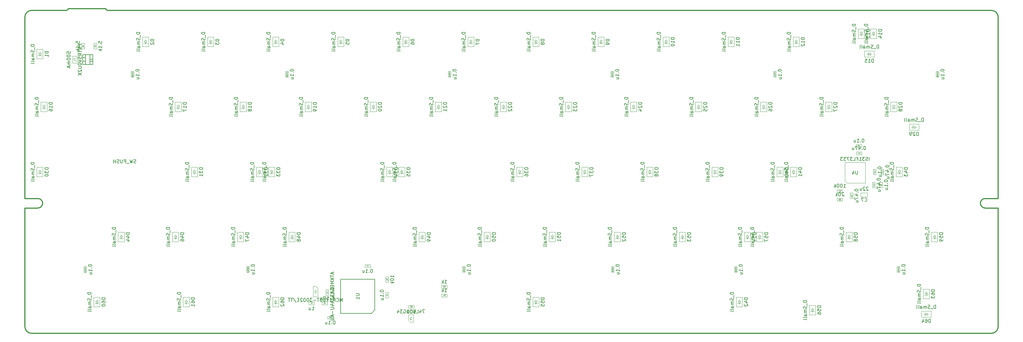
<source format=gbr>
%TF.GenerationSoftware,KiCad,Pcbnew,4.0.7*%
%TF.CreationDate,2018-04-08T23:12:56-07:00*%
%TF.ProjectId,VoyagerII,566F796167657249492E6B696361645F,rev?*%
%TF.FileFunction,Other,Fab,Bot*%
%FSLAX46Y46*%
G04 Gerber Fmt 4.6, Leading zero omitted, Abs format (unit mm)*
G04 Created by KiCad (PCBNEW 4.0.7) date 04/08/18 23:12:56*
%MOMM*%
%LPD*%
G01*
G04 APERTURE LIST*
%ADD10C,0.100000*%
%ADD11C,0.300000*%
%ADD12C,0.150000*%
%ADD13C,0.075000*%
G04 APERTURE END LIST*
D10*
X285839000Y-102978000D02*
X285839000Y-103778000D01*
X287439000Y-102978000D02*
X285839000Y-102978000D01*
X287439000Y-103778000D02*
X287439000Y-102978000D01*
X285839000Y-103778000D02*
X287439000Y-103778000D01*
X68980000Y-57620000D02*
X68180000Y-57620000D01*
X68980000Y-59220000D02*
X68980000Y-57620000D01*
X68180000Y-59220000D02*
X68980000Y-59220000D01*
X68180000Y-57620000D02*
X68180000Y-59220000D01*
X64624000Y-59220000D02*
X65424000Y-59220000D01*
X64624000Y-57620000D02*
X64624000Y-59220000D01*
X65424000Y-57620000D02*
X64624000Y-57620000D01*
X65424000Y-59220000D02*
X65424000Y-57620000D01*
X161963000Y-135147000D02*
X161963000Y-134347000D01*
X160363000Y-135147000D02*
X161963000Y-135147000D01*
X160363000Y-134347000D02*
X160363000Y-135147000D01*
X161963000Y-134347000D02*
X160363000Y-134347000D01*
X170015000Y-131045000D02*
X170015000Y-131845000D01*
X171615000Y-131045000D02*
X170015000Y-131045000D01*
X171615000Y-131845000D02*
X171615000Y-131045000D01*
X170015000Y-131845000D02*
X171615000Y-131845000D01*
X170015000Y-128505000D02*
X170015000Y-129305000D01*
X171615000Y-128505000D02*
X170015000Y-128505000D01*
X171615000Y-129305000D02*
X171615000Y-128505000D01*
X170015000Y-129305000D02*
X171615000Y-129305000D01*
X285839000Y-100438000D02*
X285839000Y-101238000D01*
X287439000Y-100438000D02*
X285839000Y-100438000D01*
X287439000Y-101238000D02*
X287439000Y-100438000D01*
X285839000Y-101238000D02*
X287439000Y-101238000D01*
X154451000Y-125946000D02*
X153651000Y-125946000D01*
X154451000Y-127546000D02*
X154451000Y-125946000D01*
X153651000Y-127546000D02*
X154451000Y-127546000D01*
X153651000Y-125946000D02*
X153651000Y-127546000D01*
X112884000Y-123025000D02*
X112884000Y-124625000D01*
X112884000Y-124625000D02*
X113684000Y-124625000D01*
X113684000Y-124625000D02*
X113684000Y-123025000D01*
X113684000Y-123025000D02*
X112884000Y-123025000D01*
X267189000Y-65875000D02*
X267189000Y-67475000D01*
X267189000Y-67475000D02*
X267989000Y-67475000D01*
X267989000Y-67475000D02*
X267989000Y-65875000D01*
X267989000Y-65875000D02*
X267189000Y-65875000D01*
X65259000Y-123025000D02*
X65259000Y-124625000D01*
X65259000Y-124625000D02*
X66059000Y-124625000D01*
X66059000Y-124625000D02*
X66059000Y-123025000D01*
X66059000Y-123025000D02*
X65259000Y-123025000D01*
X314814000Y-65875000D02*
X314814000Y-67475000D01*
X314814000Y-67475000D02*
X315614000Y-67475000D01*
X315614000Y-67475000D02*
X315614000Y-65875000D01*
X315614000Y-65875000D02*
X314814000Y-65875000D01*
X79102000Y-65875000D02*
X79102000Y-67475000D01*
X79102000Y-67475000D02*
X79902000Y-67475000D01*
X79902000Y-67475000D02*
X79902000Y-65875000D01*
X79902000Y-65875000D02*
X79102000Y-65875000D01*
X303384000Y-123025000D02*
X303384000Y-124625000D01*
X303384000Y-124625000D02*
X304184000Y-124625000D01*
X304184000Y-124625000D02*
X304184000Y-123025000D01*
X304184000Y-123025000D02*
X303384000Y-123025000D01*
X124314000Y-65875000D02*
X124314000Y-67475000D01*
X124314000Y-67475000D02*
X125114000Y-67475000D01*
X125114000Y-67475000D02*
X125114000Y-65875000D01*
X125114000Y-65875000D02*
X124314000Y-65875000D01*
X255759000Y-123025000D02*
X255759000Y-124625000D01*
X255759000Y-124625000D02*
X256559000Y-124625000D01*
X256559000Y-124625000D02*
X256559000Y-123025000D01*
X256559000Y-123025000D02*
X255759000Y-123025000D01*
X171939000Y-65875000D02*
X171939000Y-67475000D01*
X171939000Y-67475000D02*
X172739000Y-67475000D01*
X172739000Y-67475000D02*
X172739000Y-65875000D01*
X172739000Y-65875000D02*
X171939000Y-65875000D01*
X219691000Y-123025000D02*
X219691000Y-124625000D01*
X219691000Y-124625000D02*
X220491000Y-124625000D01*
X220491000Y-124625000D02*
X220491000Y-123025000D01*
X220491000Y-123025000D02*
X219691000Y-123025000D01*
X219564000Y-65875000D02*
X219564000Y-67475000D01*
X219564000Y-67475000D02*
X220364000Y-67475000D01*
X220364000Y-67475000D02*
X220364000Y-65875000D01*
X220364000Y-65875000D02*
X219564000Y-65875000D01*
X176130000Y-123025000D02*
X176130000Y-124625000D01*
X176130000Y-124625000D02*
X176930000Y-124625000D01*
X176930000Y-124625000D02*
X176930000Y-123025000D01*
X176930000Y-123025000D02*
X176130000Y-123025000D01*
X289668000Y-101435000D02*
X289668000Y-103035000D01*
X289668000Y-103035000D02*
X290468000Y-103035000D01*
X290468000Y-103035000D02*
X290468000Y-101435000D01*
X290468000Y-101435000D02*
X289668000Y-101435000D01*
X296145000Y-98260000D02*
X296145000Y-99860000D01*
X296145000Y-99860000D02*
X296945000Y-99860000D01*
X296945000Y-99860000D02*
X296945000Y-98260000D01*
X296945000Y-98260000D02*
X296145000Y-98260000D01*
X298685000Y-94450000D02*
X298685000Y-96050000D01*
X298685000Y-96050000D02*
X299485000Y-96050000D01*
X299485000Y-96050000D02*
X299485000Y-94450000D01*
X299485000Y-94450000D02*
X298685000Y-94450000D01*
X291427000Y-90189000D02*
X293027000Y-90189000D01*
X293027000Y-90189000D02*
X293027000Y-89389000D01*
X293027000Y-89389000D02*
X291427000Y-89389000D01*
X291427000Y-89389000D02*
X291427000Y-90189000D01*
X296399000Y-94450000D02*
X296399000Y-96050000D01*
X296399000Y-96050000D02*
X297199000Y-96050000D01*
X297199000Y-96050000D02*
X297199000Y-94450000D01*
X297199000Y-94450000D02*
X296399000Y-94450000D01*
X291427000Y-88030000D02*
X293027000Y-88030000D01*
X293027000Y-88030000D02*
X293027000Y-87230000D01*
X293027000Y-87230000D02*
X291427000Y-87230000D01*
X291427000Y-87230000D02*
X291427000Y-88030000D01*
X298304000Y-98260000D02*
X298304000Y-99860000D01*
X298304000Y-99860000D02*
X299104000Y-99860000D01*
X299104000Y-99860000D02*
X299104000Y-98260000D01*
X299104000Y-98260000D02*
X298304000Y-98260000D01*
X134963000Y-134131000D02*
X136563000Y-134131000D01*
X136563000Y-134131000D02*
X136563000Y-133331000D01*
X136563000Y-133331000D02*
X134963000Y-133331000D01*
X134963000Y-133331000D02*
X134963000Y-134131000D01*
X149136000Y-122409000D02*
X147536000Y-122409000D01*
X147536000Y-122409000D02*
X147536000Y-123209000D01*
X147536000Y-123209000D02*
X149136000Y-123209000D01*
X149136000Y-123209000D02*
X149136000Y-122409000D01*
X154451000Y-132118000D02*
X154451000Y-130518000D01*
X154451000Y-130518000D02*
X153651000Y-130518000D01*
X153651000Y-130518000D02*
X153651000Y-132118000D01*
X153651000Y-132118000D02*
X154451000Y-132118000D01*
X138214000Y-137522000D02*
X136614000Y-137522000D01*
X136614000Y-137522000D02*
X136614000Y-138322000D01*
X136614000Y-138322000D02*
X138214000Y-138322000D01*
X138214000Y-138322000D02*
X138214000Y-137522000D01*
X136125000Y-129756000D02*
X136125000Y-131356000D01*
X136125000Y-131356000D02*
X136925000Y-131356000D01*
X136925000Y-131356000D02*
X136925000Y-129756000D01*
X136925000Y-129756000D02*
X136125000Y-129756000D01*
X132753000Y-133331000D02*
X131153000Y-133331000D01*
X131153000Y-133331000D02*
X131153000Y-134131000D01*
X131153000Y-134131000D02*
X132753000Y-134131000D01*
X132753000Y-134131000D02*
X132753000Y-133331000D01*
X294084000Y-98504000D02*
X294084000Y-92504000D01*
X294084000Y-92504000D02*
X288084000Y-92504000D01*
X288084000Y-92504000D02*
X288084000Y-98004000D01*
X294084000Y-98504000D02*
X288584000Y-98504000D01*
X288584000Y-98504000D02*
X288084000Y-98004000D01*
D11*
X50000000Y-47950000D02*
X60200000Y-47950000D01*
X71700000Y-47450000D02*
G75*
G03X72200000Y-47950000I500000J0D01*
G01*
X60200000Y-47950000D02*
G75*
G03X60700000Y-47450000I0J500000D01*
G01*
X60700000Y-47450000D02*
X71700000Y-47450000D01*
X51800000Y-105850000D02*
G75*
G03X53200000Y-104450000I0J1400000D01*
G01*
X329200000Y-103050000D02*
X333000000Y-103050000D01*
X329200000Y-105850000D02*
X333000000Y-105850000D01*
X333000000Y-103050000D02*
X333000000Y-49950000D01*
X333000000Y-105850000D02*
X333000000Y-140550000D01*
X329200000Y-105850000D02*
G75*
G02X327800000Y-104450000I0J1400000D01*
G01*
X327800000Y-104450000D02*
G75*
G02X329200000Y-103050000I1400000J0D01*
G01*
X48000000Y-103050000D02*
X48000000Y-49950000D01*
X51800000Y-103050000D02*
X48000000Y-103050000D01*
X53200000Y-104450000D02*
G75*
G03X51800000Y-103050000I-1400000J0D01*
G01*
X48000000Y-105850000D02*
X51800000Y-105850000D01*
X48000000Y-140550000D02*
X48000000Y-105850000D01*
X333000000Y-49950000D02*
G75*
G03X331000000Y-47950000I-2000000J0D01*
G01*
X331000000Y-142550000D02*
G75*
G03X333000000Y-140550000I0J2000000D01*
G01*
X48000000Y-140550000D02*
G75*
G03X50000000Y-142550000I2000000J0D01*
G01*
X50000000Y-47950000D02*
G75*
G03X48000000Y-49950000I0J-2000000D01*
G01*
X331000000Y-47950000D02*
X72200000Y-47950000D01*
X50000000Y-142550000D02*
X331000000Y-142550000D01*
D10*
X312193750Y-136921875D02*
X312693750Y-136921875D01*
X312193750Y-136521875D02*
X311593750Y-136921875D01*
X312193750Y-137321875D02*
X312193750Y-136521875D01*
X311593750Y-136921875D02*
X312193750Y-137321875D01*
X311593750Y-136921875D02*
X311593750Y-136371875D01*
X311593750Y-136921875D02*
X311593750Y-137471875D01*
X311193750Y-136921875D02*
X311593750Y-136921875D01*
X310543750Y-136021875D02*
X310543750Y-137821875D01*
X313343750Y-136021875D02*
X310543750Y-136021875D01*
X313343750Y-137821875D02*
X313343750Y-136021875D01*
X310543750Y-137821875D02*
X313343750Y-137821875D01*
X311943750Y-130718750D02*
X311943750Y-130218750D01*
X311543750Y-130718750D02*
X311943750Y-131318750D01*
X312343750Y-130718750D02*
X311543750Y-130718750D01*
X311943750Y-131318750D02*
X312343750Y-130718750D01*
X311943750Y-131318750D02*
X311393750Y-131318750D01*
X311943750Y-131318750D02*
X312493750Y-131318750D01*
X311943750Y-131718750D02*
X311943750Y-131318750D01*
X311043750Y-132368750D02*
X312843750Y-132368750D01*
X311043750Y-129568750D02*
X311043750Y-132368750D01*
X312843750Y-129568750D02*
X311043750Y-129568750D01*
X312843750Y-132368750D02*
X312843750Y-129568750D01*
X278606250Y-135481250D02*
X278606250Y-134981250D01*
X278206250Y-135481250D02*
X278606250Y-136081250D01*
X279006250Y-135481250D02*
X278206250Y-135481250D01*
X278606250Y-136081250D02*
X279006250Y-135481250D01*
X278606250Y-136081250D02*
X278056250Y-136081250D01*
X278606250Y-136081250D02*
X279156250Y-136081250D01*
X278606250Y-136481250D02*
X278606250Y-136081250D01*
X277706250Y-137131250D02*
X279506250Y-137131250D01*
X277706250Y-134331250D02*
X277706250Y-137131250D01*
X279506250Y-134331250D02*
X277706250Y-134331250D01*
X279506250Y-137131250D02*
X279506250Y-134331250D01*
X257175000Y-133100000D02*
X257175000Y-132600000D01*
X256775000Y-133100000D02*
X257175000Y-133700000D01*
X257575000Y-133100000D02*
X256775000Y-133100000D01*
X257175000Y-133700000D02*
X257575000Y-133100000D01*
X257175000Y-133700000D02*
X256625000Y-133700000D01*
X257175000Y-133700000D02*
X257725000Y-133700000D01*
X257175000Y-134100000D02*
X257175000Y-133700000D01*
X256275000Y-134750000D02*
X258075000Y-134750000D01*
X256275000Y-131950000D02*
X256275000Y-134750000D01*
X258075000Y-131950000D02*
X256275000Y-131950000D01*
X258075000Y-134750000D02*
X258075000Y-131950000D01*
D12*
X64971000Y-62907000D02*
X65771000Y-62907000D01*
X65771000Y-61807000D02*
X64971000Y-61807000D01*
X67871000Y-62907000D02*
X67071000Y-62907000D01*
X67071000Y-62257000D02*
X67871000Y-62257000D01*
X67071000Y-63807000D02*
X67071000Y-60907000D01*
X65771000Y-60907000D02*
X65771000Y-63807000D01*
X67871000Y-60907000D02*
X64971000Y-60907000D01*
X67871000Y-63807000D02*
X67871000Y-60907000D01*
X64971000Y-63807000D02*
X67871000Y-63807000D01*
X64971000Y-60907000D02*
X64971000Y-63807000D01*
D10*
X61991000Y-63357000D02*
X63231000Y-63357000D01*
X61991000Y-61357000D02*
X61991000Y-63357000D01*
X63231000Y-61357000D02*
X61991000Y-61357000D01*
X63231000Y-63357000D02*
X63231000Y-61357000D01*
X161711000Y-139276000D02*
X160861000Y-139276000D01*
X160361000Y-138776000D02*
X160361000Y-137076000D01*
X161711000Y-139276000D02*
X161711000Y-137076000D01*
X161711000Y-137076000D02*
X160361000Y-137076000D01*
X160861000Y-139276000D02*
X160361000Y-138776000D01*
X121443750Y-133100000D02*
X121443750Y-132600000D01*
X121043750Y-133100000D02*
X121443750Y-133700000D01*
X121843750Y-133100000D02*
X121043750Y-133100000D01*
X121443750Y-133700000D02*
X121843750Y-133100000D01*
X121443750Y-133700000D02*
X120893750Y-133700000D01*
X121443750Y-133700000D02*
X121993750Y-133700000D01*
X121443750Y-134100000D02*
X121443750Y-133700000D01*
X120543750Y-134750000D02*
X122343750Y-134750000D01*
X120543750Y-131950000D02*
X120543750Y-134750000D01*
X122343750Y-131950000D02*
X120543750Y-131950000D01*
X122343750Y-134750000D02*
X122343750Y-131950000D01*
X95250000Y-133100000D02*
X95250000Y-132600000D01*
X94850000Y-133100000D02*
X95250000Y-133700000D01*
X95650000Y-133100000D02*
X94850000Y-133100000D01*
X95250000Y-133700000D02*
X95650000Y-133100000D01*
X95250000Y-133700000D02*
X94700000Y-133700000D01*
X95250000Y-133700000D02*
X95800000Y-133700000D01*
X95250000Y-134100000D02*
X95250000Y-133700000D01*
X94350000Y-134750000D02*
X96150000Y-134750000D01*
X94350000Y-131950000D02*
X94350000Y-134750000D01*
X96150000Y-131950000D02*
X94350000Y-131950000D01*
X96150000Y-134750000D02*
X96150000Y-131950000D01*
X69056250Y-133100000D02*
X69056250Y-132600000D01*
X68656250Y-133100000D02*
X69056250Y-133700000D01*
X69456250Y-133100000D02*
X68656250Y-133100000D01*
X69056250Y-133700000D02*
X69456250Y-133100000D01*
X69056250Y-133700000D02*
X68506250Y-133700000D01*
X69056250Y-133700000D02*
X69606250Y-133700000D01*
X69056250Y-134100000D02*
X69056250Y-133700000D01*
X68156250Y-134750000D02*
X69956250Y-134750000D01*
X68156250Y-131950000D02*
X68156250Y-134750000D01*
X69956250Y-131950000D02*
X68156250Y-131950000D01*
X69956250Y-134750000D02*
X69956250Y-131950000D01*
X314325000Y-114050000D02*
X314325000Y-113550000D01*
X313925000Y-114050000D02*
X314325000Y-114650000D01*
X314725000Y-114050000D02*
X313925000Y-114050000D01*
X314325000Y-114650000D02*
X314725000Y-114050000D01*
X314325000Y-114650000D02*
X313775000Y-114650000D01*
X314325000Y-114650000D02*
X314875000Y-114650000D01*
X314325000Y-115050000D02*
X314325000Y-114650000D01*
X313425000Y-115700000D02*
X315225000Y-115700000D01*
X313425000Y-112900000D02*
X313425000Y-115700000D01*
X315225000Y-112900000D02*
X313425000Y-112900000D01*
X315225000Y-115700000D02*
X315225000Y-112900000D01*
X289321875Y-114050000D02*
X289321875Y-113550000D01*
X288921875Y-114050000D02*
X289321875Y-114650000D01*
X289721875Y-114050000D02*
X288921875Y-114050000D01*
X289321875Y-114650000D02*
X289721875Y-114050000D01*
X289321875Y-114650000D02*
X288771875Y-114650000D01*
X289321875Y-114650000D02*
X289871875Y-114650000D01*
X289321875Y-115050000D02*
X289321875Y-114650000D01*
X288421875Y-115700000D02*
X290221875Y-115700000D01*
X288421875Y-112900000D02*
X288421875Y-115700000D01*
X290221875Y-112900000D02*
X288421875Y-112900000D01*
X290221875Y-115700000D02*
X290221875Y-112900000D01*
X263128125Y-114050000D02*
X263128125Y-113550000D01*
X262728125Y-114050000D02*
X263128125Y-114650000D01*
X263528125Y-114050000D02*
X262728125Y-114050000D01*
X263128125Y-114650000D02*
X263528125Y-114050000D01*
X263128125Y-114650000D02*
X262578125Y-114650000D01*
X263128125Y-114650000D02*
X263678125Y-114650000D01*
X263128125Y-115050000D02*
X263128125Y-114650000D01*
X262228125Y-115700000D02*
X264028125Y-115700000D01*
X262228125Y-112900000D02*
X262228125Y-115700000D01*
X264028125Y-112900000D02*
X262228125Y-112900000D01*
X264028125Y-115700000D02*
X264028125Y-112900000D01*
X197643750Y-133100000D02*
X197643750Y-132600000D01*
X197243750Y-133100000D02*
X197643750Y-133700000D01*
X198043750Y-133100000D02*
X197243750Y-133100000D01*
X197643750Y-133700000D02*
X198043750Y-133100000D01*
X197643750Y-133700000D02*
X197093750Y-133700000D01*
X197643750Y-133700000D02*
X198193750Y-133700000D01*
X197643750Y-134100000D02*
X197643750Y-133700000D01*
X196743750Y-134750000D02*
X198543750Y-134750000D01*
X196743750Y-131950000D02*
X196743750Y-134750000D01*
X198543750Y-131950000D02*
X196743750Y-131950000D01*
X198543750Y-134750000D02*
X198543750Y-131950000D01*
X259556250Y-114050000D02*
X259556250Y-113550000D01*
X259156250Y-114050000D02*
X259556250Y-114650000D01*
X259956250Y-114050000D02*
X259156250Y-114050000D01*
X259556250Y-114650000D02*
X259956250Y-114050000D01*
X259556250Y-114650000D02*
X259006250Y-114650000D01*
X259556250Y-114650000D02*
X260106250Y-114650000D01*
X259556250Y-115050000D02*
X259556250Y-114650000D01*
X258656250Y-115700000D02*
X260456250Y-115700000D01*
X258656250Y-112900000D02*
X258656250Y-115700000D01*
X260456250Y-112900000D02*
X258656250Y-112900000D01*
X260456250Y-115700000D02*
X260456250Y-112900000D01*
X240506250Y-114050000D02*
X240506250Y-113550000D01*
X240106250Y-114050000D02*
X240506250Y-114650000D01*
X240906250Y-114050000D02*
X240106250Y-114050000D01*
X240506250Y-114650000D02*
X240906250Y-114050000D01*
X240506250Y-114650000D02*
X239956250Y-114650000D01*
X240506250Y-114650000D02*
X241056250Y-114650000D01*
X240506250Y-115050000D02*
X240506250Y-114650000D01*
X239606250Y-115700000D02*
X241406250Y-115700000D01*
X239606250Y-112900000D02*
X239606250Y-115700000D01*
X241406250Y-112900000D02*
X239606250Y-112900000D01*
X241406250Y-115700000D02*
X241406250Y-112900000D01*
X221456250Y-114050000D02*
X221456250Y-113550000D01*
X221056250Y-114050000D02*
X221456250Y-114650000D01*
X221856250Y-114050000D02*
X221056250Y-114050000D01*
X221456250Y-114650000D02*
X221856250Y-114050000D01*
X221456250Y-114650000D02*
X220906250Y-114650000D01*
X221456250Y-114650000D02*
X222006250Y-114650000D01*
X221456250Y-115050000D02*
X221456250Y-114650000D01*
X220556250Y-115700000D02*
X222356250Y-115700000D01*
X220556250Y-112900000D02*
X220556250Y-115700000D01*
X222356250Y-112900000D02*
X220556250Y-112900000D01*
X222356250Y-115700000D02*
X222356250Y-112900000D01*
X202406250Y-114050000D02*
X202406250Y-113550000D01*
X202006250Y-114050000D02*
X202406250Y-114650000D01*
X202806250Y-114050000D02*
X202006250Y-114050000D01*
X202406250Y-114650000D02*
X202806250Y-114050000D01*
X202406250Y-114650000D02*
X201856250Y-114650000D01*
X202406250Y-114650000D02*
X202956250Y-114650000D01*
X202406250Y-115050000D02*
X202406250Y-114650000D01*
X201506250Y-115700000D02*
X203306250Y-115700000D01*
X201506250Y-112900000D02*
X201506250Y-115700000D01*
X203306250Y-112900000D02*
X201506250Y-112900000D01*
X203306250Y-115700000D02*
X203306250Y-112900000D01*
X183356250Y-114050000D02*
X183356250Y-113550000D01*
X182956250Y-114050000D02*
X183356250Y-114650000D01*
X183756250Y-114050000D02*
X182956250Y-114050000D01*
X183356250Y-114650000D02*
X183756250Y-114050000D01*
X183356250Y-114650000D02*
X182806250Y-114650000D01*
X183356250Y-114650000D02*
X183906250Y-114650000D01*
X183356250Y-115050000D02*
X183356250Y-114650000D01*
X182456250Y-115700000D02*
X184256250Y-115700000D01*
X182456250Y-112900000D02*
X182456250Y-115700000D01*
X184256250Y-112900000D02*
X182456250Y-112900000D01*
X184256250Y-115700000D02*
X184256250Y-112900000D01*
X164306250Y-114050000D02*
X164306250Y-113550000D01*
X163906250Y-114050000D02*
X164306250Y-114650000D01*
X164706250Y-114050000D02*
X163906250Y-114050000D01*
X164306250Y-114650000D02*
X164706250Y-114050000D01*
X164306250Y-114650000D02*
X163756250Y-114650000D01*
X164306250Y-114650000D02*
X164856250Y-114650000D01*
X164306250Y-115050000D02*
X164306250Y-114650000D01*
X163406250Y-115700000D02*
X165206250Y-115700000D01*
X163406250Y-112900000D02*
X163406250Y-115700000D01*
X165206250Y-112900000D02*
X163406250Y-112900000D01*
X165206250Y-115700000D02*
X165206250Y-112900000D01*
X126206250Y-114050000D02*
X126206250Y-113550000D01*
X125806250Y-114050000D02*
X126206250Y-114650000D01*
X126606250Y-114050000D02*
X125806250Y-114050000D01*
X126206250Y-114650000D02*
X126606250Y-114050000D01*
X126206250Y-114650000D02*
X125656250Y-114650000D01*
X126206250Y-114650000D02*
X126756250Y-114650000D01*
X126206250Y-115050000D02*
X126206250Y-114650000D01*
X125306250Y-115700000D02*
X127106250Y-115700000D01*
X125306250Y-112900000D02*
X125306250Y-115700000D01*
X127106250Y-112900000D02*
X125306250Y-112900000D01*
X127106250Y-115700000D02*
X127106250Y-112900000D01*
X111125000Y-114050000D02*
X111125000Y-113550000D01*
X110725000Y-114050000D02*
X111125000Y-114650000D01*
X111525000Y-114050000D02*
X110725000Y-114050000D01*
X111125000Y-114650000D02*
X111525000Y-114050000D01*
X111125000Y-114650000D02*
X110575000Y-114650000D01*
X111125000Y-114650000D02*
X111675000Y-114650000D01*
X111125000Y-115050000D02*
X111125000Y-114650000D01*
X110225000Y-115700000D02*
X112025000Y-115700000D01*
X110225000Y-112900000D02*
X110225000Y-115700000D01*
X112025000Y-112900000D02*
X110225000Y-112900000D01*
X112025000Y-115700000D02*
X112025000Y-112900000D01*
X92075000Y-114050000D02*
X92075000Y-113550000D01*
X91675000Y-114050000D02*
X92075000Y-114650000D01*
X92475000Y-114050000D02*
X91675000Y-114050000D01*
X92075000Y-114650000D02*
X92475000Y-114050000D01*
X92075000Y-114650000D02*
X91525000Y-114650000D01*
X92075000Y-114650000D02*
X92625000Y-114650000D01*
X92075000Y-115050000D02*
X92075000Y-114650000D01*
X91175000Y-115700000D02*
X92975000Y-115700000D01*
X91175000Y-112900000D02*
X91175000Y-115700000D01*
X92975000Y-112900000D02*
X91175000Y-112900000D01*
X92975000Y-115700000D02*
X92975000Y-112900000D01*
X76200000Y-114050000D02*
X76200000Y-113550000D01*
X75800000Y-114050000D02*
X76200000Y-114650000D01*
X76600000Y-114050000D02*
X75800000Y-114050000D01*
X76200000Y-114650000D02*
X76600000Y-114050000D01*
X76200000Y-114650000D02*
X75650000Y-114650000D01*
X76200000Y-114650000D02*
X76750000Y-114650000D01*
X76200000Y-115050000D02*
X76200000Y-114650000D01*
X75300000Y-115700000D02*
X77100000Y-115700000D01*
X75300000Y-112900000D02*
X75300000Y-115700000D01*
X77100000Y-112900000D02*
X75300000Y-112900000D01*
X77100000Y-115700000D02*
X77100000Y-112900000D01*
X304006250Y-95000000D02*
X304006250Y-94500000D01*
X303606250Y-95000000D02*
X304006250Y-95600000D01*
X304406250Y-95000000D02*
X303606250Y-95000000D01*
X304006250Y-95600000D02*
X304406250Y-95000000D01*
X304006250Y-95600000D02*
X303456250Y-95600000D01*
X304006250Y-95600000D02*
X304556250Y-95600000D01*
X304006250Y-96000000D02*
X304006250Y-95600000D01*
X303106250Y-96650000D02*
X304906250Y-96650000D01*
X303106250Y-93850000D02*
X303106250Y-96650000D01*
X304906250Y-93850000D02*
X303106250Y-93850000D01*
X304906250Y-96650000D02*
X304906250Y-93850000D01*
X273050000Y-95000000D02*
X273050000Y-94500000D01*
X272650000Y-95000000D02*
X273050000Y-95600000D01*
X273450000Y-95000000D02*
X272650000Y-95000000D01*
X273050000Y-95600000D02*
X273450000Y-95000000D01*
X273050000Y-95600000D02*
X272500000Y-95600000D01*
X273050000Y-95600000D02*
X273600000Y-95600000D01*
X273050000Y-96000000D02*
X273050000Y-95600000D01*
X272150000Y-96650000D02*
X273950000Y-96650000D01*
X272150000Y-93850000D02*
X272150000Y-96650000D01*
X273950000Y-93850000D02*
X272150000Y-93850000D01*
X273950000Y-96650000D02*
X273950000Y-93850000D01*
X269081250Y-95000000D02*
X269081250Y-94500000D01*
X268681250Y-95000000D02*
X269081250Y-95600000D01*
X269481250Y-95000000D02*
X268681250Y-95000000D01*
X269081250Y-95600000D02*
X269481250Y-95000000D01*
X269081250Y-95600000D02*
X268531250Y-95600000D01*
X269081250Y-95600000D02*
X269631250Y-95600000D01*
X269081250Y-96000000D02*
X269081250Y-95600000D01*
X268181250Y-96650000D02*
X269981250Y-96650000D01*
X268181250Y-93850000D02*
X268181250Y-96650000D01*
X269981250Y-93850000D02*
X268181250Y-93850000D01*
X269981250Y-96650000D02*
X269981250Y-93850000D01*
X250031250Y-95000000D02*
X250031250Y-94500000D01*
X249631250Y-95000000D02*
X250031250Y-95600000D01*
X250431250Y-95000000D02*
X249631250Y-95000000D01*
X250031250Y-95600000D02*
X250431250Y-95000000D01*
X250031250Y-95600000D02*
X249481250Y-95600000D01*
X250031250Y-95600000D02*
X250581250Y-95600000D01*
X250031250Y-96000000D02*
X250031250Y-95600000D01*
X249131250Y-96650000D02*
X250931250Y-96650000D01*
X249131250Y-93850000D02*
X249131250Y-96650000D01*
X250931250Y-93850000D02*
X249131250Y-93850000D01*
X250931250Y-96650000D02*
X250931250Y-93850000D01*
X230981250Y-95000000D02*
X230981250Y-94500000D01*
X230581250Y-95000000D02*
X230981250Y-95600000D01*
X231381250Y-95000000D02*
X230581250Y-95000000D01*
X230981250Y-95600000D02*
X231381250Y-95000000D01*
X230981250Y-95600000D02*
X230431250Y-95600000D01*
X230981250Y-95600000D02*
X231531250Y-95600000D01*
X230981250Y-96000000D02*
X230981250Y-95600000D01*
X230081250Y-96650000D02*
X231881250Y-96650000D01*
X230081250Y-93850000D02*
X230081250Y-96650000D01*
X231881250Y-93850000D02*
X230081250Y-93850000D01*
X231881250Y-96650000D02*
X231881250Y-93850000D01*
X211931250Y-95000000D02*
X211931250Y-94500000D01*
X211531250Y-95000000D02*
X211931250Y-95600000D01*
X212331250Y-95000000D02*
X211531250Y-95000000D01*
X211931250Y-95600000D02*
X212331250Y-95000000D01*
X211931250Y-95600000D02*
X211381250Y-95600000D01*
X211931250Y-95600000D02*
X212481250Y-95600000D01*
X211931250Y-96000000D02*
X211931250Y-95600000D01*
X211031250Y-96650000D02*
X212831250Y-96650000D01*
X211031250Y-93850000D02*
X211031250Y-96650000D01*
X212831250Y-93850000D02*
X211031250Y-93850000D01*
X212831250Y-96650000D02*
X212831250Y-93850000D01*
X192881250Y-95000000D02*
X192881250Y-94500000D01*
X192481250Y-95000000D02*
X192881250Y-95600000D01*
X193281250Y-95000000D02*
X192481250Y-95000000D01*
X192881250Y-95600000D02*
X193281250Y-95000000D01*
X192881250Y-95600000D02*
X192331250Y-95600000D01*
X192881250Y-95600000D02*
X193431250Y-95600000D01*
X192881250Y-96000000D02*
X192881250Y-95600000D01*
X191981250Y-96650000D02*
X193781250Y-96650000D01*
X191981250Y-93850000D02*
X191981250Y-96650000D01*
X193781250Y-93850000D02*
X191981250Y-93850000D01*
X193781250Y-96650000D02*
X193781250Y-93850000D01*
X158353125Y-95000000D02*
X158353125Y-94500000D01*
X157953125Y-95000000D02*
X158353125Y-95600000D01*
X158753125Y-95000000D02*
X157953125Y-95000000D01*
X158353125Y-95600000D02*
X158753125Y-95000000D01*
X158353125Y-95600000D02*
X157803125Y-95600000D01*
X158353125Y-95600000D02*
X158903125Y-95600000D01*
X158353125Y-96000000D02*
X158353125Y-95600000D01*
X157453125Y-96650000D02*
X159253125Y-96650000D01*
X157453125Y-93850000D02*
X157453125Y-96650000D01*
X159253125Y-93850000D02*
X157453125Y-93850000D01*
X159253125Y-96650000D02*
X159253125Y-93850000D01*
X154781250Y-95000000D02*
X154781250Y-94500000D01*
X154381250Y-95000000D02*
X154781250Y-95600000D01*
X155181250Y-95000000D02*
X154381250Y-95000000D01*
X154781250Y-95600000D02*
X155181250Y-95000000D01*
X154781250Y-95600000D02*
X154231250Y-95600000D01*
X154781250Y-95600000D02*
X155331250Y-95600000D01*
X154781250Y-96000000D02*
X154781250Y-95600000D01*
X153881250Y-96650000D02*
X155681250Y-96650000D01*
X153881250Y-93850000D02*
X153881250Y-96650000D01*
X155681250Y-93850000D02*
X153881250Y-93850000D01*
X155681250Y-96650000D02*
X155681250Y-93850000D01*
X120253125Y-95000000D02*
X120253125Y-94500000D01*
X119853125Y-95000000D02*
X120253125Y-95600000D01*
X120653125Y-95000000D02*
X119853125Y-95000000D01*
X120253125Y-95600000D02*
X120653125Y-95000000D01*
X120253125Y-95600000D02*
X119703125Y-95600000D01*
X120253125Y-95600000D02*
X120803125Y-95600000D01*
X120253125Y-96000000D02*
X120253125Y-95600000D01*
X119353125Y-96650000D02*
X121153125Y-96650000D01*
X119353125Y-93850000D02*
X119353125Y-96650000D01*
X121153125Y-93850000D02*
X119353125Y-93850000D01*
X121153125Y-96650000D02*
X121153125Y-93850000D01*
X116681250Y-95000000D02*
X116681250Y-94500000D01*
X116281250Y-95000000D02*
X116681250Y-95600000D01*
X117081250Y-95000000D02*
X116281250Y-95000000D01*
X116681250Y-95600000D02*
X117081250Y-95000000D01*
X116681250Y-95600000D02*
X116131250Y-95600000D01*
X116681250Y-95600000D02*
X117231250Y-95600000D01*
X116681250Y-96000000D02*
X116681250Y-95600000D01*
X115781250Y-96650000D02*
X117581250Y-96650000D01*
X115781250Y-93850000D02*
X115781250Y-96650000D01*
X117581250Y-93850000D02*
X115781250Y-93850000D01*
X117581250Y-96650000D02*
X117581250Y-93850000D01*
X97631250Y-95000000D02*
X97631250Y-94500000D01*
X97231250Y-95000000D02*
X97631250Y-95600000D01*
X98031250Y-95000000D02*
X97231250Y-95000000D01*
X97631250Y-95600000D02*
X98031250Y-95000000D01*
X97631250Y-95600000D02*
X97081250Y-95600000D01*
X97631250Y-95600000D02*
X98181250Y-95600000D01*
X97631250Y-96000000D02*
X97631250Y-95600000D01*
X96731250Y-96650000D02*
X98531250Y-96650000D01*
X96731250Y-93850000D02*
X96731250Y-96650000D01*
X98531250Y-93850000D02*
X96731250Y-93850000D01*
X98531250Y-96650000D02*
X98531250Y-93850000D01*
X52387500Y-95000000D02*
X52387500Y-94500000D01*
X51987500Y-95000000D02*
X52387500Y-95600000D01*
X52787500Y-95000000D02*
X51987500Y-95000000D01*
X52387500Y-95600000D02*
X52787500Y-95000000D01*
X52387500Y-95600000D02*
X51837500Y-95600000D01*
X52387500Y-95600000D02*
X52937500Y-95600000D01*
X52387500Y-96000000D02*
X52387500Y-95600000D01*
X51487500Y-96650000D02*
X53287500Y-96650000D01*
X51487500Y-93850000D02*
X51487500Y-96650000D01*
X53287500Y-93850000D02*
X51487500Y-93850000D01*
X53287500Y-96650000D02*
X53287500Y-93850000D01*
X308621875Y-82153125D02*
X309121875Y-82153125D01*
X308621875Y-81753125D02*
X308021875Y-82153125D01*
X308621875Y-82553125D02*
X308621875Y-81753125D01*
X308021875Y-82153125D02*
X308621875Y-82553125D01*
X308021875Y-82153125D02*
X308021875Y-81603125D01*
X308021875Y-82153125D02*
X308021875Y-82703125D01*
X307621875Y-82153125D02*
X308021875Y-82153125D01*
X306971875Y-81253125D02*
X306971875Y-83053125D01*
X309771875Y-81253125D02*
X306971875Y-81253125D01*
X309771875Y-83053125D02*
X309771875Y-81253125D01*
X306971875Y-83053125D02*
X309771875Y-83053125D01*
X302418750Y-75950000D02*
X302418750Y-75450000D01*
X302018750Y-75950000D02*
X302418750Y-76550000D01*
X302818750Y-75950000D02*
X302018750Y-75950000D01*
X302418750Y-76550000D02*
X302818750Y-75950000D01*
X302418750Y-76550000D02*
X301868750Y-76550000D01*
X302418750Y-76550000D02*
X302968750Y-76550000D01*
X302418750Y-76950000D02*
X302418750Y-76550000D01*
X301518750Y-77600000D02*
X303318750Y-77600000D01*
X301518750Y-74800000D02*
X301518750Y-77600000D01*
X303318750Y-74800000D02*
X301518750Y-74800000D01*
X303318750Y-77600000D02*
X303318750Y-74800000D01*
X283368750Y-75950000D02*
X283368750Y-75450000D01*
X282968750Y-75950000D02*
X283368750Y-76550000D01*
X283768750Y-75950000D02*
X282968750Y-75950000D01*
X283368750Y-76550000D02*
X283768750Y-75950000D01*
X283368750Y-76550000D02*
X282818750Y-76550000D01*
X283368750Y-76550000D02*
X283918750Y-76550000D01*
X283368750Y-76950000D02*
X283368750Y-76550000D01*
X282468750Y-77600000D02*
X284268750Y-77600000D01*
X282468750Y-74800000D02*
X282468750Y-77600000D01*
X284268750Y-74800000D02*
X282468750Y-74800000D01*
X284268750Y-77600000D02*
X284268750Y-74800000D01*
X264318750Y-75950000D02*
X264318750Y-75450000D01*
X263918750Y-75950000D02*
X264318750Y-76550000D01*
X264718750Y-75950000D02*
X263918750Y-75950000D01*
X264318750Y-76550000D02*
X264718750Y-75950000D01*
X264318750Y-76550000D02*
X263768750Y-76550000D01*
X264318750Y-76550000D02*
X264868750Y-76550000D01*
X264318750Y-76950000D02*
X264318750Y-76550000D01*
X263418750Y-77600000D02*
X265218750Y-77600000D01*
X263418750Y-74800000D02*
X263418750Y-77600000D01*
X265218750Y-74800000D02*
X263418750Y-74800000D01*
X265218750Y-77600000D02*
X265218750Y-74800000D01*
X245268750Y-75950000D02*
X245268750Y-75450000D01*
X244868750Y-75950000D02*
X245268750Y-76550000D01*
X245668750Y-75950000D02*
X244868750Y-75950000D01*
X245268750Y-76550000D02*
X245668750Y-75950000D01*
X245268750Y-76550000D02*
X244718750Y-76550000D01*
X245268750Y-76550000D02*
X245818750Y-76550000D01*
X245268750Y-76950000D02*
X245268750Y-76550000D01*
X244368750Y-77600000D02*
X246168750Y-77600000D01*
X244368750Y-74800000D02*
X244368750Y-77600000D01*
X246168750Y-74800000D02*
X244368750Y-74800000D01*
X246168750Y-77600000D02*
X246168750Y-74800000D01*
X226218750Y-75950000D02*
X226218750Y-75450000D01*
X225818750Y-75950000D02*
X226218750Y-76550000D01*
X226618750Y-75950000D02*
X225818750Y-75950000D01*
X226218750Y-76550000D02*
X226618750Y-75950000D01*
X226218750Y-76550000D02*
X225668750Y-76550000D01*
X226218750Y-76550000D02*
X226768750Y-76550000D01*
X226218750Y-76950000D02*
X226218750Y-76550000D01*
X225318750Y-77600000D02*
X227118750Y-77600000D01*
X225318750Y-74800000D02*
X225318750Y-77600000D01*
X227118750Y-74800000D02*
X225318750Y-74800000D01*
X227118750Y-77600000D02*
X227118750Y-74800000D01*
X207168750Y-75950000D02*
X207168750Y-75450000D01*
X206768750Y-75950000D02*
X207168750Y-76550000D01*
X207568750Y-75950000D02*
X206768750Y-75950000D01*
X207168750Y-76550000D02*
X207568750Y-75950000D01*
X207168750Y-76550000D02*
X206618750Y-76550000D01*
X207168750Y-76550000D02*
X207718750Y-76550000D01*
X207168750Y-76950000D02*
X207168750Y-76550000D01*
X206268750Y-77600000D02*
X208068750Y-77600000D01*
X206268750Y-74800000D02*
X206268750Y-77600000D01*
X208068750Y-74800000D02*
X206268750Y-74800000D01*
X208068750Y-77600000D02*
X208068750Y-74800000D01*
X188118750Y-75950000D02*
X188118750Y-75450000D01*
X187718750Y-75950000D02*
X188118750Y-76550000D01*
X188518750Y-75950000D02*
X187718750Y-75950000D01*
X188118750Y-76550000D02*
X188518750Y-75950000D01*
X188118750Y-76550000D02*
X187568750Y-76550000D01*
X188118750Y-76550000D02*
X188668750Y-76550000D01*
X188118750Y-76950000D02*
X188118750Y-76550000D01*
X187218750Y-77600000D02*
X189018750Y-77600000D01*
X187218750Y-74800000D02*
X187218750Y-77600000D01*
X189018750Y-74800000D02*
X187218750Y-74800000D01*
X189018750Y-77600000D02*
X189018750Y-74800000D01*
X169068750Y-75950000D02*
X169068750Y-75450000D01*
X168668750Y-75950000D02*
X169068750Y-76550000D01*
X169468750Y-75950000D02*
X168668750Y-75950000D01*
X169068750Y-76550000D02*
X169468750Y-75950000D01*
X169068750Y-76550000D02*
X168518750Y-76550000D01*
X169068750Y-76550000D02*
X169618750Y-76550000D01*
X169068750Y-76950000D02*
X169068750Y-76550000D01*
X168168750Y-77600000D02*
X169968750Y-77600000D01*
X168168750Y-74800000D02*
X168168750Y-77600000D01*
X169968750Y-74800000D02*
X168168750Y-74800000D01*
X169968750Y-77600000D02*
X169968750Y-74800000D01*
X150018750Y-75950000D02*
X150018750Y-75450000D01*
X149618750Y-75950000D02*
X150018750Y-76550000D01*
X150418750Y-75950000D02*
X149618750Y-75950000D01*
X150018750Y-76550000D02*
X150418750Y-75950000D01*
X150018750Y-76550000D02*
X149468750Y-76550000D01*
X150018750Y-76550000D02*
X150568750Y-76550000D01*
X150018750Y-76950000D02*
X150018750Y-76550000D01*
X149118750Y-77600000D02*
X150918750Y-77600000D01*
X149118750Y-74800000D02*
X149118750Y-77600000D01*
X150918750Y-74800000D02*
X149118750Y-74800000D01*
X150918750Y-77600000D02*
X150918750Y-74800000D01*
X130968750Y-75950000D02*
X130968750Y-75450000D01*
X130568750Y-75950000D02*
X130968750Y-76550000D01*
X131368750Y-75950000D02*
X130568750Y-75950000D01*
X130968750Y-76550000D02*
X131368750Y-75950000D01*
X130968750Y-76550000D02*
X130418750Y-76550000D01*
X130968750Y-76550000D02*
X131518750Y-76550000D01*
X130968750Y-76950000D02*
X130968750Y-76550000D01*
X130068750Y-77600000D02*
X131868750Y-77600000D01*
X130068750Y-74800000D02*
X130068750Y-77600000D01*
X131868750Y-74800000D02*
X130068750Y-74800000D01*
X131868750Y-77600000D02*
X131868750Y-74800000D01*
X111918750Y-75950000D02*
X111918750Y-75450000D01*
X111518750Y-75950000D02*
X111918750Y-76550000D01*
X112318750Y-75950000D02*
X111518750Y-75950000D01*
X111918750Y-76550000D02*
X112318750Y-75950000D01*
X111918750Y-76550000D02*
X111368750Y-76550000D01*
X111918750Y-76550000D02*
X112468750Y-76550000D01*
X111918750Y-76950000D02*
X111918750Y-76550000D01*
X111018750Y-77600000D02*
X112818750Y-77600000D01*
X111018750Y-74800000D02*
X111018750Y-77600000D01*
X112818750Y-74800000D02*
X111018750Y-74800000D01*
X112818750Y-77600000D02*
X112818750Y-74800000D01*
X92868750Y-75950000D02*
X92868750Y-75450000D01*
X92468750Y-75950000D02*
X92868750Y-76550000D01*
X93268750Y-75950000D02*
X92468750Y-75950000D01*
X92868750Y-76550000D02*
X93268750Y-75950000D01*
X92868750Y-76550000D02*
X92318750Y-76550000D01*
X92868750Y-76550000D02*
X93418750Y-76550000D01*
X92868750Y-76950000D02*
X92868750Y-76550000D01*
X91968750Y-77600000D02*
X93768750Y-77600000D01*
X91968750Y-74800000D02*
X91968750Y-77600000D01*
X93768750Y-74800000D02*
X91968750Y-74800000D01*
X93768750Y-77600000D02*
X93768750Y-74800000D01*
X53578125Y-75950000D02*
X53578125Y-75450000D01*
X53178125Y-75950000D02*
X53578125Y-76550000D01*
X53978125Y-75950000D02*
X53178125Y-75950000D01*
X53578125Y-76550000D02*
X53978125Y-75950000D01*
X53578125Y-76550000D02*
X53028125Y-76550000D01*
X53578125Y-76550000D02*
X54128125Y-76550000D01*
X53578125Y-76950000D02*
X53578125Y-76550000D01*
X52678125Y-77600000D02*
X54478125Y-77600000D01*
X52678125Y-74800000D02*
X52678125Y-77600000D01*
X54478125Y-74800000D02*
X52678125Y-74800000D01*
X54478125Y-77600000D02*
X54478125Y-74800000D01*
X295525000Y-60721875D02*
X296025000Y-60721875D01*
X295525000Y-60321875D02*
X294925000Y-60721875D01*
X295525000Y-61121875D02*
X295525000Y-60321875D01*
X294925000Y-60721875D02*
X295525000Y-61121875D01*
X294925000Y-60721875D02*
X294925000Y-60171875D01*
X294925000Y-60721875D02*
X294925000Y-61271875D01*
X294525000Y-60721875D02*
X294925000Y-60721875D01*
X293875000Y-59821875D02*
X293875000Y-61621875D01*
X296675000Y-59821875D02*
X293875000Y-59821875D01*
X296675000Y-61621875D02*
X296675000Y-59821875D01*
X293875000Y-61621875D02*
X296675000Y-61621875D01*
X296465625Y-54518750D02*
X296465625Y-54018750D01*
X296065625Y-54518750D02*
X296465625Y-55118750D01*
X296865625Y-54518750D02*
X296065625Y-54518750D01*
X296465625Y-55118750D02*
X296865625Y-54518750D01*
X296465625Y-55118750D02*
X295915625Y-55118750D01*
X296465625Y-55118750D02*
X297015625Y-55118750D01*
X296465625Y-55518750D02*
X296465625Y-55118750D01*
X295565625Y-56168750D02*
X297365625Y-56168750D01*
X295565625Y-53368750D02*
X295565625Y-56168750D01*
X297365625Y-53368750D02*
X295565625Y-53368750D01*
X297365625Y-56168750D02*
X297365625Y-53368750D01*
X292893750Y-54518750D02*
X292893750Y-54018750D01*
X292493750Y-54518750D02*
X292893750Y-55118750D01*
X293293750Y-54518750D02*
X292493750Y-54518750D01*
X292893750Y-55118750D02*
X293293750Y-54518750D01*
X292893750Y-55118750D02*
X292343750Y-55118750D01*
X292893750Y-55118750D02*
X293443750Y-55118750D01*
X292893750Y-55518750D02*
X292893750Y-55118750D01*
X291993750Y-56168750D02*
X293793750Y-56168750D01*
X291993750Y-53368750D02*
X291993750Y-56168750D01*
X293793750Y-53368750D02*
X291993750Y-53368750D01*
X293793750Y-56168750D02*
X293793750Y-53368750D01*
X273843750Y-56900000D02*
X273843750Y-56400000D01*
X273443750Y-56900000D02*
X273843750Y-57500000D01*
X274243750Y-56900000D02*
X273443750Y-56900000D01*
X273843750Y-57500000D02*
X274243750Y-56900000D01*
X273843750Y-57500000D02*
X273293750Y-57500000D01*
X273843750Y-57500000D02*
X274393750Y-57500000D01*
X273843750Y-57900000D02*
X273843750Y-57500000D01*
X272943750Y-58550000D02*
X274743750Y-58550000D01*
X272943750Y-55750000D02*
X272943750Y-58550000D01*
X274743750Y-55750000D02*
X272943750Y-55750000D01*
X274743750Y-58550000D02*
X274743750Y-55750000D01*
X254793750Y-56900000D02*
X254793750Y-56400000D01*
X254393750Y-56900000D02*
X254793750Y-57500000D01*
X255193750Y-56900000D02*
X254393750Y-56900000D01*
X254793750Y-57500000D02*
X255193750Y-56900000D01*
X254793750Y-57500000D02*
X254243750Y-57500000D01*
X254793750Y-57500000D02*
X255343750Y-57500000D01*
X254793750Y-57900000D02*
X254793750Y-57500000D01*
X253893750Y-58550000D02*
X255693750Y-58550000D01*
X253893750Y-55750000D02*
X253893750Y-58550000D01*
X255693750Y-55750000D02*
X253893750Y-55750000D01*
X255693750Y-58550000D02*
X255693750Y-55750000D01*
X235743750Y-56900000D02*
X235743750Y-56400000D01*
X235343750Y-56900000D02*
X235743750Y-57500000D01*
X236143750Y-56900000D02*
X235343750Y-56900000D01*
X235743750Y-57500000D02*
X236143750Y-56900000D01*
X235743750Y-57500000D02*
X235193750Y-57500000D01*
X235743750Y-57500000D02*
X236293750Y-57500000D01*
X235743750Y-57900000D02*
X235743750Y-57500000D01*
X234843750Y-58550000D02*
X236643750Y-58550000D01*
X234843750Y-55750000D02*
X234843750Y-58550000D01*
X236643750Y-55750000D02*
X234843750Y-55750000D01*
X236643750Y-58550000D02*
X236643750Y-55750000D01*
X216693750Y-56900000D02*
X216693750Y-56400000D01*
X216293750Y-56900000D02*
X216693750Y-57500000D01*
X217093750Y-56900000D02*
X216293750Y-56900000D01*
X216693750Y-57500000D02*
X217093750Y-56900000D01*
X216693750Y-57500000D02*
X216143750Y-57500000D01*
X216693750Y-57500000D02*
X217243750Y-57500000D01*
X216693750Y-57900000D02*
X216693750Y-57500000D01*
X215793750Y-58550000D02*
X217593750Y-58550000D01*
X215793750Y-55750000D02*
X215793750Y-58550000D01*
X217593750Y-55750000D02*
X215793750Y-55750000D01*
X217593750Y-58550000D02*
X217593750Y-55750000D01*
X197643750Y-56900000D02*
X197643750Y-56400000D01*
X197243750Y-56900000D02*
X197643750Y-57500000D01*
X198043750Y-56900000D02*
X197243750Y-56900000D01*
X197643750Y-57500000D02*
X198043750Y-56900000D01*
X197643750Y-57500000D02*
X197093750Y-57500000D01*
X197643750Y-57500000D02*
X198193750Y-57500000D01*
X197643750Y-57900000D02*
X197643750Y-57500000D01*
X196743750Y-58550000D02*
X198543750Y-58550000D01*
X196743750Y-55750000D02*
X196743750Y-58550000D01*
X198543750Y-55750000D02*
X196743750Y-55750000D01*
X198543750Y-58550000D02*
X198543750Y-55750000D01*
X178593750Y-56900000D02*
X178593750Y-56400000D01*
X178193750Y-56900000D02*
X178593750Y-57500000D01*
X178993750Y-56900000D02*
X178193750Y-56900000D01*
X178593750Y-57500000D02*
X178993750Y-56900000D01*
X178593750Y-57500000D02*
X178043750Y-57500000D01*
X178593750Y-57500000D02*
X179143750Y-57500000D01*
X178593750Y-57900000D02*
X178593750Y-57500000D01*
X177693750Y-58550000D02*
X179493750Y-58550000D01*
X177693750Y-55750000D02*
X177693750Y-58550000D01*
X179493750Y-55750000D02*
X177693750Y-55750000D01*
X179493750Y-58550000D02*
X179493750Y-55750000D01*
X159543750Y-56900000D02*
X159543750Y-56400000D01*
X159143750Y-56900000D02*
X159543750Y-57500000D01*
X159943750Y-56900000D02*
X159143750Y-56900000D01*
X159543750Y-57500000D02*
X159943750Y-56900000D01*
X159543750Y-57500000D02*
X158993750Y-57500000D01*
X159543750Y-57500000D02*
X160093750Y-57500000D01*
X159543750Y-57900000D02*
X159543750Y-57500000D01*
X158643750Y-58550000D02*
X160443750Y-58550000D01*
X158643750Y-55750000D02*
X158643750Y-58550000D01*
X160443750Y-55750000D02*
X158643750Y-55750000D01*
X160443750Y-58550000D02*
X160443750Y-55750000D01*
X140493750Y-56900000D02*
X140493750Y-56400000D01*
X140093750Y-56900000D02*
X140493750Y-57500000D01*
X140893750Y-56900000D02*
X140093750Y-56900000D01*
X140493750Y-57500000D02*
X140893750Y-56900000D01*
X140493750Y-57500000D02*
X139943750Y-57500000D01*
X140493750Y-57500000D02*
X141043750Y-57500000D01*
X140493750Y-57900000D02*
X140493750Y-57500000D01*
X139593750Y-58550000D02*
X141393750Y-58550000D01*
X139593750Y-55750000D02*
X139593750Y-58550000D01*
X141393750Y-55750000D02*
X139593750Y-55750000D01*
X141393750Y-58550000D02*
X141393750Y-55750000D01*
X121443750Y-56900000D02*
X121443750Y-56400000D01*
X121043750Y-56900000D02*
X121443750Y-57500000D01*
X121843750Y-56900000D02*
X121043750Y-56900000D01*
X121443750Y-57500000D02*
X121843750Y-56900000D01*
X121443750Y-57500000D02*
X120893750Y-57500000D01*
X121443750Y-57500000D02*
X121993750Y-57500000D01*
X121443750Y-57900000D02*
X121443750Y-57500000D01*
X120543750Y-58550000D02*
X122343750Y-58550000D01*
X120543750Y-55750000D02*
X120543750Y-58550000D01*
X122343750Y-55750000D02*
X120543750Y-55750000D01*
X122343750Y-58550000D02*
X122343750Y-55750000D01*
X102393750Y-56900000D02*
X102393750Y-56400000D01*
X101993750Y-56900000D02*
X102393750Y-57500000D01*
X102793750Y-56900000D02*
X101993750Y-56900000D01*
X102393750Y-57500000D02*
X102793750Y-56900000D01*
X102393750Y-57500000D02*
X101843750Y-57500000D01*
X102393750Y-57500000D02*
X102943750Y-57500000D01*
X102393750Y-57900000D02*
X102393750Y-57500000D01*
X101493750Y-58550000D02*
X103293750Y-58550000D01*
X101493750Y-55750000D02*
X101493750Y-58550000D01*
X103293750Y-55750000D02*
X101493750Y-55750000D01*
X103293750Y-58550000D02*
X103293750Y-55750000D01*
X83343750Y-56900000D02*
X83343750Y-56400000D01*
X82943750Y-56900000D02*
X83343750Y-57500000D01*
X83743750Y-56900000D02*
X82943750Y-56900000D01*
X83343750Y-57500000D02*
X83743750Y-56900000D01*
X83343750Y-57500000D02*
X82793750Y-57500000D01*
X83343750Y-57500000D02*
X83893750Y-57500000D01*
X83343750Y-57900000D02*
X83343750Y-57500000D01*
X82443750Y-58550000D02*
X84243750Y-58550000D01*
X82443750Y-55750000D02*
X82443750Y-58550000D01*
X84243750Y-55750000D02*
X82443750Y-55750000D01*
X84243750Y-58550000D02*
X84243750Y-55750000D01*
X52387500Y-60471875D02*
X52387500Y-59971875D01*
X51987500Y-60471875D02*
X52387500Y-61071875D01*
X52787500Y-60471875D02*
X51987500Y-60471875D01*
X52387500Y-61071875D02*
X52787500Y-60471875D01*
X52387500Y-61071875D02*
X51837500Y-61071875D01*
X52387500Y-61071875D02*
X52937500Y-61071875D01*
X52387500Y-61471875D02*
X52387500Y-61071875D01*
X51487500Y-62121875D02*
X53287500Y-62121875D01*
X51487500Y-59321875D02*
X51487500Y-62121875D01*
X53287500Y-59321875D02*
X51487500Y-59321875D01*
X53287500Y-62121875D02*
X53287500Y-59321875D01*
X133796000Y-129352000D02*
X133796000Y-131802000D01*
X133246000Y-128782000D02*
X132396000Y-128782000D01*
X133796000Y-129352000D02*
X133246000Y-128782000D01*
X132396000Y-128782000D02*
X132396000Y-131822000D01*
X133796000Y-131822000D02*
X132396000Y-131822000D01*
D12*
X150478500Y-135699000D02*
X150478500Y-126699000D01*
X150478500Y-126699000D02*
X140478500Y-126699000D01*
X140478500Y-126699000D02*
X140478500Y-136699000D01*
X140478500Y-136699000D02*
X149478500Y-136699000D01*
X149478500Y-136699000D02*
X150478500Y-135699000D01*
D10*
X292751000Y-101361000D02*
X292751000Y-102601000D01*
X294751000Y-101361000D02*
X292751000Y-101361000D01*
X294751000Y-102601000D02*
X294751000Y-101361000D01*
X292751000Y-102601000D02*
X294751000Y-102601000D01*
D12*
X287805667Y-101425619D02*
X287758048Y-101378000D01*
X287662810Y-101330381D01*
X287424714Y-101330381D01*
X287329476Y-101378000D01*
X287281857Y-101425619D01*
X287234238Y-101520857D01*
X287234238Y-101616095D01*
X287281857Y-101758952D01*
X287853286Y-102330381D01*
X287234238Y-102330381D01*
X286615191Y-101330381D02*
X286519952Y-101330381D01*
X286424714Y-101378000D01*
X286377095Y-101425619D01*
X286329476Y-101520857D01*
X286281857Y-101711333D01*
X286281857Y-101949429D01*
X286329476Y-102139905D01*
X286377095Y-102235143D01*
X286424714Y-102282762D01*
X286519952Y-102330381D01*
X286615191Y-102330381D01*
X286710429Y-102282762D01*
X286758048Y-102235143D01*
X286805667Y-102139905D01*
X286853286Y-101949429D01*
X286853286Y-101711333D01*
X286805667Y-101520857D01*
X286758048Y-101425619D01*
X286710429Y-101378000D01*
X286615191Y-101330381D01*
X285853286Y-102330381D02*
X285853286Y-101330381D01*
X285758048Y-101949429D02*
X285472333Y-102330381D01*
X285472333Y-101663714D02*
X285853286Y-102044667D01*
D13*
X286705666Y-103558952D02*
X286839000Y-103368476D01*
X286934238Y-103558952D02*
X286934238Y-103158952D01*
X286781857Y-103158952D01*
X286743762Y-103178000D01*
X286724714Y-103197048D01*
X286705666Y-103235143D01*
X286705666Y-103292286D01*
X286724714Y-103330381D01*
X286743762Y-103349429D01*
X286781857Y-103368476D01*
X286934238Y-103368476D01*
X286477095Y-103330381D02*
X286515190Y-103311333D01*
X286534238Y-103292286D01*
X286553286Y-103254190D01*
X286553286Y-103235143D01*
X286534238Y-103197048D01*
X286515190Y-103178000D01*
X286477095Y-103158952D01*
X286400905Y-103158952D01*
X286362809Y-103178000D01*
X286343762Y-103197048D01*
X286324714Y-103235143D01*
X286324714Y-103254190D01*
X286343762Y-103292286D01*
X286362809Y-103311333D01*
X286400905Y-103330381D01*
X286477095Y-103330381D01*
X286515190Y-103349429D01*
X286534238Y-103368476D01*
X286553286Y-103406571D01*
X286553286Y-103482762D01*
X286534238Y-103520857D01*
X286515190Y-103539905D01*
X286477095Y-103558952D01*
X286400905Y-103558952D01*
X286362809Y-103539905D01*
X286343762Y-103520857D01*
X286324714Y-103482762D01*
X286324714Y-103406571D01*
X286343762Y-103368476D01*
X286362809Y-103349429D01*
X286400905Y-103330381D01*
D12*
X69532381Y-57539048D02*
X69532381Y-57062857D01*
X70008571Y-57015238D01*
X69960952Y-57062857D01*
X69913333Y-57158095D01*
X69913333Y-57396191D01*
X69960952Y-57491429D01*
X70008571Y-57539048D01*
X70103810Y-57586667D01*
X70341905Y-57586667D01*
X70437143Y-57539048D01*
X70484762Y-57491429D01*
X70532381Y-57396191D01*
X70532381Y-57158095D01*
X70484762Y-57062857D01*
X70437143Y-57015238D01*
X70437143Y-58015238D02*
X70484762Y-58062857D01*
X70532381Y-58015238D01*
X70484762Y-57967619D01*
X70437143Y-58015238D01*
X70532381Y-58015238D01*
X70532381Y-59015238D02*
X70532381Y-58443809D01*
X70532381Y-58729523D02*
X69532381Y-58729523D01*
X69675238Y-58634285D01*
X69770476Y-58539047D01*
X69818095Y-58443809D01*
X70532381Y-59443809D02*
X69532381Y-59443809D01*
X70151429Y-59539047D02*
X70532381Y-59824762D01*
X69865714Y-59824762D02*
X70246667Y-59443809D01*
D13*
X68760952Y-58353334D02*
X68570476Y-58220000D01*
X68760952Y-58124762D02*
X68360952Y-58124762D01*
X68360952Y-58277143D01*
X68380000Y-58315238D01*
X68399048Y-58334286D01*
X68437143Y-58353334D01*
X68494286Y-58353334D01*
X68532381Y-58334286D01*
X68551429Y-58315238D01*
X68570476Y-58277143D01*
X68570476Y-58124762D01*
X68360952Y-58486667D02*
X68360952Y-58753334D01*
X68760952Y-58581905D01*
D12*
X62976381Y-57539048D02*
X62976381Y-57062857D01*
X63452571Y-57015238D01*
X63404952Y-57062857D01*
X63357333Y-57158095D01*
X63357333Y-57396191D01*
X63404952Y-57491429D01*
X63452571Y-57539048D01*
X63547810Y-57586667D01*
X63785905Y-57586667D01*
X63881143Y-57539048D01*
X63928762Y-57491429D01*
X63976381Y-57396191D01*
X63976381Y-57158095D01*
X63928762Y-57062857D01*
X63881143Y-57015238D01*
X63881143Y-58015238D02*
X63928762Y-58062857D01*
X63976381Y-58015238D01*
X63928762Y-57967619D01*
X63881143Y-58015238D01*
X63976381Y-58015238D01*
X63976381Y-59015238D02*
X63976381Y-58443809D01*
X63976381Y-58729523D02*
X62976381Y-58729523D01*
X63119238Y-58634285D01*
X63214476Y-58539047D01*
X63262095Y-58443809D01*
X63976381Y-59443809D02*
X62976381Y-59443809D01*
X63595429Y-59539047D02*
X63976381Y-59824762D01*
X63309714Y-59824762D02*
X63690667Y-59443809D01*
D13*
X65204952Y-58353334D02*
X65014476Y-58220000D01*
X65204952Y-58124762D02*
X64804952Y-58124762D01*
X64804952Y-58277143D01*
X64824000Y-58315238D01*
X64843048Y-58334286D01*
X64881143Y-58353334D01*
X64938286Y-58353334D01*
X64976381Y-58334286D01*
X64995429Y-58315238D01*
X65014476Y-58277143D01*
X65014476Y-58124762D01*
X64804952Y-58696191D02*
X64804952Y-58620000D01*
X64824000Y-58581905D01*
X64843048Y-58562857D01*
X64900190Y-58524762D01*
X64976381Y-58505714D01*
X65128762Y-58505714D01*
X65166857Y-58524762D01*
X65185905Y-58543810D01*
X65204952Y-58581905D01*
X65204952Y-58658095D01*
X65185905Y-58696191D01*
X65166857Y-58715238D01*
X65128762Y-58734286D01*
X65033524Y-58734286D01*
X64995429Y-58715238D01*
X64976381Y-58696191D01*
X64957333Y-58658095D01*
X64957333Y-58581905D01*
X64976381Y-58543810D01*
X64995429Y-58524762D01*
X65033524Y-58505714D01*
D12*
X161877285Y-135699381D02*
X162353476Y-135699381D01*
X162401095Y-136175571D01*
X162353476Y-136127952D01*
X162258238Y-136080333D01*
X162020142Y-136080333D01*
X161924904Y-136127952D01*
X161877285Y-136175571D01*
X161829666Y-136270810D01*
X161829666Y-136508905D01*
X161877285Y-136604143D01*
X161924904Y-136651762D01*
X162020142Y-136699381D01*
X162258238Y-136699381D01*
X162353476Y-136651762D01*
X162401095Y-136604143D01*
X161210619Y-135699381D02*
X161115380Y-135699381D01*
X161020142Y-135747000D01*
X160972523Y-135794619D01*
X160924904Y-135889857D01*
X160877285Y-136080333D01*
X160877285Y-136318429D01*
X160924904Y-136508905D01*
X160972523Y-136604143D01*
X161020142Y-136651762D01*
X161115380Y-136699381D01*
X161210619Y-136699381D01*
X161305857Y-136651762D01*
X161353476Y-136604143D01*
X161401095Y-136508905D01*
X161448714Y-136318429D01*
X161448714Y-136080333D01*
X161401095Y-135889857D01*
X161353476Y-135794619D01*
X161305857Y-135747000D01*
X161210619Y-135699381D01*
X160258238Y-135699381D02*
X160162999Y-135699381D01*
X160067761Y-135747000D01*
X160020142Y-135794619D01*
X159972523Y-135889857D01*
X159924904Y-136080333D01*
X159924904Y-136318429D01*
X159972523Y-136508905D01*
X160020142Y-136604143D01*
X160067761Y-136651762D01*
X160162999Y-136699381D01*
X160258238Y-136699381D01*
X160353476Y-136651762D01*
X160401095Y-136604143D01*
X160448714Y-136508905D01*
X160496333Y-136318429D01*
X160496333Y-136080333D01*
X160448714Y-135889857D01*
X160401095Y-135794619D01*
X160353476Y-135747000D01*
X160258238Y-135699381D01*
D13*
X161229666Y-134927952D02*
X161363000Y-134737476D01*
X161458238Y-134927952D02*
X161458238Y-134527952D01*
X161305857Y-134527952D01*
X161267762Y-134547000D01*
X161248714Y-134566048D01*
X161229666Y-134604143D01*
X161229666Y-134661286D01*
X161248714Y-134699381D01*
X161267762Y-134718429D01*
X161305857Y-134737476D01*
X161458238Y-134737476D01*
X160867762Y-134527952D02*
X161058238Y-134527952D01*
X161077286Y-134718429D01*
X161058238Y-134699381D01*
X161020143Y-134680333D01*
X160924905Y-134680333D01*
X160886809Y-134699381D01*
X160867762Y-134718429D01*
X160848714Y-134756524D01*
X160848714Y-134851762D01*
X160867762Y-134889857D01*
X160886809Y-134908905D01*
X160924905Y-134927952D01*
X161020143Y-134927952D01*
X161058238Y-134908905D01*
X161077286Y-134889857D01*
D12*
X170934047Y-130397381D02*
X171505476Y-130397381D01*
X171219762Y-130397381D02*
X171219762Y-129397381D01*
X171315000Y-129540238D01*
X171410238Y-129635476D01*
X171505476Y-129683095D01*
X170505476Y-130397381D02*
X170505476Y-129397381D01*
X170410238Y-130016429D02*
X170124523Y-130397381D01*
X170124523Y-129730714D02*
X170505476Y-130111667D01*
D13*
X170881666Y-131625952D02*
X171015000Y-131435476D01*
X171110238Y-131625952D02*
X171110238Y-131225952D01*
X170957857Y-131225952D01*
X170919762Y-131245000D01*
X170900714Y-131264048D01*
X170881666Y-131302143D01*
X170881666Y-131359286D01*
X170900714Y-131397381D01*
X170919762Y-131416429D01*
X170957857Y-131435476D01*
X171110238Y-131435476D01*
X170538809Y-131359286D02*
X170538809Y-131625952D01*
X170634047Y-131206905D02*
X170729286Y-131492619D01*
X170481666Y-131492619D01*
D12*
X170934047Y-127857381D02*
X171505476Y-127857381D01*
X171219762Y-127857381D02*
X171219762Y-126857381D01*
X171315000Y-127000238D01*
X171410238Y-127095476D01*
X171505476Y-127143095D01*
X170505476Y-127857381D02*
X170505476Y-126857381D01*
X170410238Y-127476429D02*
X170124523Y-127857381D01*
X170124523Y-127190714D02*
X170505476Y-127571667D01*
D13*
X170881666Y-129085952D02*
X171015000Y-128895476D01*
X171110238Y-129085952D02*
X171110238Y-128685952D01*
X170957857Y-128685952D01*
X170919762Y-128705000D01*
X170900714Y-128724048D01*
X170881666Y-128762143D01*
X170881666Y-128819286D01*
X170900714Y-128857381D01*
X170919762Y-128876429D01*
X170957857Y-128895476D01*
X171110238Y-128895476D01*
X170748333Y-128685952D02*
X170500714Y-128685952D01*
X170634047Y-128838333D01*
X170576905Y-128838333D01*
X170538809Y-128857381D01*
X170519762Y-128876429D01*
X170500714Y-128914524D01*
X170500714Y-129009762D01*
X170519762Y-129047857D01*
X170538809Y-129066905D01*
X170576905Y-129085952D01*
X170691190Y-129085952D01*
X170729286Y-129066905D01*
X170748333Y-129047857D01*
D12*
X287710428Y-99790381D02*
X288281857Y-99790381D01*
X287996143Y-99790381D02*
X287996143Y-98790381D01*
X288091381Y-98933238D01*
X288186619Y-99028476D01*
X288281857Y-99076095D01*
X287091381Y-98790381D02*
X286996142Y-98790381D01*
X286900904Y-98838000D01*
X286853285Y-98885619D01*
X286805666Y-98980857D01*
X286758047Y-99171333D01*
X286758047Y-99409429D01*
X286805666Y-99599905D01*
X286853285Y-99695143D01*
X286900904Y-99742762D01*
X286996142Y-99790381D01*
X287091381Y-99790381D01*
X287186619Y-99742762D01*
X287234238Y-99695143D01*
X287281857Y-99599905D01*
X287329476Y-99409429D01*
X287329476Y-99171333D01*
X287281857Y-98980857D01*
X287234238Y-98885619D01*
X287186619Y-98838000D01*
X287091381Y-98790381D01*
X286139000Y-98790381D02*
X286043761Y-98790381D01*
X285948523Y-98838000D01*
X285900904Y-98885619D01*
X285853285Y-98980857D01*
X285805666Y-99171333D01*
X285805666Y-99409429D01*
X285853285Y-99599905D01*
X285900904Y-99695143D01*
X285948523Y-99742762D01*
X286043761Y-99790381D01*
X286139000Y-99790381D01*
X286234238Y-99742762D01*
X286281857Y-99695143D01*
X286329476Y-99599905D01*
X286377095Y-99409429D01*
X286377095Y-99171333D01*
X286329476Y-98980857D01*
X286281857Y-98885619D01*
X286234238Y-98838000D01*
X286139000Y-98790381D01*
X285377095Y-99790381D02*
X285377095Y-98790381D01*
X285281857Y-99409429D02*
X284996142Y-99790381D01*
X284996142Y-99123714D02*
X285377095Y-99504667D01*
D13*
X286705666Y-101018952D02*
X286839000Y-100828476D01*
X286934238Y-101018952D02*
X286934238Y-100618952D01*
X286781857Y-100618952D01*
X286743762Y-100638000D01*
X286724714Y-100657048D01*
X286705666Y-100695143D01*
X286705666Y-100752286D01*
X286724714Y-100790381D01*
X286743762Y-100809429D01*
X286781857Y-100828476D01*
X286934238Y-100828476D01*
X286553286Y-100657048D02*
X286534238Y-100638000D01*
X286496143Y-100618952D01*
X286400905Y-100618952D01*
X286362809Y-100638000D01*
X286343762Y-100657048D01*
X286324714Y-100695143D01*
X286324714Y-100733238D01*
X286343762Y-100790381D01*
X286572333Y-101018952D01*
X286324714Y-101018952D01*
D12*
X156003381Y-126150762D02*
X156003381Y-125579333D01*
X156003381Y-125865047D02*
X155003381Y-125865047D01*
X155146238Y-125769809D01*
X155241476Y-125674571D01*
X155289095Y-125579333D01*
X155003381Y-126769809D02*
X155003381Y-126865048D01*
X155051000Y-126960286D01*
X155098619Y-127007905D01*
X155193857Y-127055524D01*
X155384333Y-127103143D01*
X155622429Y-127103143D01*
X155812905Y-127055524D01*
X155908143Y-127007905D01*
X155955762Y-126960286D01*
X156003381Y-126865048D01*
X156003381Y-126769809D01*
X155955762Y-126674571D01*
X155908143Y-126626952D01*
X155812905Y-126579333D01*
X155622429Y-126531714D01*
X155384333Y-126531714D01*
X155193857Y-126579333D01*
X155098619Y-126626952D01*
X155051000Y-126674571D01*
X155003381Y-126769809D01*
X156003381Y-127531714D02*
X155003381Y-127531714D01*
X155622429Y-127626952D02*
X156003381Y-127912667D01*
X155336714Y-127912667D02*
X155717667Y-127531714D01*
D13*
X154231952Y-126679334D02*
X154041476Y-126546000D01*
X154231952Y-126450762D02*
X153831952Y-126450762D01*
X153831952Y-126603143D01*
X153851000Y-126641238D01*
X153870048Y-126660286D01*
X153908143Y-126679334D01*
X153965286Y-126679334D01*
X154003381Y-126660286D01*
X154022429Y-126641238D01*
X154041476Y-126603143D01*
X154041476Y-126450762D01*
X154231952Y-127060286D02*
X154231952Y-126831714D01*
X154231952Y-126946000D02*
X153831952Y-126946000D01*
X153889095Y-126907905D01*
X153927190Y-126869810D01*
X153946238Y-126831714D01*
D12*
X114236381Y-122610714D02*
X114236381Y-122705953D01*
X114284000Y-122801191D01*
X114331619Y-122848810D01*
X114426857Y-122896429D01*
X114617333Y-122944048D01*
X114855429Y-122944048D01*
X115045905Y-122896429D01*
X115141143Y-122848810D01*
X115188762Y-122801191D01*
X115236381Y-122705953D01*
X115236381Y-122610714D01*
X115188762Y-122515476D01*
X115141143Y-122467857D01*
X115045905Y-122420238D01*
X114855429Y-122372619D01*
X114617333Y-122372619D01*
X114426857Y-122420238D01*
X114331619Y-122467857D01*
X114284000Y-122515476D01*
X114236381Y-122610714D01*
X115141143Y-123372619D02*
X115188762Y-123420238D01*
X115236381Y-123372619D01*
X115188762Y-123325000D01*
X115141143Y-123372619D01*
X115236381Y-123372619D01*
X115236381Y-124372619D02*
X115236381Y-123801190D01*
X115236381Y-124086904D02*
X114236381Y-124086904D01*
X114379238Y-123991666D01*
X114474476Y-123896428D01*
X114522095Y-123801190D01*
X114569714Y-125229762D02*
X115236381Y-125229762D01*
X114569714Y-124801190D02*
X115093524Y-124801190D01*
X115188762Y-124848809D01*
X115236381Y-124944047D01*
X115236381Y-125086905D01*
X115188762Y-125182143D01*
X115141143Y-125229762D01*
D13*
X113391143Y-123182143D02*
X113405429Y-123167857D01*
X113419714Y-123125000D01*
X113419714Y-123096429D01*
X113405429Y-123053572D01*
X113376857Y-123025000D01*
X113348286Y-123010715D01*
X113291143Y-122996429D01*
X113248286Y-122996429D01*
X113191143Y-123010715D01*
X113162571Y-123025000D01*
X113134000Y-123053572D01*
X113119714Y-123096429D01*
X113119714Y-123125000D01*
X113134000Y-123167857D01*
X113148286Y-123182143D01*
X113419714Y-123482143D02*
X113276857Y-123382143D01*
X113419714Y-123310715D02*
X113119714Y-123310715D01*
X113119714Y-123425000D01*
X113134000Y-123453572D01*
X113148286Y-123467857D01*
X113176857Y-123482143D01*
X113219714Y-123482143D01*
X113248286Y-123467857D01*
X113262571Y-123453572D01*
X113276857Y-123425000D01*
X113276857Y-123310715D01*
X113134000Y-123767857D02*
X113119714Y-123739286D01*
X113119714Y-123696429D01*
X113134000Y-123653572D01*
X113162571Y-123625000D01*
X113191143Y-123610715D01*
X113248286Y-123596429D01*
X113291143Y-123596429D01*
X113348286Y-123610715D01*
X113376857Y-123625000D01*
X113405429Y-123653572D01*
X113419714Y-123696429D01*
X113419714Y-123725000D01*
X113405429Y-123767857D01*
X113391143Y-123782143D01*
X113291143Y-123782143D01*
X113291143Y-123725000D01*
X113262571Y-124010715D02*
X113276857Y-124053572D01*
X113291143Y-124067857D01*
X113319714Y-124082143D01*
X113362571Y-124082143D01*
X113391143Y-124067857D01*
X113405429Y-124053572D01*
X113419714Y-124025000D01*
X113419714Y-123910715D01*
X113119714Y-123910715D01*
X113119714Y-124010715D01*
X113134000Y-124039286D01*
X113148286Y-124053572D01*
X113176857Y-124067857D01*
X113205429Y-124067857D01*
X113234000Y-124053572D01*
X113248286Y-124039286D01*
X113262571Y-124010715D01*
X113262571Y-123910715D01*
X113419714Y-124367857D02*
X113419714Y-124196429D01*
X113419714Y-124282143D02*
X113119714Y-124282143D01*
X113162571Y-124253572D01*
X113191143Y-124225000D01*
X113205429Y-124196429D01*
X113148286Y-124482143D02*
X113134000Y-124496429D01*
X113119714Y-124525000D01*
X113119714Y-124596429D01*
X113134000Y-124625000D01*
X113148286Y-124639286D01*
X113176857Y-124653571D01*
X113205429Y-124653571D01*
X113248286Y-124639286D01*
X113419714Y-124467857D01*
X113419714Y-124653571D01*
D12*
X268541381Y-65460714D02*
X268541381Y-65555953D01*
X268589000Y-65651191D01*
X268636619Y-65698810D01*
X268731857Y-65746429D01*
X268922333Y-65794048D01*
X269160429Y-65794048D01*
X269350905Y-65746429D01*
X269446143Y-65698810D01*
X269493762Y-65651191D01*
X269541381Y-65555953D01*
X269541381Y-65460714D01*
X269493762Y-65365476D01*
X269446143Y-65317857D01*
X269350905Y-65270238D01*
X269160429Y-65222619D01*
X268922333Y-65222619D01*
X268731857Y-65270238D01*
X268636619Y-65317857D01*
X268589000Y-65365476D01*
X268541381Y-65460714D01*
X269446143Y-66222619D02*
X269493762Y-66270238D01*
X269541381Y-66222619D01*
X269493762Y-66175000D01*
X269446143Y-66222619D01*
X269541381Y-66222619D01*
X269541381Y-67222619D02*
X269541381Y-66651190D01*
X269541381Y-66936904D02*
X268541381Y-66936904D01*
X268684238Y-66841666D01*
X268779476Y-66746428D01*
X268827095Y-66651190D01*
X268874714Y-68079762D02*
X269541381Y-68079762D01*
X268874714Y-67651190D02*
X269398524Y-67651190D01*
X269493762Y-67698809D01*
X269541381Y-67794047D01*
X269541381Y-67936905D01*
X269493762Y-68032143D01*
X269446143Y-68079762D01*
D13*
X267696143Y-66032143D02*
X267710429Y-66017857D01*
X267724714Y-65975000D01*
X267724714Y-65946429D01*
X267710429Y-65903572D01*
X267681857Y-65875000D01*
X267653286Y-65860715D01*
X267596143Y-65846429D01*
X267553286Y-65846429D01*
X267496143Y-65860715D01*
X267467571Y-65875000D01*
X267439000Y-65903572D01*
X267424714Y-65946429D01*
X267424714Y-65975000D01*
X267439000Y-66017857D01*
X267453286Y-66032143D01*
X267724714Y-66332143D02*
X267581857Y-66232143D01*
X267724714Y-66160715D02*
X267424714Y-66160715D01*
X267424714Y-66275000D01*
X267439000Y-66303572D01*
X267453286Y-66317857D01*
X267481857Y-66332143D01*
X267524714Y-66332143D01*
X267553286Y-66317857D01*
X267567571Y-66303572D01*
X267581857Y-66275000D01*
X267581857Y-66160715D01*
X267439000Y-66617857D02*
X267424714Y-66589286D01*
X267424714Y-66546429D01*
X267439000Y-66503572D01*
X267467571Y-66475000D01*
X267496143Y-66460715D01*
X267553286Y-66446429D01*
X267596143Y-66446429D01*
X267653286Y-66460715D01*
X267681857Y-66475000D01*
X267710429Y-66503572D01*
X267724714Y-66546429D01*
X267724714Y-66575000D01*
X267710429Y-66617857D01*
X267696143Y-66632143D01*
X267596143Y-66632143D01*
X267596143Y-66575000D01*
X267567571Y-66860715D02*
X267581857Y-66903572D01*
X267596143Y-66917857D01*
X267624714Y-66932143D01*
X267667571Y-66932143D01*
X267696143Y-66917857D01*
X267710429Y-66903572D01*
X267724714Y-66875000D01*
X267724714Y-66760715D01*
X267424714Y-66760715D01*
X267424714Y-66860715D01*
X267439000Y-66889286D01*
X267453286Y-66903572D01*
X267481857Y-66917857D01*
X267510429Y-66917857D01*
X267539000Y-66903572D01*
X267553286Y-66889286D01*
X267567571Y-66860715D01*
X267567571Y-66760715D01*
X267724714Y-67217857D02*
X267724714Y-67046429D01*
X267724714Y-67132143D02*
X267424714Y-67132143D01*
X267467571Y-67103572D01*
X267496143Y-67075000D01*
X267510429Y-67046429D01*
X267724714Y-67503571D02*
X267724714Y-67332143D01*
X267724714Y-67417857D02*
X267424714Y-67417857D01*
X267467571Y-67389286D01*
X267496143Y-67360714D01*
X267510429Y-67332143D01*
D12*
X66611381Y-122610714D02*
X66611381Y-122705953D01*
X66659000Y-122801191D01*
X66706619Y-122848810D01*
X66801857Y-122896429D01*
X66992333Y-122944048D01*
X67230429Y-122944048D01*
X67420905Y-122896429D01*
X67516143Y-122848810D01*
X67563762Y-122801191D01*
X67611381Y-122705953D01*
X67611381Y-122610714D01*
X67563762Y-122515476D01*
X67516143Y-122467857D01*
X67420905Y-122420238D01*
X67230429Y-122372619D01*
X66992333Y-122372619D01*
X66801857Y-122420238D01*
X66706619Y-122467857D01*
X66659000Y-122515476D01*
X66611381Y-122610714D01*
X67516143Y-123372619D02*
X67563762Y-123420238D01*
X67611381Y-123372619D01*
X67563762Y-123325000D01*
X67516143Y-123372619D01*
X67611381Y-123372619D01*
X67611381Y-124372619D02*
X67611381Y-123801190D01*
X67611381Y-124086904D02*
X66611381Y-124086904D01*
X66754238Y-123991666D01*
X66849476Y-123896428D01*
X66897095Y-123801190D01*
X66944714Y-125229762D02*
X67611381Y-125229762D01*
X66944714Y-124801190D02*
X67468524Y-124801190D01*
X67563762Y-124848809D01*
X67611381Y-124944047D01*
X67611381Y-125086905D01*
X67563762Y-125182143D01*
X67516143Y-125229762D01*
D13*
X65766143Y-123182143D02*
X65780429Y-123167857D01*
X65794714Y-123125000D01*
X65794714Y-123096429D01*
X65780429Y-123053572D01*
X65751857Y-123025000D01*
X65723286Y-123010715D01*
X65666143Y-122996429D01*
X65623286Y-122996429D01*
X65566143Y-123010715D01*
X65537571Y-123025000D01*
X65509000Y-123053572D01*
X65494714Y-123096429D01*
X65494714Y-123125000D01*
X65509000Y-123167857D01*
X65523286Y-123182143D01*
X65794714Y-123482143D02*
X65651857Y-123382143D01*
X65794714Y-123310715D02*
X65494714Y-123310715D01*
X65494714Y-123425000D01*
X65509000Y-123453572D01*
X65523286Y-123467857D01*
X65551857Y-123482143D01*
X65594714Y-123482143D01*
X65623286Y-123467857D01*
X65637571Y-123453572D01*
X65651857Y-123425000D01*
X65651857Y-123310715D01*
X65509000Y-123767857D02*
X65494714Y-123739286D01*
X65494714Y-123696429D01*
X65509000Y-123653572D01*
X65537571Y-123625000D01*
X65566143Y-123610715D01*
X65623286Y-123596429D01*
X65666143Y-123596429D01*
X65723286Y-123610715D01*
X65751857Y-123625000D01*
X65780429Y-123653572D01*
X65794714Y-123696429D01*
X65794714Y-123725000D01*
X65780429Y-123767857D01*
X65766143Y-123782143D01*
X65666143Y-123782143D01*
X65666143Y-123725000D01*
X65637571Y-124010715D02*
X65651857Y-124053572D01*
X65666143Y-124067857D01*
X65694714Y-124082143D01*
X65737571Y-124082143D01*
X65766143Y-124067857D01*
X65780429Y-124053572D01*
X65794714Y-124025000D01*
X65794714Y-123910715D01*
X65494714Y-123910715D01*
X65494714Y-124010715D01*
X65509000Y-124039286D01*
X65523286Y-124053572D01*
X65551857Y-124067857D01*
X65580429Y-124067857D01*
X65609000Y-124053572D01*
X65623286Y-124039286D01*
X65637571Y-124010715D01*
X65637571Y-123910715D01*
X65794714Y-124367857D02*
X65794714Y-124196429D01*
X65794714Y-124282143D02*
X65494714Y-124282143D01*
X65537571Y-124253572D01*
X65566143Y-124225000D01*
X65580429Y-124196429D01*
X65494714Y-124553571D02*
X65494714Y-124582143D01*
X65509000Y-124610714D01*
X65523286Y-124625000D01*
X65551857Y-124639286D01*
X65609000Y-124653571D01*
X65680429Y-124653571D01*
X65737571Y-124639286D01*
X65766143Y-124625000D01*
X65780429Y-124610714D01*
X65794714Y-124582143D01*
X65794714Y-124553571D01*
X65780429Y-124525000D01*
X65766143Y-124510714D01*
X65737571Y-124496429D01*
X65680429Y-124482143D01*
X65609000Y-124482143D01*
X65551857Y-124496429D01*
X65523286Y-124510714D01*
X65509000Y-124525000D01*
X65494714Y-124553571D01*
D12*
X316166381Y-65460714D02*
X316166381Y-65555953D01*
X316214000Y-65651191D01*
X316261619Y-65698810D01*
X316356857Y-65746429D01*
X316547333Y-65794048D01*
X316785429Y-65794048D01*
X316975905Y-65746429D01*
X317071143Y-65698810D01*
X317118762Y-65651191D01*
X317166381Y-65555953D01*
X317166381Y-65460714D01*
X317118762Y-65365476D01*
X317071143Y-65317857D01*
X316975905Y-65270238D01*
X316785429Y-65222619D01*
X316547333Y-65222619D01*
X316356857Y-65270238D01*
X316261619Y-65317857D01*
X316214000Y-65365476D01*
X316166381Y-65460714D01*
X317071143Y-66222619D02*
X317118762Y-66270238D01*
X317166381Y-66222619D01*
X317118762Y-66175000D01*
X317071143Y-66222619D01*
X317166381Y-66222619D01*
X317166381Y-67222619D02*
X317166381Y-66651190D01*
X317166381Y-66936904D02*
X316166381Y-66936904D01*
X316309238Y-66841666D01*
X316404476Y-66746428D01*
X316452095Y-66651190D01*
X316499714Y-68079762D02*
X317166381Y-68079762D01*
X316499714Y-67651190D02*
X317023524Y-67651190D01*
X317118762Y-67698809D01*
X317166381Y-67794047D01*
X317166381Y-67936905D01*
X317118762Y-68032143D01*
X317071143Y-68079762D01*
D13*
X315321143Y-66175000D02*
X315335429Y-66160714D01*
X315349714Y-66117857D01*
X315349714Y-66089286D01*
X315335429Y-66046429D01*
X315306857Y-66017857D01*
X315278286Y-66003572D01*
X315221143Y-65989286D01*
X315178286Y-65989286D01*
X315121143Y-66003572D01*
X315092571Y-66017857D01*
X315064000Y-66046429D01*
X315049714Y-66089286D01*
X315049714Y-66117857D01*
X315064000Y-66160714D01*
X315078286Y-66175000D01*
X315349714Y-66475000D02*
X315206857Y-66375000D01*
X315349714Y-66303572D02*
X315049714Y-66303572D01*
X315049714Y-66417857D01*
X315064000Y-66446429D01*
X315078286Y-66460714D01*
X315106857Y-66475000D01*
X315149714Y-66475000D01*
X315178286Y-66460714D01*
X315192571Y-66446429D01*
X315206857Y-66417857D01*
X315206857Y-66303572D01*
X315064000Y-66760714D02*
X315049714Y-66732143D01*
X315049714Y-66689286D01*
X315064000Y-66646429D01*
X315092571Y-66617857D01*
X315121143Y-66603572D01*
X315178286Y-66589286D01*
X315221143Y-66589286D01*
X315278286Y-66603572D01*
X315306857Y-66617857D01*
X315335429Y-66646429D01*
X315349714Y-66689286D01*
X315349714Y-66717857D01*
X315335429Y-66760714D01*
X315321143Y-66775000D01*
X315221143Y-66775000D01*
X315221143Y-66717857D01*
X315192571Y-67003572D02*
X315206857Y-67046429D01*
X315221143Y-67060714D01*
X315249714Y-67075000D01*
X315292571Y-67075000D01*
X315321143Y-67060714D01*
X315335429Y-67046429D01*
X315349714Y-67017857D01*
X315349714Y-66903572D01*
X315049714Y-66903572D01*
X315049714Y-67003572D01*
X315064000Y-67032143D01*
X315078286Y-67046429D01*
X315106857Y-67060714D01*
X315135429Y-67060714D01*
X315164000Y-67046429D01*
X315178286Y-67032143D01*
X315192571Y-67003572D01*
X315192571Y-66903572D01*
X315349714Y-67217857D02*
X315349714Y-67275000D01*
X315335429Y-67303572D01*
X315321143Y-67317857D01*
X315278286Y-67346429D01*
X315221143Y-67360714D01*
X315106857Y-67360714D01*
X315078286Y-67346429D01*
X315064000Y-67332143D01*
X315049714Y-67303572D01*
X315049714Y-67246429D01*
X315064000Y-67217857D01*
X315078286Y-67203572D01*
X315106857Y-67189286D01*
X315178286Y-67189286D01*
X315206857Y-67203572D01*
X315221143Y-67217857D01*
X315235429Y-67246429D01*
X315235429Y-67303572D01*
X315221143Y-67332143D01*
X315206857Y-67346429D01*
X315178286Y-67360714D01*
D12*
X80454381Y-65460714D02*
X80454381Y-65555953D01*
X80502000Y-65651191D01*
X80549619Y-65698810D01*
X80644857Y-65746429D01*
X80835333Y-65794048D01*
X81073429Y-65794048D01*
X81263905Y-65746429D01*
X81359143Y-65698810D01*
X81406762Y-65651191D01*
X81454381Y-65555953D01*
X81454381Y-65460714D01*
X81406762Y-65365476D01*
X81359143Y-65317857D01*
X81263905Y-65270238D01*
X81073429Y-65222619D01*
X80835333Y-65222619D01*
X80644857Y-65270238D01*
X80549619Y-65317857D01*
X80502000Y-65365476D01*
X80454381Y-65460714D01*
X81359143Y-66222619D02*
X81406762Y-66270238D01*
X81454381Y-66222619D01*
X81406762Y-66175000D01*
X81359143Y-66222619D01*
X81454381Y-66222619D01*
X81454381Y-67222619D02*
X81454381Y-66651190D01*
X81454381Y-66936904D02*
X80454381Y-66936904D01*
X80597238Y-66841666D01*
X80692476Y-66746428D01*
X80740095Y-66651190D01*
X80787714Y-68079762D02*
X81454381Y-68079762D01*
X80787714Y-67651190D02*
X81311524Y-67651190D01*
X81406762Y-67698809D01*
X81454381Y-67794047D01*
X81454381Y-67936905D01*
X81406762Y-68032143D01*
X81359143Y-68079762D01*
D13*
X79609143Y-66175000D02*
X79623429Y-66160714D01*
X79637714Y-66117857D01*
X79637714Y-66089286D01*
X79623429Y-66046429D01*
X79594857Y-66017857D01*
X79566286Y-66003572D01*
X79509143Y-65989286D01*
X79466286Y-65989286D01*
X79409143Y-66003572D01*
X79380571Y-66017857D01*
X79352000Y-66046429D01*
X79337714Y-66089286D01*
X79337714Y-66117857D01*
X79352000Y-66160714D01*
X79366286Y-66175000D01*
X79637714Y-66475000D02*
X79494857Y-66375000D01*
X79637714Y-66303572D02*
X79337714Y-66303572D01*
X79337714Y-66417857D01*
X79352000Y-66446429D01*
X79366286Y-66460714D01*
X79394857Y-66475000D01*
X79437714Y-66475000D01*
X79466286Y-66460714D01*
X79480571Y-66446429D01*
X79494857Y-66417857D01*
X79494857Y-66303572D01*
X79352000Y-66760714D02*
X79337714Y-66732143D01*
X79337714Y-66689286D01*
X79352000Y-66646429D01*
X79380571Y-66617857D01*
X79409143Y-66603572D01*
X79466286Y-66589286D01*
X79509143Y-66589286D01*
X79566286Y-66603572D01*
X79594857Y-66617857D01*
X79623429Y-66646429D01*
X79637714Y-66689286D01*
X79637714Y-66717857D01*
X79623429Y-66760714D01*
X79609143Y-66775000D01*
X79509143Y-66775000D01*
X79509143Y-66717857D01*
X79480571Y-67003572D02*
X79494857Y-67046429D01*
X79509143Y-67060714D01*
X79537714Y-67075000D01*
X79580571Y-67075000D01*
X79609143Y-67060714D01*
X79623429Y-67046429D01*
X79637714Y-67017857D01*
X79637714Y-66903572D01*
X79337714Y-66903572D01*
X79337714Y-67003572D01*
X79352000Y-67032143D01*
X79366286Y-67046429D01*
X79394857Y-67060714D01*
X79423429Y-67060714D01*
X79452000Y-67046429D01*
X79466286Y-67032143D01*
X79480571Y-67003572D01*
X79480571Y-66903572D01*
X79466286Y-67246429D02*
X79452000Y-67217857D01*
X79437714Y-67203572D01*
X79409143Y-67189286D01*
X79394857Y-67189286D01*
X79366286Y-67203572D01*
X79352000Y-67217857D01*
X79337714Y-67246429D01*
X79337714Y-67303572D01*
X79352000Y-67332143D01*
X79366286Y-67346429D01*
X79394857Y-67360714D01*
X79409143Y-67360714D01*
X79437714Y-67346429D01*
X79452000Y-67332143D01*
X79466286Y-67303572D01*
X79466286Y-67246429D01*
X79480571Y-67217857D01*
X79494857Y-67203572D01*
X79523429Y-67189286D01*
X79580571Y-67189286D01*
X79609143Y-67203572D01*
X79623429Y-67217857D01*
X79637714Y-67246429D01*
X79637714Y-67303572D01*
X79623429Y-67332143D01*
X79609143Y-67346429D01*
X79580571Y-67360714D01*
X79523429Y-67360714D01*
X79494857Y-67346429D01*
X79480571Y-67332143D01*
X79466286Y-67303572D01*
D12*
X304736381Y-122610714D02*
X304736381Y-122705953D01*
X304784000Y-122801191D01*
X304831619Y-122848810D01*
X304926857Y-122896429D01*
X305117333Y-122944048D01*
X305355429Y-122944048D01*
X305545905Y-122896429D01*
X305641143Y-122848810D01*
X305688762Y-122801191D01*
X305736381Y-122705953D01*
X305736381Y-122610714D01*
X305688762Y-122515476D01*
X305641143Y-122467857D01*
X305545905Y-122420238D01*
X305355429Y-122372619D01*
X305117333Y-122372619D01*
X304926857Y-122420238D01*
X304831619Y-122467857D01*
X304784000Y-122515476D01*
X304736381Y-122610714D01*
X305641143Y-123372619D02*
X305688762Y-123420238D01*
X305736381Y-123372619D01*
X305688762Y-123325000D01*
X305641143Y-123372619D01*
X305736381Y-123372619D01*
X305736381Y-124372619D02*
X305736381Y-123801190D01*
X305736381Y-124086904D02*
X304736381Y-124086904D01*
X304879238Y-123991666D01*
X304974476Y-123896428D01*
X305022095Y-123801190D01*
X305069714Y-125229762D02*
X305736381Y-125229762D01*
X305069714Y-124801190D02*
X305593524Y-124801190D01*
X305688762Y-124848809D01*
X305736381Y-124944047D01*
X305736381Y-125086905D01*
X305688762Y-125182143D01*
X305641143Y-125229762D01*
D13*
X303891143Y-123325000D02*
X303905429Y-123310714D01*
X303919714Y-123267857D01*
X303919714Y-123239286D01*
X303905429Y-123196429D01*
X303876857Y-123167857D01*
X303848286Y-123153572D01*
X303791143Y-123139286D01*
X303748286Y-123139286D01*
X303691143Y-123153572D01*
X303662571Y-123167857D01*
X303634000Y-123196429D01*
X303619714Y-123239286D01*
X303619714Y-123267857D01*
X303634000Y-123310714D01*
X303648286Y-123325000D01*
X303919714Y-123625000D02*
X303776857Y-123525000D01*
X303919714Y-123453572D02*
X303619714Y-123453572D01*
X303619714Y-123567857D01*
X303634000Y-123596429D01*
X303648286Y-123610714D01*
X303676857Y-123625000D01*
X303719714Y-123625000D01*
X303748286Y-123610714D01*
X303762571Y-123596429D01*
X303776857Y-123567857D01*
X303776857Y-123453572D01*
X303634000Y-123910714D02*
X303619714Y-123882143D01*
X303619714Y-123839286D01*
X303634000Y-123796429D01*
X303662571Y-123767857D01*
X303691143Y-123753572D01*
X303748286Y-123739286D01*
X303791143Y-123739286D01*
X303848286Y-123753572D01*
X303876857Y-123767857D01*
X303905429Y-123796429D01*
X303919714Y-123839286D01*
X303919714Y-123867857D01*
X303905429Y-123910714D01*
X303891143Y-123925000D01*
X303791143Y-123925000D01*
X303791143Y-123867857D01*
X303762571Y-124153572D02*
X303776857Y-124196429D01*
X303791143Y-124210714D01*
X303819714Y-124225000D01*
X303862571Y-124225000D01*
X303891143Y-124210714D01*
X303905429Y-124196429D01*
X303919714Y-124167857D01*
X303919714Y-124053572D01*
X303619714Y-124053572D01*
X303619714Y-124153572D01*
X303634000Y-124182143D01*
X303648286Y-124196429D01*
X303676857Y-124210714D01*
X303705429Y-124210714D01*
X303734000Y-124196429D01*
X303748286Y-124182143D01*
X303762571Y-124153572D01*
X303762571Y-124053572D01*
X303619714Y-124325000D02*
X303619714Y-124525000D01*
X303919714Y-124396429D01*
D12*
X125666381Y-65460714D02*
X125666381Y-65555953D01*
X125714000Y-65651191D01*
X125761619Y-65698810D01*
X125856857Y-65746429D01*
X126047333Y-65794048D01*
X126285429Y-65794048D01*
X126475905Y-65746429D01*
X126571143Y-65698810D01*
X126618762Y-65651191D01*
X126666381Y-65555953D01*
X126666381Y-65460714D01*
X126618762Y-65365476D01*
X126571143Y-65317857D01*
X126475905Y-65270238D01*
X126285429Y-65222619D01*
X126047333Y-65222619D01*
X125856857Y-65270238D01*
X125761619Y-65317857D01*
X125714000Y-65365476D01*
X125666381Y-65460714D01*
X126571143Y-66222619D02*
X126618762Y-66270238D01*
X126666381Y-66222619D01*
X126618762Y-66175000D01*
X126571143Y-66222619D01*
X126666381Y-66222619D01*
X126666381Y-67222619D02*
X126666381Y-66651190D01*
X126666381Y-66936904D02*
X125666381Y-66936904D01*
X125809238Y-66841666D01*
X125904476Y-66746428D01*
X125952095Y-66651190D01*
X125999714Y-68079762D02*
X126666381Y-68079762D01*
X125999714Y-67651190D02*
X126523524Y-67651190D01*
X126618762Y-67698809D01*
X126666381Y-67794047D01*
X126666381Y-67936905D01*
X126618762Y-68032143D01*
X126571143Y-68079762D01*
D13*
X124821143Y-66175000D02*
X124835429Y-66160714D01*
X124849714Y-66117857D01*
X124849714Y-66089286D01*
X124835429Y-66046429D01*
X124806857Y-66017857D01*
X124778286Y-66003572D01*
X124721143Y-65989286D01*
X124678286Y-65989286D01*
X124621143Y-66003572D01*
X124592571Y-66017857D01*
X124564000Y-66046429D01*
X124549714Y-66089286D01*
X124549714Y-66117857D01*
X124564000Y-66160714D01*
X124578286Y-66175000D01*
X124849714Y-66475000D02*
X124706857Y-66375000D01*
X124849714Y-66303572D02*
X124549714Y-66303572D01*
X124549714Y-66417857D01*
X124564000Y-66446429D01*
X124578286Y-66460714D01*
X124606857Y-66475000D01*
X124649714Y-66475000D01*
X124678286Y-66460714D01*
X124692571Y-66446429D01*
X124706857Y-66417857D01*
X124706857Y-66303572D01*
X124564000Y-66760714D02*
X124549714Y-66732143D01*
X124549714Y-66689286D01*
X124564000Y-66646429D01*
X124592571Y-66617857D01*
X124621143Y-66603572D01*
X124678286Y-66589286D01*
X124721143Y-66589286D01*
X124778286Y-66603572D01*
X124806857Y-66617857D01*
X124835429Y-66646429D01*
X124849714Y-66689286D01*
X124849714Y-66717857D01*
X124835429Y-66760714D01*
X124821143Y-66775000D01*
X124721143Y-66775000D01*
X124721143Y-66717857D01*
X124692571Y-67003572D02*
X124706857Y-67046429D01*
X124721143Y-67060714D01*
X124749714Y-67075000D01*
X124792571Y-67075000D01*
X124821143Y-67060714D01*
X124835429Y-67046429D01*
X124849714Y-67017857D01*
X124849714Y-66903572D01*
X124549714Y-66903572D01*
X124549714Y-67003572D01*
X124564000Y-67032143D01*
X124578286Y-67046429D01*
X124606857Y-67060714D01*
X124635429Y-67060714D01*
X124664000Y-67046429D01*
X124678286Y-67032143D01*
X124692571Y-67003572D01*
X124692571Y-66903572D01*
X124549714Y-67332143D02*
X124549714Y-67275000D01*
X124564000Y-67246429D01*
X124578286Y-67232143D01*
X124621143Y-67203572D01*
X124678286Y-67189286D01*
X124792571Y-67189286D01*
X124821143Y-67203572D01*
X124835429Y-67217857D01*
X124849714Y-67246429D01*
X124849714Y-67303572D01*
X124835429Y-67332143D01*
X124821143Y-67346429D01*
X124792571Y-67360714D01*
X124721143Y-67360714D01*
X124692571Y-67346429D01*
X124678286Y-67332143D01*
X124664000Y-67303572D01*
X124664000Y-67246429D01*
X124678286Y-67217857D01*
X124692571Y-67203572D01*
X124721143Y-67189286D01*
D12*
X257111381Y-122610714D02*
X257111381Y-122705953D01*
X257159000Y-122801191D01*
X257206619Y-122848810D01*
X257301857Y-122896429D01*
X257492333Y-122944048D01*
X257730429Y-122944048D01*
X257920905Y-122896429D01*
X258016143Y-122848810D01*
X258063762Y-122801191D01*
X258111381Y-122705953D01*
X258111381Y-122610714D01*
X258063762Y-122515476D01*
X258016143Y-122467857D01*
X257920905Y-122420238D01*
X257730429Y-122372619D01*
X257492333Y-122372619D01*
X257301857Y-122420238D01*
X257206619Y-122467857D01*
X257159000Y-122515476D01*
X257111381Y-122610714D01*
X258016143Y-123372619D02*
X258063762Y-123420238D01*
X258111381Y-123372619D01*
X258063762Y-123325000D01*
X258016143Y-123372619D01*
X258111381Y-123372619D01*
X258111381Y-124372619D02*
X258111381Y-123801190D01*
X258111381Y-124086904D02*
X257111381Y-124086904D01*
X257254238Y-123991666D01*
X257349476Y-123896428D01*
X257397095Y-123801190D01*
X257444714Y-125229762D02*
X258111381Y-125229762D01*
X257444714Y-124801190D02*
X257968524Y-124801190D01*
X258063762Y-124848809D01*
X258111381Y-124944047D01*
X258111381Y-125086905D01*
X258063762Y-125182143D01*
X258016143Y-125229762D01*
D13*
X256266143Y-123325000D02*
X256280429Y-123310714D01*
X256294714Y-123267857D01*
X256294714Y-123239286D01*
X256280429Y-123196429D01*
X256251857Y-123167857D01*
X256223286Y-123153572D01*
X256166143Y-123139286D01*
X256123286Y-123139286D01*
X256066143Y-123153572D01*
X256037571Y-123167857D01*
X256009000Y-123196429D01*
X255994714Y-123239286D01*
X255994714Y-123267857D01*
X256009000Y-123310714D01*
X256023286Y-123325000D01*
X256294714Y-123625000D02*
X256151857Y-123525000D01*
X256294714Y-123453572D02*
X255994714Y-123453572D01*
X255994714Y-123567857D01*
X256009000Y-123596429D01*
X256023286Y-123610714D01*
X256051857Y-123625000D01*
X256094714Y-123625000D01*
X256123286Y-123610714D01*
X256137571Y-123596429D01*
X256151857Y-123567857D01*
X256151857Y-123453572D01*
X256009000Y-123910714D02*
X255994714Y-123882143D01*
X255994714Y-123839286D01*
X256009000Y-123796429D01*
X256037571Y-123767857D01*
X256066143Y-123753572D01*
X256123286Y-123739286D01*
X256166143Y-123739286D01*
X256223286Y-123753572D01*
X256251857Y-123767857D01*
X256280429Y-123796429D01*
X256294714Y-123839286D01*
X256294714Y-123867857D01*
X256280429Y-123910714D01*
X256266143Y-123925000D01*
X256166143Y-123925000D01*
X256166143Y-123867857D01*
X256137571Y-124153572D02*
X256151857Y-124196429D01*
X256166143Y-124210714D01*
X256194714Y-124225000D01*
X256237571Y-124225000D01*
X256266143Y-124210714D01*
X256280429Y-124196429D01*
X256294714Y-124167857D01*
X256294714Y-124053572D01*
X255994714Y-124053572D01*
X255994714Y-124153572D01*
X256009000Y-124182143D01*
X256023286Y-124196429D01*
X256051857Y-124210714D01*
X256080429Y-124210714D01*
X256109000Y-124196429D01*
X256123286Y-124182143D01*
X256137571Y-124153572D01*
X256137571Y-124053572D01*
X255994714Y-124496429D02*
X255994714Y-124353572D01*
X256137571Y-124339286D01*
X256123286Y-124353572D01*
X256109000Y-124382143D01*
X256109000Y-124453572D01*
X256123286Y-124482143D01*
X256137571Y-124496429D01*
X256166143Y-124510714D01*
X256237571Y-124510714D01*
X256266143Y-124496429D01*
X256280429Y-124482143D01*
X256294714Y-124453572D01*
X256294714Y-124382143D01*
X256280429Y-124353572D01*
X256266143Y-124339286D01*
D12*
X173291381Y-65460714D02*
X173291381Y-65555953D01*
X173339000Y-65651191D01*
X173386619Y-65698810D01*
X173481857Y-65746429D01*
X173672333Y-65794048D01*
X173910429Y-65794048D01*
X174100905Y-65746429D01*
X174196143Y-65698810D01*
X174243762Y-65651191D01*
X174291381Y-65555953D01*
X174291381Y-65460714D01*
X174243762Y-65365476D01*
X174196143Y-65317857D01*
X174100905Y-65270238D01*
X173910429Y-65222619D01*
X173672333Y-65222619D01*
X173481857Y-65270238D01*
X173386619Y-65317857D01*
X173339000Y-65365476D01*
X173291381Y-65460714D01*
X174196143Y-66222619D02*
X174243762Y-66270238D01*
X174291381Y-66222619D01*
X174243762Y-66175000D01*
X174196143Y-66222619D01*
X174291381Y-66222619D01*
X174291381Y-67222619D02*
X174291381Y-66651190D01*
X174291381Y-66936904D02*
X173291381Y-66936904D01*
X173434238Y-66841666D01*
X173529476Y-66746428D01*
X173577095Y-66651190D01*
X173624714Y-68079762D02*
X174291381Y-68079762D01*
X173624714Y-67651190D02*
X174148524Y-67651190D01*
X174243762Y-67698809D01*
X174291381Y-67794047D01*
X174291381Y-67936905D01*
X174243762Y-68032143D01*
X174196143Y-68079762D01*
D13*
X172446143Y-66175000D02*
X172460429Y-66160714D01*
X172474714Y-66117857D01*
X172474714Y-66089286D01*
X172460429Y-66046429D01*
X172431857Y-66017857D01*
X172403286Y-66003572D01*
X172346143Y-65989286D01*
X172303286Y-65989286D01*
X172246143Y-66003572D01*
X172217571Y-66017857D01*
X172189000Y-66046429D01*
X172174714Y-66089286D01*
X172174714Y-66117857D01*
X172189000Y-66160714D01*
X172203286Y-66175000D01*
X172474714Y-66475000D02*
X172331857Y-66375000D01*
X172474714Y-66303572D02*
X172174714Y-66303572D01*
X172174714Y-66417857D01*
X172189000Y-66446429D01*
X172203286Y-66460714D01*
X172231857Y-66475000D01*
X172274714Y-66475000D01*
X172303286Y-66460714D01*
X172317571Y-66446429D01*
X172331857Y-66417857D01*
X172331857Y-66303572D01*
X172189000Y-66760714D02*
X172174714Y-66732143D01*
X172174714Y-66689286D01*
X172189000Y-66646429D01*
X172217571Y-66617857D01*
X172246143Y-66603572D01*
X172303286Y-66589286D01*
X172346143Y-66589286D01*
X172403286Y-66603572D01*
X172431857Y-66617857D01*
X172460429Y-66646429D01*
X172474714Y-66689286D01*
X172474714Y-66717857D01*
X172460429Y-66760714D01*
X172446143Y-66775000D01*
X172346143Y-66775000D01*
X172346143Y-66717857D01*
X172317571Y-67003572D02*
X172331857Y-67046429D01*
X172346143Y-67060714D01*
X172374714Y-67075000D01*
X172417571Y-67075000D01*
X172446143Y-67060714D01*
X172460429Y-67046429D01*
X172474714Y-67017857D01*
X172474714Y-66903572D01*
X172174714Y-66903572D01*
X172174714Y-67003572D01*
X172189000Y-67032143D01*
X172203286Y-67046429D01*
X172231857Y-67060714D01*
X172260429Y-67060714D01*
X172289000Y-67046429D01*
X172303286Y-67032143D01*
X172317571Y-67003572D01*
X172317571Y-66903572D01*
X172274714Y-67332143D02*
X172474714Y-67332143D01*
X172160429Y-67260714D02*
X172374714Y-67189286D01*
X172374714Y-67375000D01*
D12*
X221043381Y-122610714D02*
X221043381Y-122705953D01*
X221091000Y-122801191D01*
X221138619Y-122848810D01*
X221233857Y-122896429D01*
X221424333Y-122944048D01*
X221662429Y-122944048D01*
X221852905Y-122896429D01*
X221948143Y-122848810D01*
X221995762Y-122801191D01*
X222043381Y-122705953D01*
X222043381Y-122610714D01*
X221995762Y-122515476D01*
X221948143Y-122467857D01*
X221852905Y-122420238D01*
X221662429Y-122372619D01*
X221424333Y-122372619D01*
X221233857Y-122420238D01*
X221138619Y-122467857D01*
X221091000Y-122515476D01*
X221043381Y-122610714D01*
X221948143Y-123372619D02*
X221995762Y-123420238D01*
X222043381Y-123372619D01*
X221995762Y-123325000D01*
X221948143Y-123372619D01*
X222043381Y-123372619D01*
X222043381Y-124372619D02*
X222043381Y-123801190D01*
X222043381Y-124086904D02*
X221043381Y-124086904D01*
X221186238Y-123991666D01*
X221281476Y-123896428D01*
X221329095Y-123801190D01*
X221376714Y-125229762D02*
X222043381Y-125229762D01*
X221376714Y-124801190D02*
X221900524Y-124801190D01*
X221995762Y-124848809D01*
X222043381Y-124944047D01*
X222043381Y-125086905D01*
X221995762Y-125182143D01*
X221948143Y-125229762D01*
D13*
X220198143Y-123325000D02*
X220212429Y-123310714D01*
X220226714Y-123267857D01*
X220226714Y-123239286D01*
X220212429Y-123196429D01*
X220183857Y-123167857D01*
X220155286Y-123153572D01*
X220098143Y-123139286D01*
X220055286Y-123139286D01*
X219998143Y-123153572D01*
X219969571Y-123167857D01*
X219941000Y-123196429D01*
X219926714Y-123239286D01*
X219926714Y-123267857D01*
X219941000Y-123310714D01*
X219955286Y-123325000D01*
X220226714Y-123625000D02*
X220083857Y-123525000D01*
X220226714Y-123453572D02*
X219926714Y-123453572D01*
X219926714Y-123567857D01*
X219941000Y-123596429D01*
X219955286Y-123610714D01*
X219983857Y-123625000D01*
X220026714Y-123625000D01*
X220055286Y-123610714D01*
X220069571Y-123596429D01*
X220083857Y-123567857D01*
X220083857Y-123453572D01*
X219941000Y-123910714D02*
X219926714Y-123882143D01*
X219926714Y-123839286D01*
X219941000Y-123796429D01*
X219969571Y-123767857D01*
X219998143Y-123753572D01*
X220055286Y-123739286D01*
X220098143Y-123739286D01*
X220155286Y-123753572D01*
X220183857Y-123767857D01*
X220212429Y-123796429D01*
X220226714Y-123839286D01*
X220226714Y-123867857D01*
X220212429Y-123910714D01*
X220198143Y-123925000D01*
X220098143Y-123925000D01*
X220098143Y-123867857D01*
X220069571Y-124153572D02*
X220083857Y-124196429D01*
X220098143Y-124210714D01*
X220126714Y-124225000D01*
X220169571Y-124225000D01*
X220198143Y-124210714D01*
X220212429Y-124196429D01*
X220226714Y-124167857D01*
X220226714Y-124053572D01*
X219926714Y-124053572D01*
X219926714Y-124153572D01*
X219941000Y-124182143D01*
X219955286Y-124196429D01*
X219983857Y-124210714D01*
X220012429Y-124210714D01*
X220041000Y-124196429D01*
X220055286Y-124182143D01*
X220069571Y-124153572D01*
X220069571Y-124053572D01*
X219926714Y-124325000D02*
X219926714Y-124510714D01*
X220041000Y-124410714D01*
X220041000Y-124453572D01*
X220055286Y-124482143D01*
X220069571Y-124496429D01*
X220098143Y-124510714D01*
X220169571Y-124510714D01*
X220198143Y-124496429D01*
X220212429Y-124482143D01*
X220226714Y-124453572D01*
X220226714Y-124367857D01*
X220212429Y-124339286D01*
X220198143Y-124325000D01*
D12*
X220916381Y-65460714D02*
X220916381Y-65555953D01*
X220964000Y-65651191D01*
X221011619Y-65698810D01*
X221106857Y-65746429D01*
X221297333Y-65794048D01*
X221535429Y-65794048D01*
X221725905Y-65746429D01*
X221821143Y-65698810D01*
X221868762Y-65651191D01*
X221916381Y-65555953D01*
X221916381Y-65460714D01*
X221868762Y-65365476D01*
X221821143Y-65317857D01*
X221725905Y-65270238D01*
X221535429Y-65222619D01*
X221297333Y-65222619D01*
X221106857Y-65270238D01*
X221011619Y-65317857D01*
X220964000Y-65365476D01*
X220916381Y-65460714D01*
X221821143Y-66222619D02*
X221868762Y-66270238D01*
X221916381Y-66222619D01*
X221868762Y-66175000D01*
X221821143Y-66222619D01*
X221916381Y-66222619D01*
X221916381Y-67222619D02*
X221916381Y-66651190D01*
X221916381Y-66936904D02*
X220916381Y-66936904D01*
X221059238Y-66841666D01*
X221154476Y-66746428D01*
X221202095Y-66651190D01*
X221249714Y-68079762D02*
X221916381Y-68079762D01*
X221249714Y-67651190D02*
X221773524Y-67651190D01*
X221868762Y-67698809D01*
X221916381Y-67794047D01*
X221916381Y-67936905D01*
X221868762Y-68032143D01*
X221821143Y-68079762D01*
D13*
X220071143Y-66175000D02*
X220085429Y-66160714D01*
X220099714Y-66117857D01*
X220099714Y-66089286D01*
X220085429Y-66046429D01*
X220056857Y-66017857D01*
X220028286Y-66003572D01*
X219971143Y-65989286D01*
X219928286Y-65989286D01*
X219871143Y-66003572D01*
X219842571Y-66017857D01*
X219814000Y-66046429D01*
X219799714Y-66089286D01*
X219799714Y-66117857D01*
X219814000Y-66160714D01*
X219828286Y-66175000D01*
X220099714Y-66475000D02*
X219956857Y-66375000D01*
X220099714Y-66303572D02*
X219799714Y-66303572D01*
X219799714Y-66417857D01*
X219814000Y-66446429D01*
X219828286Y-66460714D01*
X219856857Y-66475000D01*
X219899714Y-66475000D01*
X219928286Y-66460714D01*
X219942571Y-66446429D01*
X219956857Y-66417857D01*
X219956857Y-66303572D01*
X219814000Y-66760714D02*
X219799714Y-66732143D01*
X219799714Y-66689286D01*
X219814000Y-66646429D01*
X219842571Y-66617857D01*
X219871143Y-66603572D01*
X219928286Y-66589286D01*
X219971143Y-66589286D01*
X220028286Y-66603572D01*
X220056857Y-66617857D01*
X220085429Y-66646429D01*
X220099714Y-66689286D01*
X220099714Y-66717857D01*
X220085429Y-66760714D01*
X220071143Y-66775000D01*
X219971143Y-66775000D01*
X219971143Y-66717857D01*
X219942571Y-67003572D02*
X219956857Y-67046429D01*
X219971143Y-67060714D01*
X219999714Y-67075000D01*
X220042571Y-67075000D01*
X220071143Y-67060714D01*
X220085429Y-67046429D01*
X220099714Y-67017857D01*
X220099714Y-66903572D01*
X219799714Y-66903572D01*
X219799714Y-67003572D01*
X219814000Y-67032143D01*
X219828286Y-67046429D01*
X219856857Y-67060714D01*
X219885429Y-67060714D01*
X219914000Y-67046429D01*
X219928286Y-67032143D01*
X219942571Y-67003572D01*
X219942571Y-66903572D01*
X219828286Y-67189286D02*
X219814000Y-67203572D01*
X219799714Y-67232143D01*
X219799714Y-67303572D01*
X219814000Y-67332143D01*
X219828286Y-67346429D01*
X219856857Y-67360714D01*
X219885429Y-67360714D01*
X219928286Y-67346429D01*
X220099714Y-67175000D01*
X220099714Y-67360714D01*
D12*
X177482381Y-122610714D02*
X177482381Y-122705953D01*
X177530000Y-122801191D01*
X177577619Y-122848810D01*
X177672857Y-122896429D01*
X177863333Y-122944048D01*
X178101429Y-122944048D01*
X178291905Y-122896429D01*
X178387143Y-122848810D01*
X178434762Y-122801191D01*
X178482381Y-122705953D01*
X178482381Y-122610714D01*
X178434762Y-122515476D01*
X178387143Y-122467857D01*
X178291905Y-122420238D01*
X178101429Y-122372619D01*
X177863333Y-122372619D01*
X177672857Y-122420238D01*
X177577619Y-122467857D01*
X177530000Y-122515476D01*
X177482381Y-122610714D01*
X178387143Y-123372619D02*
X178434762Y-123420238D01*
X178482381Y-123372619D01*
X178434762Y-123325000D01*
X178387143Y-123372619D01*
X178482381Y-123372619D01*
X178482381Y-124372619D02*
X178482381Y-123801190D01*
X178482381Y-124086904D02*
X177482381Y-124086904D01*
X177625238Y-123991666D01*
X177720476Y-123896428D01*
X177768095Y-123801190D01*
X177815714Y-125229762D02*
X178482381Y-125229762D01*
X177815714Y-124801190D02*
X178339524Y-124801190D01*
X178434762Y-124848809D01*
X178482381Y-124944047D01*
X178482381Y-125086905D01*
X178434762Y-125182143D01*
X178387143Y-125229762D01*
D13*
X176637143Y-123325000D02*
X176651429Y-123310714D01*
X176665714Y-123267857D01*
X176665714Y-123239286D01*
X176651429Y-123196429D01*
X176622857Y-123167857D01*
X176594286Y-123153572D01*
X176537143Y-123139286D01*
X176494286Y-123139286D01*
X176437143Y-123153572D01*
X176408571Y-123167857D01*
X176380000Y-123196429D01*
X176365714Y-123239286D01*
X176365714Y-123267857D01*
X176380000Y-123310714D01*
X176394286Y-123325000D01*
X176665714Y-123625000D02*
X176522857Y-123525000D01*
X176665714Y-123453572D02*
X176365714Y-123453572D01*
X176365714Y-123567857D01*
X176380000Y-123596429D01*
X176394286Y-123610714D01*
X176422857Y-123625000D01*
X176465714Y-123625000D01*
X176494286Y-123610714D01*
X176508571Y-123596429D01*
X176522857Y-123567857D01*
X176522857Y-123453572D01*
X176380000Y-123910714D02*
X176365714Y-123882143D01*
X176365714Y-123839286D01*
X176380000Y-123796429D01*
X176408571Y-123767857D01*
X176437143Y-123753572D01*
X176494286Y-123739286D01*
X176537143Y-123739286D01*
X176594286Y-123753572D01*
X176622857Y-123767857D01*
X176651429Y-123796429D01*
X176665714Y-123839286D01*
X176665714Y-123867857D01*
X176651429Y-123910714D01*
X176637143Y-123925000D01*
X176537143Y-123925000D01*
X176537143Y-123867857D01*
X176508571Y-124153572D02*
X176522857Y-124196429D01*
X176537143Y-124210714D01*
X176565714Y-124225000D01*
X176608571Y-124225000D01*
X176637143Y-124210714D01*
X176651429Y-124196429D01*
X176665714Y-124167857D01*
X176665714Y-124053572D01*
X176365714Y-124053572D01*
X176365714Y-124153572D01*
X176380000Y-124182143D01*
X176394286Y-124196429D01*
X176422857Y-124210714D01*
X176451429Y-124210714D01*
X176480000Y-124196429D01*
X176494286Y-124182143D01*
X176508571Y-124153572D01*
X176508571Y-124053572D01*
X176665714Y-124510714D02*
X176665714Y-124339286D01*
X176665714Y-124425000D02*
X176365714Y-124425000D01*
X176408571Y-124396429D01*
X176437143Y-124367857D01*
X176451429Y-124339286D01*
D12*
X291020381Y-100544524D02*
X291020381Y-100639763D01*
X291068000Y-100735001D01*
X291115619Y-100782620D01*
X291210857Y-100830239D01*
X291401333Y-100877858D01*
X291639429Y-100877858D01*
X291829905Y-100830239D01*
X291925143Y-100782620D01*
X291972762Y-100735001D01*
X292020381Y-100639763D01*
X292020381Y-100544524D01*
X291972762Y-100449286D01*
X291925143Y-100401667D01*
X291829905Y-100354048D01*
X291639429Y-100306429D01*
X291401333Y-100306429D01*
X291210857Y-100354048D01*
X291115619Y-100401667D01*
X291068000Y-100449286D01*
X291020381Y-100544524D01*
X291925143Y-101306429D02*
X291972762Y-101354048D01*
X292020381Y-101306429D01*
X291972762Y-101258810D01*
X291925143Y-101306429D01*
X292020381Y-101306429D01*
X291353714Y-102211191D02*
X292020381Y-102211191D01*
X290972762Y-101973095D02*
X291687048Y-101735000D01*
X291687048Y-102354048D01*
X291020381Y-102639762D02*
X291020381Y-103306429D01*
X292020381Y-102877857D01*
X291353714Y-104115953D02*
X292020381Y-104115953D01*
X291353714Y-103687381D02*
X291877524Y-103687381D01*
X291972762Y-103735000D01*
X292020381Y-103830238D01*
X292020381Y-103973096D01*
X291972762Y-104068334D01*
X291925143Y-104115953D01*
D13*
X290175143Y-102042143D02*
X290189429Y-102027857D01*
X290203714Y-101985000D01*
X290203714Y-101956429D01*
X290189429Y-101913572D01*
X290160857Y-101885000D01*
X290132286Y-101870715D01*
X290075143Y-101856429D01*
X290032286Y-101856429D01*
X289975143Y-101870715D01*
X289946571Y-101885000D01*
X289918000Y-101913572D01*
X289903714Y-101956429D01*
X289903714Y-101985000D01*
X289918000Y-102027857D01*
X289932286Y-102042143D01*
X290203714Y-102327857D02*
X290203714Y-102156429D01*
X290203714Y-102242143D02*
X289903714Y-102242143D01*
X289946571Y-102213572D01*
X289975143Y-102185000D01*
X289989429Y-102156429D01*
X290003714Y-102585000D02*
X290203714Y-102585000D01*
X289889429Y-102513571D02*
X290103714Y-102442143D01*
X290103714Y-102627857D01*
D12*
X297497381Y-97369524D02*
X297497381Y-97464763D01*
X297545000Y-97560001D01*
X297592619Y-97607620D01*
X297687857Y-97655239D01*
X297878333Y-97702858D01*
X298116429Y-97702858D01*
X298306905Y-97655239D01*
X298402143Y-97607620D01*
X298449762Y-97560001D01*
X298497381Y-97464763D01*
X298497381Y-97369524D01*
X298449762Y-97274286D01*
X298402143Y-97226667D01*
X298306905Y-97179048D01*
X298116429Y-97131429D01*
X297878333Y-97131429D01*
X297687857Y-97179048D01*
X297592619Y-97226667D01*
X297545000Y-97274286D01*
X297497381Y-97369524D01*
X298402143Y-98131429D02*
X298449762Y-98179048D01*
X298497381Y-98131429D01*
X298449762Y-98083810D01*
X298402143Y-98131429D01*
X298497381Y-98131429D01*
X297830714Y-99036191D02*
X298497381Y-99036191D01*
X297449762Y-98798095D02*
X298164048Y-98560000D01*
X298164048Y-99179048D01*
X297497381Y-99464762D02*
X297497381Y-100131429D01*
X298497381Y-99702857D01*
X297830714Y-100940953D02*
X298497381Y-100940953D01*
X297830714Y-100512381D02*
X298354524Y-100512381D01*
X298449762Y-100560000D01*
X298497381Y-100655238D01*
X298497381Y-100798096D01*
X298449762Y-100893334D01*
X298402143Y-100940953D01*
D13*
X296652143Y-98867143D02*
X296666429Y-98852857D01*
X296680714Y-98810000D01*
X296680714Y-98781429D01*
X296666429Y-98738572D01*
X296637857Y-98710000D01*
X296609286Y-98695715D01*
X296552143Y-98681429D01*
X296509286Y-98681429D01*
X296452143Y-98695715D01*
X296423571Y-98710000D01*
X296395000Y-98738572D01*
X296380714Y-98781429D01*
X296380714Y-98810000D01*
X296395000Y-98852857D01*
X296409286Y-98867143D01*
X296680714Y-99152857D02*
X296680714Y-98981429D01*
X296680714Y-99067143D02*
X296380714Y-99067143D01*
X296423571Y-99038572D01*
X296452143Y-99010000D01*
X296466429Y-98981429D01*
X296380714Y-99252857D02*
X296380714Y-99438571D01*
X296495000Y-99338571D01*
X296495000Y-99381429D01*
X296509286Y-99410000D01*
X296523571Y-99424286D01*
X296552143Y-99438571D01*
X296623571Y-99438571D01*
X296652143Y-99424286D01*
X296666429Y-99410000D01*
X296680714Y-99381429D01*
X296680714Y-99295714D01*
X296666429Y-99267143D01*
X296652143Y-99252857D01*
D12*
X300037381Y-93559524D02*
X300037381Y-93654763D01*
X300085000Y-93750001D01*
X300132619Y-93797620D01*
X300227857Y-93845239D01*
X300418333Y-93892858D01*
X300656429Y-93892858D01*
X300846905Y-93845239D01*
X300942143Y-93797620D01*
X300989762Y-93750001D01*
X301037381Y-93654763D01*
X301037381Y-93559524D01*
X300989762Y-93464286D01*
X300942143Y-93416667D01*
X300846905Y-93369048D01*
X300656429Y-93321429D01*
X300418333Y-93321429D01*
X300227857Y-93369048D01*
X300132619Y-93416667D01*
X300085000Y-93464286D01*
X300037381Y-93559524D01*
X300942143Y-94321429D02*
X300989762Y-94369048D01*
X301037381Y-94321429D01*
X300989762Y-94273810D01*
X300942143Y-94321429D01*
X301037381Y-94321429D01*
X300370714Y-95226191D02*
X301037381Y-95226191D01*
X299989762Y-94988095D02*
X300704048Y-94750000D01*
X300704048Y-95369048D01*
X300037381Y-95654762D02*
X300037381Y-96321429D01*
X301037381Y-95892857D01*
X300370714Y-97130953D02*
X301037381Y-97130953D01*
X300370714Y-96702381D02*
X300894524Y-96702381D01*
X300989762Y-96750000D01*
X301037381Y-96845238D01*
X301037381Y-96988096D01*
X300989762Y-97083334D01*
X300942143Y-97130953D01*
D13*
X299192143Y-95057143D02*
X299206429Y-95042857D01*
X299220714Y-95000000D01*
X299220714Y-94971429D01*
X299206429Y-94928572D01*
X299177857Y-94900000D01*
X299149286Y-94885715D01*
X299092143Y-94871429D01*
X299049286Y-94871429D01*
X298992143Y-94885715D01*
X298963571Y-94900000D01*
X298935000Y-94928572D01*
X298920714Y-94971429D01*
X298920714Y-95000000D01*
X298935000Y-95042857D01*
X298949286Y-95057143D01*
X299220714Y-95342857D02*
X299220714Y-95171429D01*
X299220714Y-95257143D02*
X298920714Y-95257143D01*
X298963571Y-95228572D01*
X298992143Y-95200000D01*
X299006429Y-95171429D01*
X298949286Y-95457143D02*
X298935000Y-95471429D01*
X298920714Y-95500000D01*
X298920714Y-95571429D01*
X298935000Y-95600000D01*
X298949286Y-95614286D01*
X298977857Y-95628571D01*
X299006429Y-95628571D01*
X299049286Y-95614286D01*
X299220714Y-95442857D01*
X299220714Y-95628571D01*
D12*
X293917476Y-87741381D02*
X293822237Y-87741381D01*
X293726999Y-87789000D01*
X293679380Y-87836619D01*
X293631761Y-87931857D01*
X293584142Y-88122333D01*
X293584142Y-88360429D01*
X293631761Y-88550905D01*
X293679380Y-88646143D01*
X293726999Y-88693762D01*
X293822237Y-88741381D01*
X293917476Y-88741381D01*
X294012714Y-88693762D01*
X294060333Y-88646143D01*
X294107952Y-88550905D01*
X294155571Y-88360429D01*
X294155571Y-88122333D01*
X294107952Y-87931857D01*
X294060333Y-87836619D01*
X294012714Y-87789000D01*
X293917476Y-87741381D01*
X293155571Y-88646143D02*
X293107952Y-88693762D01*
X293155571Y-88741381D01*
X293203190Y-88693762D01*
X293155571Y-88646143D01*
X293155571Y-88741381D01*
X292250809Y-88074714D02*
X292250809Y-88741381D01*
X292488905Y-87693762D02*
X292727000Y-88408048D01*
X292107952Y-88408048D01*
X291822238Y-87741381D02*
X291155571Y-87741381D01*
X291584143Y-88741381D01*
X290346047Y-88074714D02*
X290346047Y-88741381D01*
X290774619Y-88074714D02*
X290774619Y-88598524D01*
X290727000Y-88693762D01*
X290631762Y-88741381D01*
X290488904Y-88741381D01*
X290393666Y-88693762D01*
X290346047Y-88646143D01*
D13*
X292419857Y-89896143D02*
X292434143Y-89910429D01*
X292477000Y-89924714D01*
X292505571Y-89924714D01*
X292548428Y-89910429D01*
X292577000Y-89881857D01*
X292591285Y-89853286D01*
X292605571Y-89796143D01*
X292605571Y-89753286D01*
X292591285Y-89696143D01*
X292577000Y-89667571D01*
X292548428Y-89639000D01*
X292505571Y-89624714D01*
X292477000Y-89624714D01*
X292434143Y-89639000D01*
X292419857Y-89653286D01*
X292134143Y-89924714D02*
X292305571Y-89924714D01*
X292219857Y-89924714D02*
X292219857Y-89624714D01*
X292248428Y-89667571D01*
X292277000Y-89696143D01*
X292305571Y-89710429D01*
X291848429Y-89924714D02*
X292019857Y-89924714D01*
X291934143Y-89924714D02*
X291934143Y-89624714D01*
X291962714Y-89667571D01*
X291991286Y-89696143D01*
X292019857Y-89710429D01*
D12*
X297751381Y-94035714D02*
X297751381Y-94130953D01*
X297799000Y-94226191D01*
X297846619Y-94273810D01*
X297941857Y-94321429D01*
X298132333Y-94369048D01*
X298370429Y-94369048D01*
X298560905Y-94321429D01*
X298656143Y-94273810D01*
X298703762Y-94226191D01*
X298751381Y-94130953D01*
X298751381Y-94035714D01*
X298703762Y-93940476D01*
X298656143Y-93892857D01*
X298560905Y-93845238D01*
X298370429Y-93797619D01*
X298132333Y-93797619D01*
X297941857Y-93845238D01*
X297846619Y-93892857D01*
X297799000Y-93940476D01*
X297751381Y-94035714D01*
X298656143Y-94797619D02*
X298703762Y-94845238D01*
X298751381Y-94797619D01*
X298703762Y-94750000D01*
X298656143Y-94797619D01*
X298751381Y-94797619D01*
X298751381Y-95797619D02*
X298751381Y-95226190D01*
X298751381Y-95511904D02*
X297751381Y-95511904D01*
X297894238Y-95416666D01*
X297989476Y-95321428D01*
X298037095Y-95226190D01*
X298084714Y-96654762D02*
X298751381Y-96654762D01*
X298084714Y-96226190D02*
X298608524Y-96226190D01*
X298703762Y-96273809D01*
X298751381Y-96369047D01*
X298751381Y-96511905D01*
X298703762Y-96607143D01*
X298656143Y-96654762D01*
D13*
X296906143Y-95057143D02*
X296920429Y-95042857D01*
X296934714Y-95000000D01*
X296934714Y-94971429D01*
X296920429Y-94928572D01*
X296891857Y-94900000D01*
X296863286Y-94885715D01*
X296806143Y-94871429D01*
X296763286Y-94871429D01*
X296706143Y-94885715D01*
X296677571Y-94900000D01*
X296649000Y-94928572D01*
X296634714Y-94971429D01*
X296634714Y-95000000D01*
X296649000Y-95042857D01*
X296663286Y-95057143D01*
X296934714Y-95342857D02*
X296934714Y-95171429D01*
X296934714Y-95257143D02*
X296634714Y-95257143D01*
X296677571Y-95228572D01*
X296706143Y-95200000D01*
X296720429Y-95171429D01*
X296634714Y-95528571D02*
X296634714Y-95557143D01*
X296649000Y-95585714D01*
X296663286Y-95600000D01*
X296691857Y-95614286D01*
X296749000Y-95628571D01*
X296820429Y-95628571D01*
X296877571Y-95614286D01*
X296906143Y-95600000D01*
X296920429Y-95585714D01*
X296934714Y-95557143D01*
X296934714Y-95528571D01*
X296920429Y-95500000D01*
X296906143Y-95485714D01*
X296877571Y-95471429D01*
X296820429Y-95457143D01*
X296749000Y-95457143D01*
X296691857Y-95471429D01*
X296663286Y-95485714D01*
X296649000Y-95500000D01*
X296634714Y-95528571D01*
D12*
X293441286Y-85582381D02*
X293346047Y-85582381D01*
X293250809Y-85630000D01*
X293203190Y-85677619D01*
X293155571Y-85772857D01*
X293107952Y-85963333D01*
X293107952Y-86201429D01*
X293155571Y-86391905D01*
X293203190Y-86487143D01*
X293250809Y-86534762D01*
X293346047Y-86582381D01*
X293441286Y-86582381D01*
X293536524Y-86534762D01*
X293584143Y-86487143D01*
X293631762Y-86391905D01*
X293679381Y-86201429D01*
X293679381Y-85963333D01*
X293631762Y-85772857D01*
X293584143Y-85677619D01*
X293536524Y-85630000D01*
X293441286Y-85582381D01*
X292679381Y-86487143D02*
X292631762Y-86534762D01*
X292679381Y-86582381D01*
X292727000Y-86534762D01*
X292679381Y-86487143D01*
X292679381Y-86582381D01*
X291679381Y-86582381D02*
X292250810Y-86582381D01*
X291965096Y-86582381D02*
X291965096Y-85582381D01*
X292060334Y-85725238D01*
X292155572Y-85820476D01*
X292250810Y-85868095D01*
X290822238Y-85915714D02*
X290822238Y-86582381D01*
X291250810Y-85915714D02*
X291250810Y-86439524D01*
X291203191Y-86534762D01*
X291107953Y-86582381D01*
X290965095Y-86582381D01*
X290869857Y-86534762D01*
X290822238Y-86487143D01*
D13*
X292277000Y-87737143D02*
X292291286Y-87751429D01*
X292334143Y-87765714D01*
X292362714Y-87765714D01*
X292405571Y-87751429D01*
X292434143Y-87722857D01*
X292448428Y-87694286D01*
X292462714Y-87637143D01*
X292462714Y-87594286D01*
X292448428Y-87537143D01*
X292434143Y-87508571D01*
X292405571Y-87480000D01*
X292362714Y-87465714D01*
X292334143Y-87465714D01*
X292291286Y-87480000D01*
X292277000Y-87494286D01*
X292134143Y-87765714D02*
X292077000Y-87765714D01*
X292048428Y-87751429D01*
X292034143Y-87737143D01*
X292005571Y-87694286D01*
X291991286Y-87637143D01*
X291991286Y-87522857D01*
X292005571Y-87494286D01*
X292019857Y-87480000D01*
X292048428Y-87465714D01*
X292105571Y-87465714D01*
X292134143Y-87480000D01*
X292148428Y-87494286D01*
X292162714Y-87522857D01*
X292162714Y-87594286D01*
X292148428Y-87622857D01*
X292134143Y-87637143D01*
X292105571Y-87651429D01*
X292048428Y-87651429D01*
X292019857Y-87637143D01*
X292005571Y-87622857D01*
X291991286Y-87594286D01*
D12*
X299656381Y-97845714D02*
X299656381Y-97940953D01*
X299704000Y-98036191D01*
X299751619Y-98083810D01*
X299846857Y-98131429D01*
X300037333Y-98179048D01*
X300275429Y-98179048D01*
X300465905Y-98131429D01*
X300561143Y-98083810D01*
X300608762Y-98036191D01*
X300656381Y-97940953D01*
X300656381Y-97845714D01*
X300608762Y-97750476D01*
X300561143Y-97702857D01*
X300465905Y-97655238D01*
X300275429Y-97607619D01*
X300037333Y-97607619D01*
X299846857Y-97655238D01*
X299751619Y-97702857D01*
X299704000Y-97750476D01*
X299656381Y-97845714D01*
X300561143Y-98607619D02*
X300608762Y-98655238D01*
X300656381Y-98607619D01*
X300608762Y-98560000D01*
X300561143Y-98607619D01*
X300656381Y-98607619D01*
X300656381Y-99607619D02*
X300656381Y-99036190D01*
X300656381Y-99321904D02*
X299656381Y-99321904D01*
X299799238Y-99226666D01*
X299894476Y-99131428D01*
X299942095Y-99036190D01*
X299989714Y-100464762D02*
X300656381Y-100464762D01*
X299989714Y-100036190D02*
X300513524Y-100036190D01*
X300608762Y-100083809D01*
X300656381Y-100179047D01*
X300656381Y-100321905D01*
X300608762Y-100417143D01*
X300561143Y-100464762D01*
D13*
X298811143Y-99010000D02*
X298825429Y-98995714D01*
X298839714Y-98952857D01*
X298839714Y-98924286D01*
X298825429Y-98881429D01*
X298796857Y-98852857D01*
X298768286Y-98838572D01*
X298711143Y-98824286D01*
X298668286Y-98824286D01*
X298611143Y-98838572D01*
X298582571Y-98852857D01*
X298554000Y-98881429D01*
X298539714Y-98924286D01*
X298539714Y-98952857D01*
X298554000Y-98995714D01*
X298568286Y-99010000D01*
X298668286Y-99181429D02*
X298654000Y-99152857D01*
X298639714Y-99138572D01*
X298611143Y-99124286D01*
X298596857Y-99124286D01*
X298568286Y-99138572D01*
X298554000Y-99152857D01*
X298539714Y-99181429D01*
X298539714Y-99238572D01*
X298554000Y-99267143D01*
X298568286Y-99281429D01*
X298596857Y-99295714D01*
X298611143Y-99295714D01*
X298639714Y-99281429D01*
X298654000Y-99267143D01*
X298668286Y-99238572D01*
X298668286Y-99181429D01*
X298682571Y-99152857D01*
X298696857Y-99138572D01*
X298725429Y-99124286D01*
X298782571Y-99124286D01*
X298811143Y-99138572D01*
X298825429Y-99152857D01*
X298839714Y-99181429D01*
X298839714Y-99238572D01*
X298825429Y-99267143D01*
X298811143Y-99281429D01*
X298782571Y-99295714D01*
X298725429Y-99295714D01*
X298696857Y-99281429D01*
X298682571Y-99267143D01*
X298668286Y-99238572D01*
D12*
X136405857Y-132683381D02*
X136977286Y-132683381D01*
X136691572Y-132683381D02*
X136691572Y-131683381D01*
X136786810Y-131826238D01*
X136882048Y-131921476D01*
X136977286Y-131969095D01*
X135786810Y-131683381D02*
X135691571Y-131683381D01*
X135596333Y-131731000D01*
X135548714Y-131778619D01*
X135501095Y-131873857D01*
X135453476Y-132064333D01*
X135453476Y-132302429D01*
X135501095Y-132492905D01*
X135548714Y-132588143D01*
X135596333Y-132635762D01*
X135691571Y-132683381D01*
X135786810Y-132683381D01*
X135882048Y-132635762D01*
X135929667Y-132588143D01*
X135977286Y-132492905D01*
X136024905Y-132302429D01*
X136024905Y-132064333D01*
X135977286Y-131873857D01*
X135929667Y-131778619D01*
X135882048Y-131731000D01*
X135786810Y-131683381D01*
X134596333Y-132016714D02*
X134596333Y-132683381D01*
X135024905Y-132016714D02*
X135024905Y-132540524D01*
X134977286Y-132635762D01*
X134882048Y-132683381D01*
X134739190Y-132683381D01*
X134643952Y-132635762D01*
X134596333Y-132588143D01*
D13*
X135813000Y-133838143D02*
X135827286Y-133852429D01*
X135870143Y-133866714D01*
X135898714Y-133866714D01*
X135941571Y-133852429D01*
X135970143Y-133823857D01*
X135984428Y-133795286D01*
X135998714Y-133738143D01*
X135998714Y-133695286D01*
X135984428Y-133638143D01*
X135970143Y-133609571D01*
X135941571Y-133581000D01*
X135898714Y-133566714D01*
X135870143Y-133566714D01*
X135827286Y-133581000D01*
X135813000Y-133595286D01*
X135555857Y-133566714D02*
X135613000Y-133566714D01*
X135641571Y-133581000D01*
X135655857Y-133595286D01*
X135684428Y-133638143D01*
X135698714Y-133695286D01*
X135698714Y-133809571D01*
X135684428Y-133838143D01*
X135670143Y-133852429D01*
X135641571Y-133866714D01*
X135584428Y-133866714D01*
X135555857Y-133852429D01*
X135541571Y-133838143D01*
X135527286Y-133809571D01*
X135527286Y-133738143D01*
X135541571Y-133709571D01*
X135555857Y-133695286D01*
X135584428Y-133681000D01*
X135641571Y-133681000D01*
X135670143Y-133695286D01*
X135684428Y-133709571D01*
X135698714Y-133738143D01*
D12*
X149550286Y-123761381D02*
X149455047Y-123761381D01*
X149359809Y-123809000D01*
X149312190Y-123856619D01*
X149264571Y-123951857D01*
X149216952Y-124142333D01*
X149216952Y-124380429D01*
X149264571Y-124570905D01*
X149312190Y-124666143D01*
X149359809Y-124713762D01*
X149455047Y-124761381D01*
X149550286Y-124761381D01*
X149645524Y-124713762D01*
X149693143Y-124666143D01*
X149740762Y-124570905D01*
X149788381Y-124380429D01*
X149788381Y-124142333D01*
X149740762Y-123951857D01*
X149693143Y-123856619D01*
X149645524Y-123809000D01*
X149550286Y-123761381D01*
X148788381Y-124666143D02*
X148740762Y-124713762D01*
X148788381Y-124761381D01*
X148836000Y-124713762D01*
X148788381Y-124666143D01*
X148788381Y-124761381D01*
X147788381Y-124761381D02*
X148359810Y-124761381D01*
X148074096Y-124761381D02*
X148074096Y-123761381D01*
X148169334Y-123904238D01*
X148264572Y-123999476D01*
X148359810Y-124047095D01*
X146931238Y-124094714D02*
X146931238Y-124761381D01*
X147359810Y-124094714D02*
X147359810Y-124618524D01*
X147312191Y-124713762D01*
X147216953Y-124761381D01*
X147074095Y-124761381D01*
X146978857Y-124713762D01*
X146931238Y-124666143D01*
D13*
X148386000Y-122916143D02*
X148400286Y-122930429D01*
X148443143Y-122944714D01*
X148471714Y-122944714D01*
X148514571Y-122930429D01*
X148543143Y-122901857D01*
X148557428Y-122873286D01*
X148571714Y-122816143D01*
X148571714Y-122773286D01*
X148557428Y-122716143D01*
X148543143Y-122687571D01*
X148514571Y-122659000D01*
X148471714Y-122644714D01*
X148443143Y-122644714D01*
X148400286Y-122659000D01*
X148386000Y-122673286D01*
X148114571Y-122644714D02*
X148257428Y-122644714D01*
X148271714Y-122787571D01*
X148257428Y-122773286D01*
X148228857Y-122759000D01*
X148157428Y-122759000D01*
X148128857Y-122773286D01*
X148114571Y-122787571D01*
X148100286Y-122816143D01*
X148100286Y-122887571D01*
X148114571Y-122916143D01*
X148128857Y-122930429D01*
X148157428Y-122944714D01*
X148228857Y-122944714D01*
X148257428Y-122930429D01*
X148271714Y-122916143D01*
D12*
X152003381Y-130103714D02*
X152003381Y-130198953D01*
X152051000Y-130294191D01*
X152098619Y-130341810D01*
X152193857Y-130389429D01*
X152384333Y-130437048D01*
X152622429Y-130437048D01*
X152812905Y-130389429D01*
X152908143Y-130341810D01*
X152955762Y-130294191D01*
X153003381Y-130198953D01*
X153003381Y-130103714D01*
X152955762Y-130008476D01*
X152908143Y-129960857D01*
X152812905Y-129913238D01*
X152622429Y-129865619D01*
X152384333Y-129865619D01*
X152193857Y-129913238D01*
X152098619Y-129960857D01*
X152051000Y-130008476D01*
X152003381Y-130103714D01*
X152908143Y-130865619D02*
X152955762Y-130913238D01*
X153003381Y-130865619D01*
X152955762Y-130818000D01*
X152908143Y-130865619D01*
X153003381Y-130865619D01*
X153003381Y-131865619D02*
X153003381Y-131294190D01*
X153003381Y-131579904D02*
X152003381Y-131579904D01*
X152146238Y-131484666D01*
X152241476Y-131389428D01*
X152289095Y-131294190D01*
X152336714Y-132722762D02*
X153003381Y-132722762D01*
X152336714Y-132294190D02*
X152860524Y-132294190D01*
X152955762Y-132341809D01*
X153003381Y-132437047D01*
X153003381Y-132579905D01*
X152955762Y-132675143D01*
X152908143Y-132722762D01*
D13*
X154158143Y-131268000D02*
X154172429Y-131253714D01*
X154186714Y-131210857D01*
X154186714Y-131182286D01*
X154172429Y-131139429D01*
X154143857Y-131110857D01*
X154115286Y-131096572D01*
X154058143Y-131082286D01*
X154015286Y-131082286D01*
X153958143Y-131096572D01*
X153929571Y-131110857D01*
X153901000Y-131139429D01*
X153886714Y-131182286D01*
X153886714Y-131210857D01*
X153901000Y-131253714D01*
X153915286Y-131268000D01*
X153986714Y-131525143D02*
X154186714Y-131525143D01*
X153872429Y-131453714D02*
X154086714Y-131382286D01*
X154086714Y-131568000D01*
D12*
X138628286Y-138874381D02*
X138533047Y-138874381D01*
X138437809Y-138922000D01*
X138390190Y-138969619D01*
X138342571Y-139064857D01*
X138294952Y-139255333D01*
X138294952Y-139493429D01*
X138342571Y-139683905D01*
X138390190Y-139779143D01*
X138437809Y-139826762D01*
X138533047Y-139874381D01*
X138628286Y-139874381D01*
X138723524Y-139826762D01*
X138771143Y-139779143D01*
X138818762Y-139683905D01*
X138866381Y-139493429D01*
X138866381Y-139255333D01*
X138818762Y-139064857D01*
X138771143Y-138969619D01*
X138723524Y-138922000D01*
X138628286Y-138874381D01*
X137866381Y-139779143D02*
X137818762Y-139826762D01*
X137866381Y-139874381D01*
X137914000Y-139826762D01*
X137866381Y-139779143D01*
X137866381Y-139874381D01*
X136866381Y-139874381D02*
X137437810Y-139874381D01*
X137152096Y-139874381D02*
X137152096Y-138874381D01*
X137247334Y-139017238D01*
X137342572Y-139112476D01*
X137437810Y-139160095D01*
X136009238Y-139207714D02*
X136009238Y-139874381D01*
X136437810Y-139207714D02*
X136437810Y-139731524D01*
X136390191Y-139826762D01*
X136294953Y-139874381D01*
X136152095Y-139874381D01*
X136056857Y-139826762D01*
X136009238Y-139779143D01*
D13*
X137464000Y-138029143D02*
X137478286Y-138043429D01*
X137521143Y-138057714D01*
X137549714Y-138057714D01*
X137592571Y-138043429D01*
X137621143Y-138014857D01*
X137635428Y-137986286D01*
X137649714Y-137929143D01*
X137649714Y-137886286D01*
X137635428Y-137829143D01*
X137621143Y-137800571D01*
X137592571Y-137772000D01*
X137549714Y-137757714D01*
X137521143Y-137757714D01*
X137478286Y-137772000D01*
X137464000Y-137786286D01*
X137364000Y-137757714D02*
X137178286Y-137757714D01*
X137278286Y-137872000D01*
X137235428Y-137872000D01*
X137206857Y-137886286D01*
X137192571Y-137900571D01*
X137178286Y-137929143D01*
X137178286Y-138000571D01*
X137192571Y-138029143D01*
X137206857Y-138043429D01*
X137235428Y-138057714D01*
X137321143Y-138057714D01*
X137349714Y-138043429D01*
X137364000Y-138029143D01*
D12*
X137477381Y-129341714D02*
X137477381Y-129436953D01*
X137525000Y-129532191D01*
X137572619Y-129579810D01*
X137667857Y-129627429D01*
X137858333Y-129675048D01*
X138096429Y-129675048D01*
X138286905Y-129627429D01*
X138382143Y-129579810D01*
X138429762Y-129532191D01*
X138477381Y-129436953D01*
X138477381Y-129341714D01*
X138429762Y-129246476D01*
X138382143Y-129198857D01*
X138286905Y-129151238D01*
X138096429Y-129103619D01*
X137858333Y-129103619D01*
X137667857Y-129151238D01*
X137572619Y-129198857D01*
X137525000Y-129246476D01*
X137477381Y-129341714D01*
X138382143Y-130103619D02*
X138429762Y-130151238D01*
X138477381Y-130103619D01*
X138429762Y-130056000D01*
X138382143Y-130103619D01*
X138477381Y-130103619D01*
X138477381Y-131103619D02*
X138477381Y-130532190D01*
X138477381Y-130817904D02*
X137477381Y-130817904D01*
X137620238Y-130722666D01*
X137715476Y-130627428D01*
X137763095Y-130532190D01*
X137810714Y-131960762D02*
X138477381Y-131960762D01*
X137810714Y-131532190D02*
X138334524Y-131532190D01*
X138429762Y-131579809D01*
X138477381Y-131675047D01*
X138477381Y-131817905D01*
X138429762Y-131913143D01*
X138382143Y-131960762D01*
D13*
X136632143Y-130506000D02*
X136646429Y-130491714D01*
X136660714Y-130448857D01*
X136660714Y-130420286D01*
X136646429Y-130377429D01*
X136617857Y-130348857D01*
X136589286Y-130334572D01*
X136532143Y-130320286D01*
X136489286Y-130320286D01*
X136432143Y-130334572D01*
X136403571Y-130348857D01*
X136375000Y-130377429D01*
X136360714Y-130420286D01*
X136360714Y-130448857D01*
X136375000Y-130491714D01*
X136389286Y-130506000D01*
X136389286Y-130620286D02*
X136375000Y-130634572D01*
X136360714Y-130663143D01*
X136360714Y-130734572D01*
X136375000Y-130763143D01*
X136389286Y-130777429D01*
X136417857Y-130791714D01*
X136446429Y-130791714D01*
X136489286Y-130777429D01*
X136660714Y-130606000D01*
X136660714Y-130791714D01*
D12*
X132119666Y-135683381D02*
X132691095Y-135683381D01*
X132405381Y-135683381D02*
X132405381Y-134683381D01*
X132500619Y-134826238D01*
X132595857Y-134921476D01*
X132691095Y-134969095D01*
X131262523Y-135016714D02*
X131262523Y-135683381D01*
X131691095Y-135016714D02*
X131691095Y-135540524D01*
X131643476Y-135635762D01*
X131548238Y-135683381D01*
X131405380Y-135683381D01*
X131310142Y-135635762D01*
X131262523Y-135588143D01*
D13*
X132003000Y-133838143D02*
X132017286Y-133852429D01*
X132060143Y-133866714D01*
X132088714Y-133866714D01*
X132131571Y-133852429D01*
X132160143Y-133823857D01*
X132174428Y-133795286D01*
X132188714Y-133738143D01*
X132188714Y-133695286D01*
X132174428Y-133638143D01*
X132160143Y-133609571D01*
X132131571Y-133581000D01*
X132088714Y-133566714D01*
X132060143Y-133566714D01*
X132017286Y-133581000D01*
X132003000Y-133595286D01*
X131717286Y-133866714D02*
X131888714Y-133866714D01*
X131803000Y-133866714D02*
X131803000Y-133566714D01*
X131831571Y-133609571D01*
X131860143Y-133638143D01*
X131888714Y-133652429D01*
D12*
X295250667Y-91956381D02*
X295250667Y-90956381D01*
X294822096Y-91908762D02*
X294679239Y-91956381D01*
X294441143Y-91956381D01*
X294345905Y-91908762D01*
X294298286Y-91861143D01*
X294250667Y-91765905D01*
X294250667Y-91670667D01*
X294298286Y-91575429D01*
X294345905Y-91527810D01*
X294441143Y-91480190D01*
X294631620Y-91432571D01*
X294726858Y-91384952D01*
X294774477Y-91337333D01*
X294822096Y-91242095D01*
X294822096Y-91146857D01*
X294774477Y-91051619D01*
X294726858Y-91004000D01*
X294631620Y-90956381D01*
X294393524Y-90956381D01*
X294250667Y-91004000D01*
X293917334Y-90956381D02*
X293298286Y-90956381D01*
X293631620Y-91337333D01*
X293488762Y-91337333D01*
X293393524Y-91384952D01*
X293345905Y-91432571D01*
X293298286Y-91527810D01*
X293298286Y-91765905D01*
X293345905Y-91861143D01*
X293393524Y-91908762D01*
X293488762Y-91956381D01*
X293774477Y-91956381D01*
X293869715Y-91908762D01*
X293917334Y-91861143D01*
X292345905Y-91956381D02*
X292917334Y-91956381D01*
X292631620Y-91956381D02*
X292631620Y-90956381D01*
X292726858Y-91099238D01*
X292822096Y-91194476D01*
X292917334Y-91242095D01*
X291584000Y-91432571D02*
X291917334Y-91432571D01*
X291917334Y-91956381D02*
X291917334Y-90956381D01*
X291441143Y-90956381D01*
X290584000Y-91956381D02*
X291060191Y-91956381D01*
X291060191Y-90956381D01*
X290345905Y-90956381D02*
X289726857Y-90956381D01*
X290060191Y-91337333D01*
X289917333Y-91337333D01*
X289822095Y-91384952D01*
X289774476Y-91432571D01*
X289726857Y-91527810D01*
X289726857Y-91765905D01*
X289774476Y-91861143D01*
X289822095Y-91908762D01*
X289917333Y-91956381D01*
X290203048Y-91956381D01*
X290298286Y-91908762D01*
X290345905Y-91861143D01*
X289393524Y-90956381D02*
X288726857Y-90956381D01*
X289155429Y-91956381D01*
X288441143Y-90956381D02*
X287822095Y-90956381D01*
X288155429Y-91337333D01*
X288012571Y-91337333D01*
X287917333Y-91384952D01*
X287869714Y-91432571D01*
X287822095Y-91527810D01*
X287822095Y-91765905D01*
X287869714Y-91861143D01*
X287917333Y-91908762D01*
X288012571Y-91956381D01*
X288298286Y-91956381D01*
X288393524Y-91908762D01*
X288441143Y-91861143D01*
X287488762Y-90956381D02*
X286869714Y-90956381D01*
X287203048Y-91337333D01*
X287060190Y-91337333D01*
X286964952Y-91384952D01*
X286917333Y-91432571D01*
X286869714Y-91527810D01*
X286869714Y-91765905D01*
X286917333Y-91861143D01*
X286964952Y-91908762D01*
X287060190Y-91956381D01*
X287345905Y-91956381D01*
X287441143Y-91908762D01*
X287488762Y-91861143D01*
X291845905Y-94956381D02*
X291845905Y-95765905D01*
X291798286Y-95861143D01*
X291750667Y-95908762D01*
X291655429Y-95956381D01*
X291464952Y-95956381D01*
X291369714Y-95908762D01*
X291322095Y-95861143D01*
X291274476Y-95765905D01*
X291274476Y-94956381D01*
X290369714Y-95289714D02*
X290369714Y-95956381D01*
X290607810Y-94908762D02*
X290845905Y-95623048D01*
X290226857Y-95623048D01*
X314705655Y-135274256D02*
X314705655Y-134274256D01*
X314467560Y-134274256D01*
X314324702Y-134321875D01*
X314229464Y-134417113D01*
X314181845Y-134512351D01*
X314134226Y-134702827D01*
X314134226Y-134845685D01*
X314181845Y-135036161D01*
X314229464Y-135131399D01*
X314324702Y-135226637D01*
X314467560Y-135274256D01*
X314705655Y-135274256D01*
X313943750Y-135369494D02*
X313181845Y-135369494D01*
X312991369Y-135226637D02*
X312848512Y-135274256D01*
X312610416Y-135274256D01*
X312515178Y-135226637D01*
X312467559Y-135179018D01*
X312419940Y-135083780D01*
X312419940Y-134988542D01*
X312467559Y-134893304D01*
X312515178Y-134845685D01*
X312610416Y-134798065D01*
X312800893Y-134750446D01*
X312896131Y-134702827D01*
X312943750Y-134655208D01*
X312991369Y-134559970D01*
X312991369Y-134464732D01*
X312943750Y-134369494D01*
X312896131Y-134321875D01*
X312800893Y-134274256D01*
X312562797Y-134274256D01*
X312419940Y-134321875D01*
X311991369Y-135274256D02*
X311991369Y-134607589D01*
X311991369Y-134702827D02*
X311943750Y-134655208D01*
X311848512Y-134607589D01*
X311705654Y-134607589D01*
X311610416Y-134655208D01*
X311562797Y-134750446D01*
X311562797Y-135274256D01*
X311562797Y-134750446D02*
X311515178Y-134655208D01*
X311419940Y-134607589D01*
X311277083Y-134607589D01*
X311181845Y-134655208D01*
X311134226Y-134750446D01*
X311134226Y-135274256D01*
X310229464Y-135274256D02*
X310229464Y-134750446D01*
X310277083Y-134655208D01*
X310372321Y-134607589D01*
X310562798Y-134607589D01*
X310658036Y-134655208D01*
X310229464Y-135226637D02*
X310324702Y-135274256D01*
X310562798Y-135274256D01*
X310658036Y-135226637D01*
X310705655Y-135131399D01*
X310705655Y-135036161D01*
X310658036Y-134940923D01*
X310562798Y-134893304D01*
X310324702Y-134893304D01*
X310229464Y-134845685D01*
X309610417Y-135274256D02*
X309705655Y-135226637D01*
X309753274Y-135131399D01*
X309753274Y-134274256D01*
X309086607Y-135274256D02*
X309181845Y-135226637D01*
X309229464Y-135131399D01*
X309229464Y-134274256D01*
X313158036Y-139374256D02*
X313158036Y-138374256D01*
X312919941Y-138374256D01*
X312777083Y-138421875D01*
X312681845Y-138517113D01*
X312634226Y-138612351D01*
X312586607Y-138802827D01*
X312586607Y-138945685D01*
X312634226Y-139136161D01*
X312681845Y-139231399D01*
X312777083Y-139326637D01*
X312919941Y-139374256D01*
X313158036Y-139374256D01*
X311729464Y-138374256D02*
X311919941Y-138374256D01*
X312015179Y-138421875D01*
X312062798Y-138469494D01*
X312158036Y-138612351D01*
X312205655Y-138802827D01*
X312205655Y-139183780D01*
X312158036Y-139279018D01*
X312110417Y-139326637D01*
X312015179Y-139374256D01*
X311824702Y-139374256D01*
X311729464Y-139326637D01*
X311681845Y-139279018D01*
X311634226Y-139183780D01*
X311634226Y-138945685D01*
X311681845Y-138850446D01*
X311729464Y-138802827D01*
X311824702Y-138755208D01*
X312015179Y-138755208D01*
X312110417Y-138802827D01*
X312158036Y-138850446D01*
X312205655Y-138945685D01*
X310777083Y-138707589D02*
X310777083Y-139374256D01*
X311015179Y-138326637D02*
X311253274Y-139040923D01*
X310634226Y-139040923D01*
X310296131Y-128206845D02*
X309296131Y-128206845D01*
X309296131Y-128444940D01*
X309343750Y-128587798D01*
X309438988Y-128683036D01*
X309534226Y-128730655D01*
X309724702Y-128778274D01*
X309867560Y-128778274D01*
X310058036Y-128730655D01*
X310153274Y-128683036D01*
X310248512Y-128587798D01*
X310296131Y-128444940D01*
X310296131Y-128206845D01*
X310391369Y-128968750D02*
X310391369Y-129730655D01*
X310248512Y-129921131D02*
X310296131Y-130063988D01*
X310296131Y-130302084D01*
X310248512Y-130397322D01*
X310200893Y-130444941D01*
X310105655Y-130492560D01*
X310010417Y-130492560D01*
X309915179Y-130444941D01*
X309867560Y-130397322D01*
X309819940Y-130302084D01*
X309772321Y-130111607D01*
X309724702Y-130016369D01*
X309677083Y-129968750D01*
X309581845Y-129921131D01*
X309486607Y-129921131D01*
X309391369Y-129968750D01*
X309343750Y-130016369D01*
X309296131Y-130111607D01*
X309296131Y-130349703D01*
X309343750Y-130492560D01*
X310296131Y-130921131D02*
X309629464Y-130921131D01*
X309724702Y-130921131D02*
X309677083Y-130968750D01*
X309629464Y-131063988D01*
X309629464Y-131206846D01*
X309677083Y-131302084D01*
X309772321Y-131349703D01*
X310296131Y-131349703D01*
X309772321Y-131349703D02*
X309677083Y-131397322D01*
X309629464Y-131492560D01*
X309629464Y-131635417D01*
X309677083Y-131730655D01*
X309772321Y-131778274D01*
X310296131Y-131778274D01*
X310296131Y-132683036D02*
X309772321Y-132683036D01*
X309677083Y-132635417D01*
X309629464Y-132540179D01*
X309629464Y-132349702D01*
X309677083Y-132254464D01*
X310248512Y-132683036D02*
X310296131Y-132587798D01*
X310296131Y-132349702D01*
X310248512Y-132254464D01*
X310153274Y-132206845D01*
X310058036Y-132206845D01*
X309962798Y-132254464D01*
X309915179Y-132349702D01*
X309915179Y-132587798D01*
X309867560Y-132683036D01*
X310296131Y-133302083D02*
X310248512Y-133206845D01*
X310153274Y-133159226D01*
X309296131Y-133159226D01*
X310296131Y-133825893D02*
X310248512Y-133730655D01*
X310153274Y-133683036D01*
X309296131Y-133683036D01*
X314396131Y-129754464D02*
X313396131Y-129754464D01*
X313396131Y-129992559D01*
X313443750Y-130135417D01*
X313538988Y-130230655D01*
X313634226Y-130278274D01*
X313824702Y-130325893D01*
X313967560Y-130325893D01*
X314158036Y-130278274D01*
X314253274Y-130230655D01*
X314348512Y-130135417D01*
X314396131Y-129992559D01*
X314396131Y-129754464D01*
X313396131Y-131183036D02*
X313396131Y-130992559D01*
X313443750Y-130897321D01*
X313491369Y-130849702D01*
X313634226Y-130754464D01*
X313824702Y-130706845D01*
X314205655Y-130706845D01*
X314300893Y-130754464D01*
X314348512Y-130802083D01*
X314396131Y-130897321D01*
X314396131Y-131087798D01*
X314348512Y-131183036D01*
X314300893Y-131230655D01*
X314205655Y-131278274D01*
X313967560Y-131278274D01*
X313872321Y-131230655D01*
X313824702Y-131183036D01*
X313777083Y-131087798D01*
X313777083Y-130897321D01*
X313824702Y-130802083D01*
X313872321Y-130754464D01*
X313967560Y-130706845D01*
X313396131Y-131611607D02*
X313396131Y-132230655D01*
X313777083Y-131897321D01*
X313777083Y-132040179D01*
X313824702Y-132135417D01*
X313872321Y-132183036D01*
X313967560Y-132230655D01*
X314205655Y-132230655D01*
X314300893Y-132183036D01*
X314348512Y-132135417D01*
X314396131Y-132040179D01*
X314396131Y-131754464D01*
X314348512Y-131659226D01*
X314300893Y-131611607D01*
X276958631Y-132969345D02*
X275958631Y-132969345D01*
X275958631Y-133207440D01*
X276006250Y-133350298D01*
X276101488Y-133445536D01*
X276196726Y-133493155D01*
X276387202Y-133540774D01*
X276530060Y-133540774D01*
X276720536Y-133493155D01*
X276815774Y-133445536D01*
X276911012Y-133350298D01*
X276958631Y-133207440D01*
X276958631Y-132969345D01*
X277053869Y-133731250D02*
X277053869Y-134493155D01*
X276911012Y-134683631D02*
X276958631Y-134826488D01*
X276958631Y-135064584D01*
X276911012Y-135159822D01*
X276863393Y-135207441D01*
X276768155Y-135255060D01*
X276672917Y-135255060D01*
X276577679Y-135207441D01*
X276530060Y-135159822D01*
X276482440Y-135064584D01*
X276434821Y-134874107D01*
X276387202Y-134778869D01*
X276339583Y-134731250D01*
X276244345Y-134683631D01*
X276149107Y-134683631D01*
X276053869Y-134731250D01*
X276006250Y-134778869D01*
X275958631Y-134874107D01*
X275958631Y-135112203D01*
X276006250Y-135255060D01*
X276958631Y-135683631D02*
X276291964Y-135683631D01*
X276387202Y-135683631D02*
X276339583Y-135731250D01*
X276291964Y-135826488D01*
X276291964Y-135969346D01*
X276339583Y-136064584D01*
X276434821Y-136112203D01*
X276958631Y-136112203D01*
X276434821Y-136112203D02*
X276339583Y-136159822D01*
X276291964Y-136255060D01*
X276291964Y-136397917D01*
X276339583Y-136493155D01*
X276434821Y-136540774D01*
X276958631Y-136540774D01*
X276958631Y-137445536D02*
X276434821Y-137445536D01*
X276339583Y-137397917D01*
X276291964Y-137302679D01*
X276291964Y-137112202D01*
X276339583Y-137016964D01*
X276911012Y-137445536D02*
X276958631Y-137350298D01*
X276958631Y-137112202D01*
X276911012Y-137016964D01*
X276815774Y-136969345D01*
X276720536Y-136969345D01*
X276625298Y-137016964D01*
X276577679Y-137112202D01*
X276577679Y-137350298D01*
X276530060Y-137445536D01*
X276958631Y-138064583D02*
X276911012Y-137969345D01*
X276815774Y-137921726D01*
X275958631Y-137921726D01*
X276958631Y-138588393D02*
X276911012Y-138493155D01*
X276815774Y-138445536D01*
X275958631Y-138445536D01*
X281058631Y-134516964D02*
X280058631Y-134516964D01*
X280058631Y-134755059D01*
X280106250Y-134897917D01*
X280201488Y-134993155D01*
X280296726Y-135040774D01*
X280487202Y-135088393D01*
X280630060Y-135088393D01*
X280820536Y-135040774D01*
X280915774Y-134993155D01*
X281011012Y-134897917D01*
X281058631Y-134755059D01*
X281058631Y-134516964D01*
X280058631Y-135993155D02*
X280058631Y-135516964D01*
X280534821Y-135469345D01*
X280487202Y-135516964D01*
X280439583Y-135612202D01*
X280439583Y-135850298D01*
X280487202Y-135945536D01*
X280534821Y-135993155D01*
X280630060Y-136040774D01*
X280868155Y-136040774D01*
X280963393Y-135993155D01*
X281011012Y-135945536D01*
X281058631Y-135850298D01*
X281058631Y-135612202D01*
X281011012Y-135516964D01*
X280963393Y-135469345D01*
X280058631Y-136897917D02*
X280058631Y-136707440D01*
X280106250Y-136612202D01*
X280153869Y-136564583D01*
X280296726Y-136469345D01*
X280487202Y-136421726D01*
X280868155Y-136421726D01*
X280963393Y-136469345D01*
X281011012Y-136516964D01*
X281058631Y-136612202D01*
X281058631Y-136802679D01*
X281011012Y-136897917D01*
X280963393Y-136945536D01*
X280868155Y-136993155D01*
X280630060Y-136993155D01*
X280534821Y-136945536D01*
X280487202Y-136897917D01*
X280439583Y-136802679D01*
X280439583Y-136612202D01*
X280487202Y-136516964D01*
X280534821Y-136469345D01*
X280630060Y-136421726D01*
X255527381Y-130588095D02*
X254527381Y-130588095D01*
X254527381Y-130826190D01*
X254575000Y-130969048D01*
X254670238Y-131064286D01*
X254765476Y-131111905D01*
X254955952Y-131159524D01*
X255098810Y-131159524D01*
X255289286Y-131111905D01*
X255384524Y-131064286D01*
X255479762Y-130969048D01*
X255527381Y-130826190D01*
X255527381Y-130588095D01*
X255622619Y-131350000D02*
X255622619Y-132111905D01*
X255479762Y-132302381D02*
X255527381Y-132445238D01*
X255527381Y-132683334D01*
X255479762Y-132778572D01*
X255432143Y-132826191D01*
X255336905Y-132873810D01*
X255241667Y-132873810D01*
X255146429Y-132826191D01*
X255098810Y-132778572D01*
X255051190Y-132683334D01*
X255003571Y-132492857D01*
X254955952Y-132397619D01*
X254908333Y-132350000D01*
X254813095Y-132302381D01*
X254717857Y-132302381D01*
X254622619Y-132350000D01*
X254575000Y-132397619D01*
X254527381Y-132492857D01*
X254527381Y-132730953D01*
X254575000Y-132873810D01*
X255527381Y-133302381D02*
X254860714Y-133302381D01*
X254955952Y-133302381D02*
X254908333Y-133350000D01*
X254860714Y-133445238D01*
X254860714Y-133588096D01*
X254908333Y-133683334D01*
X255003571Y-133730953D01*
X255527381Y-133730953D01*
X255003571Y-133730953D02*
X254908333Y-133778572D01*
X254860714Y-133873810D01*
X254860714Y-134016667D01*
X254908333Y-134111905D01*
X255003571Y-134159524D01*
X255527381Y-134159524D01*
X255527381Y-135064286D02*
X255003571Y-135064286D01*
X254908333Y-135016667D01*
X254860714Y-134921429D01*
X254860714Y-134730952D01*
X254908333Y-134635714D01*
X255479762Y-135064286D02*
X255527381Y-134969048D01*
X255527381Y-134730952D01*
X255479762Y-134635714D01*
X255384524Y-134588095D01*
X255289286Y-134588095D01*
X255194048Y-134635714D01*
X255146429Y-134730952D01*
X255146429Y-134969048D01*
X255098810Y-135064286D01*
X255527381Y-135683333D02*
X255479762Y-135588095D01*
X255384524Y-135540476D01*
X254527381Y-135540476D01*
X255527381Y-136207143D02*
X255479762Y-136111905D01*
X255384524Y-136064286D01*
X254527381Y-136064286D01*
X259627381Y-132135714D02*
X258627381Y-132135714D01*
X258627381Y-132373809D01*
X258675000Y-132516667D01*
X258770238Y-132611905D01*
X258865476Y-132659524D01*
X259055952Y-132707143D01*
X259198810Y-132707143D01*
X259389286Y-132659524D01*
X259484524Y-132611905D01*
X259579762Y-132516667D01*
X259627381Y-132373809D01*
X259627381Y-132135714D01*
X258960714Y-133564286D02*
X259627381Y-133564286D01*
X258579762Y-133326190D02*
X259294048Y-133088095D01*
X259294048Y-133707143D01*
X258722619Y-134040476D02*
X258675000Y-134088095D01*
X258627381Y-134183333D01*
X258627381Y-134421429D01*
X258675000Y-134516667D01*
X258722619Y-134564286D01*
X258817857Y-134611905D01*
X258913095Y-134611905D01*
X259055952Y-134564286D01*
X259627381Y-133992857D01*
X259627381Y-134611905D01*
X64573381Y-57857000D02*
X63573381Y-57857000D01*
X63573381Y-58237953D01*
X63621000Y-58333191D01*
X63668619Y-58380810D01*
X63763857Y-58428429D01*
X63906714Y-58428429D01*
X64001952Y-58380810D01*
X64049571Y-58333191D01*
X64097190Y-58237953D01*
X64097190Y-57857000D01*
X64573381Y-59428429D02*
X64097190Y-59095095D01*
X64573381Y-58857000D02*
X63573381Y-58857000D01*
X63573381Y-59237953D01*
X63621000Y-59333191D01*
X63668619Y-59380810D01*
X63763857Y-59428429D01*
X63906714Y-59428429D01*
X64001952Y-59380810D01*
X64049571Y-59333191D01*
X64097190Y-59237953D01*
X64097190Y-58857000D01*
X63573381Y-59714143D02*
X63573381Y-60285572D01*
X64573381Y-59999857D02*
X63573381Y-59999857D01*
X64573381Y-61190334D02*
X64097190Y-60857000D01*
X64573381Y-60618905D02*
X63573381Y-60618905D01*
X63573381Y-60999858D01*
X63621000Y-61095096D01*
X63668619Y-61142715D01*
X63763857Y-61190334D01*
X63906714Y-61190334D01*
X64001952Y-61142715D01*
X64049571Y-61095096D01*
X64097190Y-60999858D01*
X64097190Y-60618905D01*
X63573381Y-62095096D02*
X63573381Y-61618905D01*
X64049571Y-61571286D01*
X64001952Y-61618905D01*
X63954333Y-61714143D01*
X63954333Y-61952239D01*
X64001952Y-62047477D01*
X64049571Y-62095096D01*
X64144810Y-62142715D01*
X64382905Y-62142715D01*
X64478143Y-62095096D01*
X64525762Y-62047477D01*
X64573381Y-61952239D01*
X64573381Y-61714143D01*
X64525762Y-61618905D01*
X64478143Y-61571286D01*
X63573381Y-62428429D02*
X64573381Y-62761762D01*
X63573381Y-63095096D01*
X63573381Y-63618905D02*
X63573381Y-63714144D01*
X63621000Y-63809382D01*
X63668619Y-63857001D01*
X63763857Y-63904620D01*
X63954333Y-63952239D01*
X64192429Y-63952239D01*
X64382905Y-63904620D01*
X64478143Y-63857001D01*
X64525762Y-63809382D01*
X64573381Y-63714144D01*
X64573381Y-63618905D01*
X64525762Y-63523667D01*
X64478143Y-63476048D01*
X64382905Y-63428429D01*
X64192429Y-63380810D01*
X63954333Y-63380810D01*
X63763857Y-63428429D01*
X63668619Y-63476048D01*
X63621000Y-63523667D01*
X63573381Y-63618905D01*
X63573381Y-64380810D02*
X64382905Y-64380810D01*
X64478143Y-64428429D01*
X64525762Y-64476048D01*
X64573381Y-64571286D01*
X64573381Y-64761763D01*
X64525762Y-64857001D01*
X64478143Y-64904620D01*
X64382905Y-64952239D01*
X63573381Y-64952239D01*
X63668619Y-65380810D02*
X63621000Y-65428429D01*
X63573381Y-65523667D01*
X63573381Y-65761763D01*
X63621000Y-65857001D01*
X63668619Y-65904620D01*
X63763857Y-65952239D01*
X63859095Y-65952239D01*
X64001952Y-65904620D01*
X64573381Y-65333191D01*
X64573381Y-65952239D01*
X63573381Y-66285572D02*
X64573381Y-66952239D01*
X63573381Y-66952239D02*
X64573381Y-66285572D01*
X60313381Y-60547477D02*
X60313381Y-60071286D01*
X60789571Y-60023667D01*
X60741952Y-60071286D01*
X60694333Y-60166524D01*
X60694333Y-60404620D01*
X60741952Y-60499858D01*
X60789571Y-60547477D01*
X60884810Y-60595096D01*
X61122905Y-60595096D01*
X61218143Y-60547477D01*
X61265762Y-60499858D01*
X61313381Y-60404620D01*
X61313381Y-60166524D01*
X61265762Y-60071286D01*
X61218143Y-60023667D01*
X60313381Y-61214143D02*
X60313381Y-61309382D01*
X60361000Y-61404620D01*
X60408619Y-61452239D01*
X60503857Y-61499858D01*
X60694333Y-61547477D01*
X60932429Y-61547477D01*
X61122905Y-61499858D01*
X61218143Y-61452239D01*
X61265762Y-61404620D01*
X61313381Y-61309382D01*
X61313381Y-61214143D01*
X61265762Y-61118905D01*
X61218143Y-61071286D01*
X61122905Y-61023667D01*
X60932429Y-60976048D01*
X60694333Y-60976048D01*
X60503857Y-61023667D01*
X60408619Y-61071286D01*
X60361000Y-61118905D01*
X60313381Y-61214143D01*
X60313381Y-62166524D02*
X60313381Y-62261763D01*
X60361000Y-62357001D01*
X60408619Y-62404620D01*
X60503857Y-62452239D01*
X60694333Y-62499858D01*
X60932429Y-62499858D01*
X61122905Y-62452239D01*
X61218143Y-62404620D01*
X61265762Y-62357001D01*
X61313381Y-62261763D01*
X61313381Y-62166524D01*
X61265762Y-62071286D01*
X61218143Y-62023667D01*
X61122905Y-61976048D01*
X60932429Y-61928429D01*
X60694333Y-61928429D01*
X60503857Y-61976048D01*
X60408619Y-62023667D01*
X60361000Y-62071286D01*
X60313381Y-62166524D01*
X61313381Y-62928429D02*
X60646714Y-62928429D01*
X60741952Y-62928429D02*
X60694333Y-62976048D01*
X60646714Y-63071286D01*
X60646714Y-63214144D01*
X60694333Y-63309382D01*
X60789571Y-63357001D01*
X61313381Y-63357001D01*
X60789571Y-63357001D02*
X60694333Y-63404620D01*
X60646714Y-63499858D01*
X60646714Y-63642715D01*
X60694333Y-63737953D01*
X60789571Y-63785572D01*
X61313381Y-63785572D01*
X61027667Y-64214143D02*
X61027667Y-64690334D01*
X61313381Y-64118905D02*
X60313381Y-64452238D01*
X61313381Y-64785572D01*
D13*
X62575286Y-62190334D02*
X62575286Y-62023668D01*
X62837190Y-62023668D02*
X62337190Y-62023668D01*
X62337190Y-62261763D01*
X62837190Y-62714143D02*
X62837190Y-62428429D01*
X62837190Y-62571286D02*
X62337190Y-62571286D01*
X62408619Y-62523667D01*
X62456238Y-62476048D01*
X62480048Y-62428429D01*
D12*
X165107429Y-135628381D02*
X164440762Y-135628381D01*
X164869334Y-136628381D01*
X163631238Y-135961714D02*
X163631238Y-136628381D01*
X163869334Y-135580762D02*
X164107429Y-136295048D01*
X163488381Y-136295048D01*
X162631238Y-136628381D02*
X163107429Y-136628381D01*
X163107429Y-135628381D01*
X162440762Y-135628381D02*
X162107429Y-136628381D01*
X161774095Y-135628381D01*
X160869333Y-136533143D02*
X160916952Y-136580762D01*
X161059809Y-136628381D01*
X161155047Y-136628381D01*
X161297905Y-136580762D01*
X161393143Y-136485524D01*
X161440762Y-136390286D01*
X161488381Y-136199810D01*
X161488381Y-136056952D01*
X161440762Y-135866476D01*
X161393143Y-135771238D01*
X161297905Y-135676000D01*
X161155047Y-135628381D01*
X161059809Y-135628381D01*
X160916952Y-135676000D01*
X160869333Y-135723619D01*
X159916952Y-136628381D02*
X160488381Y-136628381D01*
X160202667Y-136628381D02*
X160202667Y-135628381D01*
X160297905Y-135771238D01*
X160393143Y-135866476D01*
X160488381Y-135914095D01*
X158964571Y-135676000D02*
X159059809Y-135628381D01*
X159202666Y-135628381D01*
X159345524Y-135676000D01*
X159440762Y-135771238D01*
X159488381Y-135866476D01*
X159536000Y-136056952D01*
X159536000Y-136199810D01*
X159488381Y-136390286D01*
X159440762Y-136485524D01*
X159345524Y-136580762D01*
X159202666Y-136628381D01*
X159107428Y-136628381D01*
X158964571Y-136580762D01*
X158916952Y-136533143D01*
X158916952Y-136199810D01*
X159107428Y-136199810D01*
X158583619Y-135628381D02*
X157964571Y-135628381D01*
X158297905Y-136009333D01*
X158155047Y-136009333D01*
X158059809Y-136056952D01*
X158012190Y-136104571D01*
X157964571Y-136199810D01*
X157964571Y-136437905D01*
X158012190Y-136533143D01*
X158059809Y-136580762D01*
X158155047Y-136628381D01*
X158440762Y-136628381D01*
X158536000Y-136580762D01*
X158583619Y-136533143D01*
X157107428Y-135961714D02*
X157107428Y-136628381D01*
X157345524Y-135580762D02*
X157583619Y-136295048D01*
X156964571Y-136295048D01*
D13*
X160762190Y-137795048D02*
X161166952Y-137795048D01*
X161214571Y-137818857D01*
X161238381Y-137842667D01*
X161262190Y-137890286D01*
X161262190Y-137985524D01*
X161238381Y-138033143D01*
X161214571Y-138056952D01*
X161166952Y-138080762D01*
X160762190Y-138080762D01*
X160762190Y-138556953D02*
X160762190Y-138318858D01*
X161000286Y-138295048D01*
X160976476Y-138318858D01*
X160952667Y-138366477D01*
X160952667Y-138485524D01*
X160976476Y-138533143D01*
X161000286Y-138556953D01*
X161047905Y-138580762D01*
X161166952Y-138580762D01*
X161214571Y-138556953D01*
X161238381Y-138533143D01*
X161262190Y-138485524D01*
X161262190Y-138366477D01*
X161238381Y-138318858D01*
X161214571Y-138295048D01*
D12*
X119796131Y-130588095D02*
X118796131Y-130588095D01*
X118796131Y-130826190D01*
X118843750Y-130969048D01*
X118938988Y-131064286D01*
X119034226Y-131111905D01*
X119224702Y-131159524D01*
X119367560Y-131159524D01*
X119558036Y-131111905D01*
X119653274Y-131064286D01*
X119748512Y-130969048D01*
X119796131Y-130826190D01*
X119796131Y-130588095D01*
X119891369Y-131350000D02*
X119891369Y-132111905D01*
X119748512Y-132302381D02*
X119796131Y-132445238D01*
X119796131Y-132683334D01*
X119748512Y-132778572D01*
X119700893Y-132826191D01*
X119605655Y-132873810D01*
X119510417Y-132873810D01*
X119415179Y-132826191D01*
X119367560Y-132778572D01*
X119319940Y-132683334D01*
X119272321Y-132492857D01*
X119224702Y-132397619D01*
X119177083Y-132350000D01*
X119081845Y-132302381D01*
X118986607Y-132302381D01*
X118891369Y-132350000D01*
X118843750Y-132397619D01*
X118796131Y-132492857D01*
X118796131Y-132730953D01*
X118843750Y-132873810D01*
X119796131Y-133302381D02*
X119129464Y-133302381D01*
X119224702Y-133302381D02*
X119177083Y-133350000D01*
X119129464Y-133445238D01*
X119129464Y-133588096D01*
X119177083Y-133683334D01*
X119272321Y-133730953D01*
X119796131Y-133730953D01*
X119272321Y-133730953D02*
X119177083Y-133778572D01*
X119129464Y-133873810D01*
X119129464Y-134016667D01*
X119177083Y-134111905D01*
X119272321Y-134159524D01*
X119796131Y-134159524D01*
X119796131Y-135064286D02*
X119272321Y-135064286D01*
X119177083Y-135016667D01*
X119129464Y-134921429D01*
X119129464Y-134730952D01*
X119177083Y-134635714D01*
X119748512Y-135064286D02*
X119796131Y-134969048D01*
X119796131Y-134730952D01*
X119748512Y-134635714D01*
X119653274Y-134588095D01*
X119558036Y-134588095D01*
X119462798Y-134635714D01*
X119415179Y-134730952D01*
X119415179Y-134969048D01*
X119367560Y-135064286D01*
X119796131Y-135683333D02*
X119748512Y-135588095D01*
X119653274Y-135540476D01*
X118796131Y-135540476D01*
X119796131Y-136207143D02*
X119748512Y-136111905D01*
X119653274Y-136064286D01*
X118796131Y-136064286D01*
X123896131Y-132135714D02*
X122896131Y-132135714D01*
X122896131Y-132373809D01*
X122943750Y-132516667D01*
X123038988Y-132611905D01*
X123134226Y-132659524D01*
X123324702Y-132707143D01*
X123467560Y-132707143D01*
X123658036Y-132659524D01*
X123753274Y-132611905D01*
X123848512Y-132516667D01*
X123896131Y-132373809D01*
X123896131Y-132135714D01*
X122896131Y-133564286D02*
X122896131Y-133373809D01*
X122943750Y-133278571D01*
X122991369Y-133230952D01*
X123134226Y-133135714D01*
X123324702Y-133088095D01*
X123705655Y-133088095D01*
X123800893Y-133135714D01*
X123848512Y-133183333D01*
X123896131Y-133278571D01*
X123896131Y-133469048D01*
X123848512Y-133564286D01*
X123800893Y-133611905D01*
X123705655Y-133659524D01*
X123467560Y-133659524D01*
X123372321Y-133611905D01*
X123324702Y-133564286D01*
X123277083Y-133469048D01*
X123277083Y-133278571D01*
X123324702Y-133183333D01*
X123372321Y-133135714D01*
X123467560Y-133088095D01*
X122991369Y-134040476D02*
X122943750Y-134088095D01*
X122896131Y-134183333D01*
X122896131Y-134421429D01*
X122943750Y-134516667D01*
X122991369Y-134564286D01*
X123086607Y-134611905D01*
X123181845Y-134611905D01*
X123324702Y-134564286D01*
X123896131Y-133992857D01*
X123896131Y-134611905D01*
X93602381Y-130588095D02*
X92602381Y-130588095D01*
X92602381Y-130826190D01*
X92650000Y-130969048D01*
X92745238Y-131064286D01*
X92840476Y-131111905D01*
X93030952Y-131159524D01*
X93173810Y-131159524D01*
X93364286Y-131111905D01*
X93459524Y-131064286D01*
X93554762Y-130969048D01*
X93602381Y-130826190D01*
X93602381Y-130588095D01*
X93697619Y-131350000D02*
X93697619Y-132111905D01*
X93554762Y-132302381D02*
X93602381Y-132445238D01*
X93602381Y-132683334D01*
X93554762Y-132778572D01*
X93507143Y-132826191D01*
X93411905Y-132873810D01*
X93316667Y-132873810D01*
X93221429Y-132826191D01*
X93173810Y-132778572D01*
X93126190Y-132683334D01*
X93078571Y-132492857D01*
X93030952Y-132397619D01*
X92983333Y-132350000D01*
X92888095Y-132302381D01*
X92792857Y-132302381D01*
X92697619Y-132350000D01*
X92650000Y-132397619D01*
X92602381Y-132492857D01*
X92602381Y-132730953D01*
X92650000Y-132873810D01*
X93602381Y-133302381D02*
X92935714Y-133302381D01*
X93030952Y-133302381D02*
X92983333Y-133350000D01*
X92935714Y-133445238D01*
X92935714Y-133588096D01*
X92983333Y-133683334D01*
X93078571Y-133730953D01*
X93602381Y-133730953D01*
X93078571Y-133730953D02*
X92983333Y-133778572D01*
X92935714Y-133873810D01*
X92935714Y-134016667D01*
X92983333Y-134111905D01*
X93078571Y-134159524D01*
X93602381Y-134159524D01*
X93602381Y-135064286D02*
X93078571Y-135064286D01*
X92983333Y-135016667D01*
X92935714Y-134921429D01*
X92935714Y-134730952D01*
X92983333Y-134635714D01*
X93554762Y-135064286D02*
X93602381Y-134969048D01*
X93602381Y-134730952D01*
X93554762Y-134635714D01*
X93459524Y-134588095D01*
X93364286Y-134588095D01*
X93269048Y-134635714D01*
X93221429Y-134730952D01*
X93221429Y-134969048D01*
X93173810Y-135064286D01*
X93602381Y-135683333D02*
X93554762Y-135588095D01*
X93459524Y-135540476D01*
X92602381Y-135540476D01*
X93602381Y-136207143D02*
X93554762Y-136111905D01*
X93459524Y-136064286D01*
X92602381Y-136064286D01*
X97702381Y-132135714D02*
X96702381Y-132135714D01*
X96702381Y-132373809D01*
X96750000Y-132516667D01*
X96845238Y-132611905D01*
X96940476Y-132659524D01*
X97130952Y-132707143D01*
X97273810Y-132707143D01*
X97464286Y-132659524D01*
X97559524Y-132611905D01*
X97654762Y-132516667D01*
X97702381Y-132373809D01*
X97702381Y-132135714D01*
X96702381Y-133564286D02*
X96702381Y-133373809D01*
X96750000Y-133278571D01*
X96797619Y-133230952D01*
X96940476Y-133135714D01*
X97130952Y-133088095D01*
X97511905Y-133088095D01*
X97607143Y-133135714D01*
X97654762Y-133183333D01*
X97702381Y-133278571D01*
X97702381Y-133469048D01*
X97654762Y-133564286D01*
X97607143Y-133611905D01*
X97511905Y-133659524D01*
X97273810Y-133659524D01*
X97178571Y-133611905D01*
X97130952Y-133564286D01*
X97083333Y-133469048D01*
X97083333Y-133278571D01*
X97130952Y-133183333D01*
X97178571Y-133135714D01*
X97273810Y-133088095D01*
X97702381Y-134611905D02*
X97702381Y-134040476D01*
X97702381Y-134326190D02*
X96702381Y-134326190D01*
X96845238Y-134230952D01*
X96940476Y-134135714D01*
X96988095Y-134040476D01*
X67408631Y-130588095D02*
X66408631Y-130588095D01*
X66408631Y-130826190D01*
X66456250Y-130969048D01*
X66551488Y-131064286D01*
X66646726Y-131111905D01*
X66837202Y-131159524D01*
X66980060Y-131159524D01*
X67170536Y-131111905D01*
X67265774Y-131064286D01*
X67361012Y-130969048D01*
X67408631Y-130826190D01*
X67408631Y-130588095D01*
X67503869Y-131350000D02*
X67503869Y-132111905D01*
X67361012Y-132302381D02*
X67408631Y-132445238D01*
X67408631Y-132683334D01*
X67361012Y-132778572D01*
X67313393Y-132826191D01*
X67218155Y-132873810D01*
X67122917Y-132873810D01*
X67027679Y-132826191D01*
X66980060Y-132778572D01*
X66932440Y-132683334D01*
X66884821Y-132492857D01*
X66837202Y-132397619D01*
X66789583Y-132350000D01*
X66694345Y-132302381D01*
X66599107Y-132302381D01*
X66503869Y-132350000D01*
X66456250Y-132397619D01*
X66408631Y-132492857D01*
X66408631Y-132730953D01*
X66456250Y-132873810D01*
X67408631Y-133302381D02*
X66741964Y-133302381D01*
X66837202Y-133302381D02*
X66789583Y-133350000D01*
X66741964Y-133445238D01*
X66741964Y-133588096D01*
X66789583Y-133683334D01*
X66884821Y-133730953D01*
X67408631Y-133730953D01*
X66884821Y-133730953D02*
X66789583Y-133778572D01*
X66741964Y-133873810D01*
X66741964Y-134016667D01*
X66789583Y-134111905D01*
X66884821Y-134159524D01*
X67408631Y-134159524D01*
X67408631Y-135064286D02*
X66884821Y-135064286D01*
X66789583Y-135016667D01*
X66741964Y-134921429D01*
X66741964Y-134730952D01*
X66789583Y-134635714D01*
X67361012Y-135064286D02*
X67408631Y-134969048D01*
X67408631Y-134730952D01*
X67361012Y-134635714D01*
X67265774Y-134588095D01*
X67170536Y-134588095D01*
X67075298Y-134635714D01*
X67027679Y-134730952D01*
X67027679Y-134969048D01*
X66980060Y-135064286D01*
X67408631Y-135683333D02*
X67361012Y-135588095D01*
X67265774Y-135540476D01*
X66408631Y-135540476D01*
X67408631Y-136207143D02*
X67361012Y-136111905D01*
X67265774Y-136064286D01*
X66408631Y-136064286D01*
X71508631Y-132135714D02*
X70508631Y-132135714D01*
X70508631Y-132373809D01*
X70556250Y-132516667D01*
X70651488Y-132611905D01*
X70746726Y-132659524D01*
X70937202Y-132707143D01*
X71080060Y-132707143D01*
X71270536Y-132659524D01*
X71365774Y-132611905D01*
X71461012Y-132516667D01*
X71508631Y-132373809D01*
X71508631Y-132135714D01*
X70508631Y-133564286D02*
X70508631Y-133373809D01*
X70556250Y-133278571D01*
X70603869Y-133230952D01*
X70746726Y-133135714D01*
X70937202Y-133088095D01*
X71318155Y-133088095D01*
X71413393Y-133135714D01*
X71461012Y-133183333D01*
X71508631Y-133278571D01*
X71508631Y-133469048D01*
X71461012Y-133564286D01*
X71413393Y-133611905D01*
X71318155Y-133659524D01*
X71080060Y-133659524D01*
X70984821Y-133611905D01*
X70937202Y-133564286D01*
X70889583Y-133469048D01*
X70889583Y-133278571D01*
X70937202Y-133183333D01*
X70984821Y-133135714D01*
X71080060Y-133088095D01*
X70508631Y-134278571D02*
X70508631Y-134373810D01*
X70556250Y-134469048D01*
X70603869Y-134516667D01*
X70699107Y-134564286D01*
X70889583Y-134611905D01*
X71127679Y-134611905D01*
X71318155Y-134564286D01*
X71413393Y-134516667D01*
X71461012Y-134469048D01*
X71508631Y-134373810D01*
X71508631Y-134278571D01*
X71461012Y-134183333D01*
X71413393Y-134135714D01*
X71318155Y-134088095D01*
X71127679Y-134040476D01*
X70889583Y-134040476D01*
X70699107Y-134088095D01*
X70603869Y-134135714D01*
X70556250Y-134183333D01*
X70508631Y-134278571D01*
X312677381Y-111538095D02*
X311677381Y-111538095D01*
X311677381Y-111776190D01*
X311725000Y-111919048D01*
X311820238Y-112014286D01*
X311915476Y-112061905D01*
X312105952Y-112109524D01*
X312248810Y-112109524D01*
X312439286Y-112061905D01*
X312534524Y-112014286D01*
X312629762Y-111919048D01*
X312677381Y-111776190D01*
X312677381Y-111538095D01*
X312772619Y-112300000D02*
X312772619Y-113061905D01*
X312629762Y-113252381D02*
X312677381Y-113395238D01*
X312677381Y-113633334D01*
X312629762Y-113728572D01*
X312582143Y-113776191D01*
X312486905Y-113823810D01*
X312391667Y-113823810D01*
X312296429Y-113776191D01*
X312248810Y-113728572D01*
X312201190Y-113633334D01*
X312153571Y-113442857D01*
X312105952Y-113347619D01*
X312058333Y-113300000D01*
X311963095Y-113252381D01*
X311867857Y-113252381D01*
X311772619Y-113300000D01*
X311725000Y-113347619D01*
X311677381Y-113442857D01*
X311677381Y-113680953D01*
X311725000Y-113823810D01*
X312677381Y-114252381D02*
X312010714Y-114252381D01*
X312105952Y-114252381D02*
X312058333Y-114300000D01*
X312010714Y-114395238D01*
X312010714Y-114538096D01*
X312058333Y-114633334D01*
X312153571Y-114680953D01*
X312677381Y-114680953D01*
X312153571Y-114680953D02*
X312058333Y-114728572D01*
X312010714Y-114823810D01*
X312010714Y-114966667D01*
X312058333Y-115061905D01*
X312153571Y-115109524D01*
X312677381Y-115109524D01*
X312677381Y-116014286D02*
X312153571Y-116014286D01*
X312058333Y-115966667D01*
X312010714Y-115871429D01*
X312010714Y-115680952D01*
X312058333Y-115585714D01*
X312629762Y-116014286D02*
X312677381Y-115919048D01*
X312677381Y-115680952D01*
X312629762Y-115585714D01*
X312534524Y-115538095D01*
X312439286Y-115538095D01*
X312344048Y-115585714D01*
X312296429Y-115680952D01*
X312296429Y-115919048D01*
X312248810Y-116014286D01*
X312677381Y-116633333D02*
X312629762Y-116538095D01*
X312534524Y-116490476D01*
X311677381Y-116490476D01*
X312677381Y-117157143D02*
X312629762Y-117061905D01*
X312534524Y-117014286D01*
X311677381Y-117014286D01*
X316777381Y-113085714D02*
X315777381Y-113085714D01*
X315777381Y-113323809D01*
X315825000Y-113466667D01*
X315920238Y-113561905D01*
X316015476Y-113609524D01*
X316205952Y-113657143D01*
X316348810Y-113657143D01*
X316539286Y-113609524D01*
X316634524Y-113561905D01*
X316729762Y-113466667D01*
X316777381Y-113323809D01*
X316777381Y-113085714D01*
X315777381Y-114561905D02*
X315777381Y-114085714D01*
X316253571Y-114038095D01*
X316205952Y-114085714D01*
X316158333Y-114180952D01*
X316158333Y-114419048D01*
X316205952Y-114514286D01*
X316253571Y-114561905D01*
X316348810Y-114609524D01*
X316586905Y-114609524D01*
X316682143Y-114561905D01*
X316729762Y-114514286D01*
X316777381Y-114419048D01*
X316777381Y-114180952D01*
X316729762Y-114085714D01*
X316682143Y-114038095D01*
X316777381Y-115085714D02*
X316777381Y-115276190D01*
X316729762Y-115371429D01*
X316682143Y-115419048D01*
X316539286Y-115514286D01*
X316348810Y-115561905D01*
X315967857Y-115561905D01*
X315872619Y-115514286D01*
X315825000Y-115466667D01*
X315777381Y-115371429D01*
X315777381Y-115180952D01*
X315825000Y-115085714D01*
X315872619Y-115038095D01*
X315967857Y-114990476D01*
X316205952Y-114990476D01*
X316301190Y-115038095D01*
X316348810Y-115085714D01*
X316396429Y-115180952D01*
X316396429Y-115371429D01*
X316348810Y-115466667D01*
X316301190Y-115514286D01*
X316205952Y-115561905D01*
X287674256Y-111538095D02*
X286674256Y-111538095D01*
X286674256Y-111776190D01*
X286721875Y-111919048D01*
X286817113Y-112014286D01*
X286912351Y-112061905D01*
X287102827Y-112109524D01*
X287245685Y-112109524D01*
X287436161Y-112061905D01*
X287531399Y-112014286D01*
X287626637Y-111919048D01*
X287674256Y-111776190D01*
X287674256Y-111538095D01*
X287769494Y-112300000D02*
X287769494Y-113061905D01*
X287626637Y-113252381D02*
X287674256Y-113395238D01*
X287674256Y-113633334D01*
X287626637Y-113728572D01*
X287579018Y-113776191D01*
X287483780Y-113823810D01*
X287388542Y-113823810D01*
X287293304Y-113776191D01*
X287245685Y-113728572D01*
X287198065Y-113633334D01*
X287150446Y-113442857D01*
X287102827Y-113347619D01*
X287055208Y-113300000D01*
X286959970Y-113252381D01*
X286864732Y-113252381D01*
X286769494Y-113300000D01*
X286721875Y-113347619D01*
X286674256Y-113442857D01*
X286674256Y-113680953D01*
X286721875Y-113823810D01*
X287674256Y-114252381D02*
X287007589Y-114252381D01*
X287102827Y-114252381D02*
X287055208Y-114300000D01*
X287007589Y-114395238D01*
X287007589Y-114538096D01*
X287055208Y-114633334D01*
X287150446Y-114680953D01*
X287674256Y-114680953D01*
X287150446Y-114680953D02*
X287055208Y-114728572D01*
X287007589Y-114823810D01*
X287007589Y-114966667D01*
X287055208Y-115061905D01*
X287150446Y-115109524D01*
X287674256Y-115109524D01*
X287674256Y-116014286D02*
X287150446Y-116014286D01*
X287055208Y-115966667D01*
X287007589Y-115871429D01*
X287007589Y-115680952D01*
X287055208Y-115585714D01*
X287626637Y-116014286D02*
X287674256Y-115919048D01*
X287674256Y-115680952D01*
X287626637Y-115585714D01*
X287531399Y-115538095D01*
X287436161Y-115538095D01*
X287340923Y-115585714D01*
X287293304Y-115680952D01*
X287293304Y-115919048D01*
X287245685Y-116014286D01*
X287674256Y-116633333D02*
X287626637Y-116538095D01*
X287531399Y-116490476D01*
X286674256Y-116490476D01*
X287674256Y-117157143D02*
X287626637Y-117061905D01*
X287531399Y-117014286D01*
X286674256Y-117014286D01*
X291774256Y-113085714D02*
X290774256Y-113085714D01*
X290774256Y-113323809D01*
X290821875Y-113466667D01*
X290917113Y-113561905D01*
X291012351Y-113609524D01*
X291202827Y-113657143D01*
X291345685Y-113657143D01*
X291536161Y-113609524D01*
X291631399Y-113561905D01*
X291726637Y-113466667D01*
X291774256Y-113323809D01*
X291774256Y-113085714D01*
X290774256Y-114561905D02*
X290774256Y-114085714D01*
X291250446Y-114038095D01*
X291202827Y-114085714D01*
X291155208Y-114180952D01*
X291155208Y-114419048D01*
X291202827Y-114514286D01*
X291250446Y-114561905D01*
X291345685Y-114609524D01*
X291583780Y-114609524D01*
X291679018Y-114561905D01*
X291726637Y-114514286D01*
X291774256Y-114419048D01*
X291774256Y-114180952D01*
X291726637Y-114085714D01*
X291679018Y-114038095D01*
X291202827Y-115180952D02*
X291155208Y-115085714D01*
X291107589Y-115038095D01*
X291012351Y-114990476D01*
X290964732Y-114990476D01*
X290869494Y-115038095D01*
X290821875Y-115085714D01*
X290774256Y-115180952D01*
X290774256Y-115371429D01*
X290821875Y-115466667D01*
X290869494Y-115514286D01*
X290964732Y-115561905D01*
X291012351Y-115561905D01*
X291107589Y-115514286D01*
X291155208Y-115466667D01*
X291202827Y-115371429D01*
X291202827Y-115180952D01*
X291250446Y-115085714D01*
X291298065Y-115038095D01*
X291393304Y-114990476D01*
X291583780Y-114990476D01*
X291679018Y-115038095D01*
X291726637Y-115085714D01*
X291774256Y-115180952D01*
X291774256Y-115371429D01*
X291726637Y-115466667D01*
X291679018Y-115514286D01*
X291583780Y-115561905D01*
X291393304Y-115561905D01*
X291298065Y-115514286D01*
X291250446Y-115466667D01*
X291202827Y-115371429D01*
X261480506Y-111538095D02*
X260480506Y-111538095D01*
X260480506Y-111776190D01*
X260528125Y-111919048D01*
X260623363Y-112014286D01*
X260718601Y-112061905D01*
X260909077Y-112109524D01*
X261051935Y-112109524D01*
X261242411Y-112061905D01*
X261337649Y-112014286D01*
X261432887Y-111919048D01*
X261480506Y-111776190D01*
X261480506Y-111538095D01*
X261575744Y-112300000D02*
X261575744Y-113061905D01*
X261432887Y-113252381D02*
X261480506Y-113395238D01*
X261480506Y-113633334D01*
X261432887Y-113728572D01*
X261385268Y-113776191D01*
X261290030Y-113823810D01*
X261194792Y-113823810D01*
X261099554Y-113776191D01*
X261051935Y-113728572D01*
X261004315Y-113633334D01*
X260956696Y-113442857D01*
X260909077Y-113347619D01*
X260861458Y-113300000D01*
X260766220Y-113252381D01*
X260670982Y-113252381D01*
X260575744Y-113300000D01*
X260528125Y-113347619D01*
X260480506Y-113442857D01*
X260480506Y-113680953D01*
X260528125Y-113823810D01*
X261480506Y-114252381D02*
X260813839Y-114252381D01*
X260909077Y-114252381D02*
X260861458Y-114300000D01*
X260813839Y-114395238D01*
X260813839Y-114538096D01*
X260861458Y-114633334D01*
X260956696Y-114680953D01*
X261480506Y-114680953D01*
X260956696Y-114680953D02*
X260861458Y-114728572D01*
X260813839Y-114823810D01*
X260813839Y-114966667D01*
X260861458Y-115061905D01*
X260956696Y-115109524D01*
X261480506Y-115109524D01*
X261480506Y-116014286D02*
X260956696Y-116014286D01*
X260861458Y-115966667D01*
X260813839Y-115871429D01*
X260813839Y-115680952D01*
X260861458Y-115585714D01*
X261432887Y-116014286D02*
X261480506Y-115919048D01*
X261480506Y-115680952D01*
X261432887Y-115585714D01*
X261337649Y-115538095D01*
X261242411Y-115538095D01*
X261147173Y-115585714D01*
X261099554Y-115680952D01*
X261099554Y-115919048D01*
X261051935Y-116014286D01*
X261480506Y-116633333D02*
X261432887Y-116538095D01*
X261337649Y-116490476D01*
X260480506Y-116490476D01*
X261480506Y-117157143D02*
X261432887Y-117061905D01*
X261337649Y-117014286D01*
X260480506Y-117014286D01*
X265580506Y-113085714D02*
X264580506Y-113085714D01*
X264580506Y-113323809D01*
X264628125Y-113466667D01*
X264723363Y-113561905D01*
X264818601Y-113609524D01*
X265009077Y-113657143D01*
X265151935Y-113657143D01*
X265342411Y-113609524D01*
X265437649Y-113561905D01*
X265532887Y-113466667D01*
X265580506Y-113323809D01*
X265580506Y-113085714D01*
X264580506Y-114561905D02*
X264580506Y-114085714D01*
X265056696Y-114038095D01*
X265009077Y-114085714D01*
X264961458Y-114180952D01*
X264961458Y-114419048D01*
X265009077Y-114514286D01*
X265056696Y-114561905D01*
X265151935Y-114609524D01*
X265390030Y-114609524D01*
X265485268Y-114561905D01*
X265532887Y-114514286D01*
X265580506Y-114419048D01*
X265580506Y-114180952D01*
X265532887Y-114085714D01*
X265485268Y-114038095D01*
X264580506Y-114942857D02*
X264580506Y-115609524D01*
X265580506Y-115180952D01*
X195996131Y-130588095D02*
X194996131Y-130588095D01*
X194996131Y-130826190D01*
X195043750Y-130969048D01*
X195138988Y-131064286D01*
X195234226Y-131111905D01*
X195424702Y-131159524D01*
X195567560Y-131159524D01*
X195758036Y-131111905D01*
X195853274Y-131064286D01*
X195948512Y-130969048D01*
X195996131Y-130826190D01*
X195996131Y-130588095D01*
X196091369Y-131350000D02*
X196091369Y-132111905D01*
X195948512Y-132302381D02*
X195996131Y-132445238D01*
X195996131Y-132683334D01*
X195948512Y-132778572D01*
X195900893Y-132826191D01*
X195805655Y-132873810D01*
X195710417Y-132873810D01*
X195615179Y-132826191D01*
X195567560Y-132778572D01*
X195519940Y-132683334D01*
X195472321Y-132492857D01*
X195424702Y-132397619D01*
X195377083Y-132350000D01*
X195281845Y-132302381D01*
X195186607Y-132302381D01*
X195091369Y-132350000D01*
X195043750Y-132397619D01*
X194996131Y-132492857D01*
X194996131Y-132730953D01*
X195043750Y-132873810D01*
X195996131Y-133302381D02*
X195329464Y-133302381D01*
X195424702Y-133302381D02*
X195377083Y-133350000D01*
X195329464Y-133445238D01*
X195329464Y-133588096D01*
X195377083Y-133683334D01*
X195472321Y-133730953D01*
X195996131Y-133730953D01*
X195472321Y-133730953D02*
X195377083Y-133778572D01*
X195329464Y-133873810D01*
X195329464Y-134016667D01*
X195377083Y-134111905D01*
X195472321Y-134159524D01*
X195996131Y-134159524D01*
X195996131Y-135064286D02*
X195472321Y-135064286D01*
X195377083Y-135016667D01*
X195329464Y-134921429D01*
X195329464Y-134730952D01*
X195377083Y-134635714D01*
X195948512Y-135064286D02*
X195996131Y-134969048D01*
X195996131Y-134730952D01*
X195948512Y-134635714D01*
X195853274Y-134588095D01*
X195758036Y-134588095D01*
X195662798Y-134635714D01*
X195615179Y-134730952D01*
X195615179Y-134969048D01*
X195567560Y-135064286D01*
X195996131Y-135683333D02*
X195948512Y-135588095D01*
X195853274Y-135540476D01*
X194996131Y-135540476D01*
X195996131Y-136207143D02*
X195948512Y-136111905D01*
X195853274Y-136064286D01*
X194996131Y-136064286D01*
X200096131Y-132135714D02*
X199096131Y-132135714D01*
X199096131Y-132373809D01*
X199143750Y-132516667D01*
X199238988Y-132611905D01*
X199334226Y-132659524D01*
X199524702Y-132707143D01*
X199667560Y-132707143D01*
X199858036Y-132659524D01*
X199953274Y-132611905D01*
X200048512Y-132516667D01*
X200096131Y-132373809D01*
X200096131Y-132135714D01*
X199096131Y-133611905D02*
X199096131Y-133135714D01*
X199572321Y-133088095D01*
X199524702Y-133135714D01*
X199477083Y-133230952D01*
X199477083Y-133469048D01*
X199524702Y-133564286D01*
X199572321Y-133611905D01*
X199667560Y-133659524D01*
X199905655Y-133659524D01*
X200000893Y-133611905D01*
X200048512Y-133564286D01*
X200096131Y-133469048D01*
X200096131Y-133230952D01*
X200048512Y-133135714D01*
X200000893Y-133088095D01*
X199096131Y-134564286D02*
X199096131Y-134088095D01*
X199572321Y-134040476D01*
X199524702Y-134088095D01*
X199477083Y-134183333D01*
X199477083Y-134421429D01*
X199524702Y-134516667D01*
X199572321Y-134564286D01*
X199667560Y-134611905D01*
X199905655Y-134611905D01*
X200000893Y-134564286D01*
X200048512Y-134516667D01*
X200096131Y-134421429D01*
X200096131Y-134183333D01*
X200048512Y-134088095D01*
X200000893Y-134040476D01*
X257908631Y-111538095D02*
X256908631Y-111538095D01*
X256908631Y-111776190D01*
X256956250Y-111919048D01*
X257051488Y-112014286D01*
X257146726Y-112061905D01*
X257337202Y-112109524D01*
X257480060Y-112109524D01*
X257670536Y-112061905D01*
X257765774Y-112014286D01*
X257861012Y-111919048D01*
X257908631Y-111776190D01*
X257908631Y-111538095D01*
X258003869Y-112300000D02*
X258003869Y-113061905D01*
X257861012Y-113252381D02*
X257908631Y-113395238D01*
X257908631Y-113633334D01*
X257861012Y-113728572D01*
X257813393Y-113776191D01*
X257718155Y-113823810D01*
X257622917Y-113823810D01*
X257527679Y-113776191D01*
X257480060Y-113728572D01*
X257432440Y-113633334D01*
X257384821Y-113442857D01*
X257337202Y-113347619D01*
X257289583Y-113300000D01*
X257194345Y-113252381D01*
X257099107Y-113252381D01*
X257003869Y-113300000D01*
X256956250Y-113347619D01*
X256908631Y-113442857D01*
X256908631Y-113680953D01*
X256956250Y-113823810D01*
X257908631Y-114252381D02*
X257241964Y-114252381D01*
X257337202Y-114252381D02*
X257289583Y-114300000D01*
X257241964Y-114395238D01*
X257241964Y-114538096D01*
X257289583Y-114633334D01*
X257384821Y-114680953D01*
X257908631Y-114680953D01*
X257384821Y-114680953D02*
X257289583Y-114728572D01*
X257241964Y-114823810D01*
X257241964Y-114966667D01*
X257289583Y-115061905D01*
X257384821Y-115109524D01*
X257908631Y-115109524D01*
X257908631Y-116014286D02*
X257384821Y-116014286D01*
X257289583Y-115966667D01*
X257241964Y-115871429D01*
X257241964Y-115680952D01*
X257289583Y-115585714D01*
X257861012Y-116014286D02*
X257908631Y-115919048D01*
X257908631Y-115680952D01*
X257861012Y-115585714D01*
X257765774Y-115538095D01*
X257670536Y-115538095D01*
X257575298Y-115585714D01*
X257527679Y-115680952D01*
X257527679Y-115919048D01*
X257480060Y-116014286D01*
X257908631Y-116633333D02*
X257861012Y-116538095D01*
X257765774Y-116490476D01*
X256908631Y-116490476D01*
X257908631Y-117157143D02*
X257861012Y-117061905D01*
X257765774Y-117014286D01*
X256908631Y-117014286D01*
X262008631Y-113085714D02*
X261008631Y-113085714D01*
X261008631Y-113323809D01*
X261056250Y-113466667D01*
X261151488Y-113561905D01*
X261246726Y-113609524D01*
X261437202Y-113657143D01*
X261580060Y-113657143D01*
X261770536Y-113609524D01*
X261865774Y-113561905D01*
X261961012Y-113466667D01*
X262008631Y-113323809D01*
X262008631Y-113085714D01*
X261008631Y-114561905D02*
X261008631Y-114085714D01*
X261484821Y-114038095D01*
X261437202Y-114085714D01*
X261389583Y-114180952D01*
X261389583Y-114419048D01*
X261437202Y-114514286D01*
X261484821Y-114561905D01*
X261580060Y-114609524D01*
X261818155Y-114609524D01*
X261913393Y-114561905D01*
X261961012Y-114514286D01*
X262008631Y-114419048D01*
X262008631Y-114180952D01*
X261961012Y-114085714D01*
X261913393Y-114038095D01*
X261341964Y-115466667D02*
X262008631Y-115466667D01*
X260961012Y-115228571D02*
X261675298Y-114990476D01*
X261675298Y-115609524D01*
X238858631Y-111538095D02*
X237858631Y-111538095D01*
X237858631Y-111776190D01*
X237906250Y-111919048D01*
X238001488Y-112014286D01*
X238096726Y-112061905D01*
X238287202Y-112109524D01*
X238430060Y-112109524D01*
X238620536Y-112061905D01*
X238715774Y-112014286D01*
X238811012Y-111919048D01*
X238858631Y-111776190D01*
X238858631Y-111538095D01*
X238953869Y-112300000D02*
X238953869Y-113061905D01*
X238811012Y-113252381D02*
X238858631Y-113395238D01*
X238858631Y-113633334D01*
X238811012Y-113728572D01*
X238763393Y-113776191D01*
X238668155Y-113823810D01*
X238572917Y-113823810D01*
X238477679Y-113776191D01*
X238430060Y-113728572D01*
X238382440Y-113633334D01*
X238334821Y-113442857D01*
X238287202Y-113347619D01*
X238239583Y-113300000D01*
X238144345Y-113252381D01*
X238049107Y-113252381D01*
X237953869Y-113300000D01*
X237906250Y-113347619D01*
X237858631Y-113442857D01*
X237858631Y-113680953D01*
X237906250Y-113823810D01*
X238858631Y-114252381D02*
X238191964Y-114252381D01*
X238287202Y-114252381D02*
X238239583Y-114300000D01*
X238191964Y-114395238D01*
X238191964Y-114538096D01*
X238239583Y-114633334D01*
X238334821Y-114680953D01*
X238858631Y-114680953D01*
X238334821Y-114680953D02*
X238239583Y-114728572D01*
X238191964Y-114823810D01*
X238191964Y-114966667D01*
X238239583Y-115061905D01*
X238334821Y-115109524D01*
X238858631Y-115109524D01*
X238858631Y-116014286D02*
X238334821Y-116014286D01*
X238239583Y-115966667D01*
X238191964Y-115871429D01*
X238191964Y-115680952D01*
X238239583Y-115585714D01*
X238811012Y-116014286D02*
X238858631Y-115919048D01*
X238858631Y-115680952D01*
X238811012Y-115585714D01*
X238715774Y-115538095D01*
X238620536Y-115538095D01*
X238525298Y-115585714D01*
X238477679Y-115680952D01*
X238477679Y-115919048D01*
X238430060Y-116014286D01*
X238858631Y-116633333D02*
X238811012Y-116538095D01*
X238715774Y-116490476D01*
X237858631Y-116490476D01*
X238858631Y-117157143D02*
X238811012Y-117061905D01*
X238715774Y-117014286D01*
X237858631Y-117014286D01*
X242958631Y-113085714D02*
X241958631Y-113085714D01*
X241958631Y-113323809D01*
X242006250Y-113466667D01*
X242101488Y-113561905D01*
X242196726Y-113609524D01*
X242387202Y-113657143D01*
X242530060Y-113657143D01*
X242720536Y-113609524D01*
X242815774Y-113561905D01*
X242911012Y-113466667D01*
X242958631Y-113323809D01*
X242958631Y-113085714D01*
X241958631Y-114561905D02*
X241958631Y-114085714D01*
X242434821Y-114038095D01*
X242387202Y-114085714D01*
X242339583Y-114180952D01*
X242339583Y-114419048D01*
X242387202Y-114514286D01*
X242434821Y-114561905D01*
X242530060Y-114609524D01*
X242768155Y-114609524D01*
X242863393Y-114561905D01*
X242911012Y-114514286D01*
X242958631Y-114419048D01*
X242958631Y-114180952D01*
X242911012Y-114085714D01*
X242863393Y-114038095D01*
X241958631Y-114942857D02*
X241958631Y-115561905D01*
X242339583Y-115228571D01*
X242339583Y-115371429D01*
X242387202Y-115466667D01*
X242434821Y-115514286D01*
X242530060Y-115561905D01*
X242768155Y-115561905D01*
X242863393Y-115514286D01*
X242911012Y-115466667D01*
X242958631Y-115371429D01*
X242958631Y-115085714D01*
X242911012Y-114990476D01*
X242863393Y-114942857D01*
X219808631Y-111538095D02*
X218808631Y-111538095D01*
X218808631Y-111776190D01*
X218856250Y-111919048D01*
X218951488Y-112014286D01*
X219046726Y-112061905D01*
X219237202Y-112109524D01*
X219380060Y-112109524D01*
X219570536Y-112061905D01*
X219665774Y-112014286D01*
X219761012Y-111919048D01*
X219808631Y-111776190D01*
X219808631Y-111538095D01*
X219903869Y-112300000D02*
X219903869Y-113061905D01*
X219761012Y-113252381D02*
X219808631Y-113395238D01*
X219808631Y-113633334D01*
X219761012Y-113728572D01*
X219713393Y-113776191D01*
X219618155Y-113823810D01*
X219522917Y-113823810D01*
X219427679Y-113776191D01*
X219380060Y-113728572D01*
X219332440Y-113633334D01*
X219284821Y-113442857D01*
X219237202Y-113347619D01*
X219189583Y-113300000D01*
X219094345Y-113252381D01*
X218999107Y-113252381D01*
X218903869Y-113300000D01*
X218856250Y-113347619D01*
X218808631Y-113442857D01*
X218808631Y-113680953D01*
X218856250Y-113823810D01*
X219808631Y-114252381D02*
X219141964Y-114252381D01*
X219237202Y-114252381D02*
X219189583Y-114300000D01*
X219141964Y-114395238D01*
X219141964Y-114538096D01*
X219189583Y-114633334D01*
X219284821Y-114680953D01*
X219808631Y-114680953D01*
X219284821Y-114680953D02*
X219189583Y-114728572D01*
X219141964Y-114823810D01*
X219141964Y-114966667D01*
X219189583Y-115061905D01*
X219284821Y-115109524D01*
X219808631Y-115109524D01*
X219808631Y-116014286D02*
X219284821Y-116014286D01*
X219189583Y-115966667D01*
X219141964Y-115871429D01*
X219141964Y-115680952D01*
X219189583Y-115585714D01*
X219761012Y-116014286D02*
X219808631Y-115919048D01*
X219808631Y-115680952D01*
X219761012Y-115585714D01*
X219665774Y-115538095D01*
X219570536Y-115538095D01*
X219475298Y-115585714D01*
X219427679Y-115680952D01*
X219427679Y-115919048D01*
X219380060Y-116014286D01*
X219808631Y-116633333D02*
X219761012Y-116538095D01*
X219665774Y-116490476D01*
X218808631Y-116490476D01*
X219808631Y-117157143D02*
X219761012Y-117061905D01*
X219665774Y-117014286D01*
X218808631Y-117014286D01*
X223908631Y-113085714D02*
X222908631Y-113085714D01*
X222908631Y-113323809D01*
X222956250Y-113466667D01*
X223051488Y-113561905D01*
X223146726Y-113609524D01*
X223337202Y-113657143D01*
X223480060Y-113657143D01*
X223670536Y-113609524D01*
X223765774Y-113561905D01*
X223861012Y-113466667D01*
X223908631Y-113323809D01*
X223908631Y-113085714D01*
X222908631Y-114561905D02*
X222908631Y-114085714D01*
X223384821Y-114038095D01*
X223337202Y-114085714D01*
X223289583Y-114180952D01*
X223289583Y-114419048D01*
X223337202Y-114514286D01*
X223384821Y-114561905D01*
X223480060Y-114609524D01*
X223718155Y-114609524D01*
X223813393Y-114561905D01*
X223861012Y-114514286D01*
X223908631Y-114419048D01*
X223908631Y-114180952D01*
X223861012Y-114085714D01*
X223813393Y-114038095D01*
X223003869Y-114990476D02*
X222956250Y-115038095D01*
X222908631Y-115133333D01*
X222908631Y-115371429D01*
X222956250Y-115466667D01*
X223003869Y-115514286D01*
X223099107Y-115561905D01*
X223194345Y-115561905D01*
X223337202Y-115514286D01*
X223908631Y-114942857D01*
X223908631Y-115561905D01*
X200758631Y-111538095D02*
X199758631Y-111538095D01*
X199758631Y-111776190D01*
X199806250Y-111919048D01*
X199901488Y-112014286D01*
X199996726Y-112061905D01*
X200187202Y-112109524D01*
X200330060Y-112109524D01*
X200520536Y-112061905D01*
X200615774Y-112014286D01*
X200711012Y-111919048D01*
X200758631Y-111776190D01*
X200758631Y-111538095D01*
X200853869Y-112300000D02*
X200853869Y-113061905D01*
X200711012Y-113252381D02*
X200758631Y-113395238D01*
X200758631Y-113633334D01*
X200711012Y-113728572D01*
X200663393Y-113776191D01*
X200568155Y-113823810D01*
X200472917Y-113823810D01*
X200377679Y-113776191D01*
X200330060Y-113728572D01*
X200282440Y-113633334D01*
X200234821Y-113442857D01*
X200187202Y-113347619D01*
X200139583Y-113300000D01*
X200044345Y-113252381D01*
X199949107Y-113252381D01*
X199853869Y-113300000D01*
X199806250Y-113347619D01*
X199758631Y-113442857D01*
X199758631Y-113680953D01*
X199806250Y-113823810D01*
X200758631Y-114252381D02*
X200091964Y-114252381D01*
X200187202Y-114252381D02*
X200139583Y-114300000D01*
X200091964Y-114395238D01*
X200091964Y-114538096D01*
X200139583Y-114633334D01*
X200234821Y-114680953D01*
X200758631Y-114680953D01*
X200234821Y-114680953D02*
X200139583Y-114728572D01*
X200091964Y-114823810D01*
X200091964Y-114966667D01*
X200139583Y-115061905D01*
X200234821Y-115109524D01*
X200758631Y-115109524D01*
X200758631Y-116014286D02*
X200234821Y-116014286D01*
X200139583Y-115966667D01*
X200091964Y-115871429D01*
X200091964Y-115680952D01*
X200139583Y-115585714D01*
X200711012Y-116014286D02*
X200758631Y-115919048D01*
X200758631Y-115680952D01*
X200711012Y-115585714D01*
X200615774Y-115538095D01*
X200520536Y-115538095D01*
X200425298Y-115585714D01*
X200377679Y-115680952D01*
X200377679Y-115919048D01*
X200330060Y-116014286D01*
X200758631Y-116633333D02*
X200711012Y-116538095D01*
X200615774Y-116490476D01*
X199758631Y-116490476D01*
X200758631Y-117157143D02*
X200711012Y-117061905D01*
X200615774Y-117014286D01*
X199758631Y-117014286D01*
X204858631Y-113085714D02*
X203858631Y-113085714D01*
X203858631Y-113323809D01*
X203906250Y-113466667D01*
X204001488Y-113561905D01*
X204096726Y-113609524D01*
X204287202Y-113657143D01*
X204430060Y-113657143D01*
X204620536Y-113609524D01*
X204715774Y-113561905D01*
X204811012Y-113466667D01*
X204858631Y-113323809D01*
X204858631Y-113085714D01*
X203858631Y-114561905D02*
X203858631Y-114085714D01*
X204334821Y-114038095D01*
X204287202Y-114085714D01*
X204239583Y-114180952D01*
X204239583Y-114419048D01*
X204287202Y-114514286D01*
X204334821Y-114561905D01*
X204430060Y-114609524D01*
X204668155Y-114609524D01*
X204763393Y-114561905D01*
X204811012Y-114514286D01*
X204858631Y-114419048D01*
X204858631Y-114180952D01*
X204811012Y-114085714D01*
X204763393Y-114038095D01*
X204858631Y-115561905D02*
X204858631Y-114990476D01*
X204858631Y-115276190D02*
X203858631Y-115276190D01*
X204001488Y-115180952D01*
X204096726Y-115085714D01*
X204144345Y-114990476D01*
X181708631Y-111538095D02*
X180708631Y-111538095D01*
X180708631Y-111776190D01*
X180756250Y-111919048D01*
X180851488Y-112014286D01*
X180946726Y-112061905D01*
X181137202Y-112109524D01*
X181280060Y-112109524D01*
X181470536Y-112061905D01*
X181565774Y-112014286D01*
X181661012Y-111919048D01*
X181708631Y-111776190D01*
X181708631Y-111538095D01*
X181803869Y-112300000D02*
X181803869Y-113061905D01*
X181661012Y-113252381D02*
X181708631Y-113395238D01*
X181708631Y-113633334D01*
X181661012Y-113728572D01*
X181613393Y-113776191D01*
X181518155Y-113823810D01*
X181422917Y-113823810D01*
X181327679Y-113776191D01*
X181280060Y-113728572D01*
X181232440Y-113633334D01*
X181184821Y-113442857D01*
X181137202Y-113347619D01*
X181089583Y-113300000D01*
X180994345Y-113252381D01*
X180899107Y-113252381D01*
X180803869Y-113300000D01*
X180756250Y-113347619D01*
X180708631Y-113442857D01*
X180708631Y-113680953D01*
X180756250Y-113823810D01*
X181708631Y-114252381D02*
X181041964Y-114252381D01*
X181137202Y-114252381D02*
X181089583Y-114300000D01*
X181041964Y-114395238D01*
X181041964Y-114538096D01*
X181089583Y-114633334D01*
X181184821Y-114680953D01*
X181708631Y-114680953D01*
X181184821Y-114680953D02*
X181089583Y-114728572D01*
X181041964Y-114823810D01*
X181041964Y-114966667D01*
X181089583Y-115061905D01*
X181184821Y-115109524D01*
X181708631Y-115109524D01*
X181708631Y-116014286D02*
X181184821Y-116014286D01*
X181089583Y-115966667D01*
X181041964Y-115871429D01*
X181041964Y-115680952D01*
X181089583Y-115585714D01*
X181661012Y-116014286D02*
X181708631Y-115919048D01*
X181708631Y-115680952D01*
X181661012Y-115585714D01*
X181565774Y-115538095D01*
X181470536Y-115538095D01*
X181375298Y-115585714D01*
X181327679Y-115680952D01*
X181327679Y-115919048D01*
X181280060Y-116014286D01*
X181708631Y-116633333D02*
X181661012Y-116538095D01*
X181565774Y-116490476D01*
X180708631Y-116490476D01*
X181708631Y-117157143D02*
X181661012Y-117061905D01*
X181565774Y-117014286D01*
X180708631Y-117014286D01*
X185808631Y-113085714D02*
X184808631Y-113085714D01*
X184808631Y-113323809D01*
X184856250Y-113466667D01*
X184951488Y-113561905D01*
X185046726Y-113609524D01*
X185237202Y-113657143D01*
X185380060Y-113657143D01*
X185570536Y-113609524D01*
X185665774Y-113561905D01*
X185761012Y-113466667D01*
X185808631Y-113323809D01*
X185808631Y-113085714D01*
X184808631Y-114561905D02*
X184808631Y-114085714D01*
X185284821Y-114038095D01*
X185237202Y-114085714D01*
X185189583Y-114180952D01*
X185189583Y-114419048D01*
X185237202Y-114514286D01*
X185284821Y-114561905D01*
X185380060Y-114609524D01*
X185618155Y-114609524D01*
X185713393Y-114561905D01*
X185761012Y-114514286D01*
X185808631Y-114419048D01*
X185808631Y-114180952D01*
X185761012Y-114085714D01*
X185713393Y-114038095D01*
X184808631Y-115228571D02*
X184808631Y-115323810D01*
X184856250Y-115419048D01*
X184903869Y-115466667D01*
X184999107Y-115514286D01*
X185189583Y-115561905D01*
X185427679Y-115561905D01*
X185618155Y-115514286D01*
X185713393Y-115466667D01*
X185761012Y-115419048D01*
X185808631Y-115323810D01*
X185808631Y-115228571D01*
X185761012Y-115133333D01*
X185713393Y-115085714D01*
X185618155Y-115038095D01*
X185427679Y-114990476D01*
X185189583Y-114990476D01*
X184999107Y-115038095D01*
X184903869Y-115085714D01*
X184856250Y-115133333D01*
X184808631Y-115228571D01*
X162658631Y-111538095D02*
X161658631Y-111538095D01*
X161658631Y-111776190D01*
X161706250Y-111919048D01*
X161801488Y-112014286D01*
X161896726Y-112061905D01*
X162087202Y-112109524D01*
X162230060Y-112109524D01*
X162420536Y-112061905D01*
X162515774Y-112014286D01*
X162611012Y-111919048D01*
X162658631Y-111776190D01*
X162658631Y-111538095D01*
X162753869Y-112300000D02*
X162753869Y-113061905D01*
X162611012Y-113252381D02*
X162658631Y-113395238D01*
X162658631Y-113633334D01*
X162611012Y-113728572D01*
X162563393Y-113776191D01*
X162468155Y-113823810D01*
X162372917Y-113823810D01*
X162277679Y-113776191D01*
X162230060Y-113728572D01*
X162182440Y-113633334D01*
X162134821Y-113442857D01*
X162087202Y-113347619D01*
X162039583Y-113300000D01*
X161944345Y-113252381D01*
X161849107Y-113252381D01*
X161753869Y-113300000D01*
X161706250Y-113347619D01*
X161658631Y-113442857D01*
X161658631Y-113680953D01*
X161706250Y-113823810D01*
X162658631Y-114252381D02*
X161991964Y-114252381D01*
X162087202Y-114252381D02*
X162039583Y-114300000D01*
X161991964Y-114395238D01*
X161991964Y-114538096D01*
X162039583Y-114633334D01*
X162134821Y-114680953D01*
X162658631Y-114680953D01*
X162134821Y-114680953D02*
X162039583Y-114728572D01*
X161991964Y-114823810D01*
X161991964Y-114966667D01*
X162039583Y-115061905D01*
X162134821Y-115109524D01*
X162658631Y-115109524D01*
X162658631Y-116014286D02*
X162134821Y-116014286D01*
X162039583Y-115966667D01*
X161991964Y-115871429D01*
X161991964Y-115680952D01*
X162039583Y-115585714D01*
X162611012Y-116014286D02*
X162658631Y-115919048D01*
X162658631Y-115680952D01*
X162611012Y-115585714D01*
X162515774Y-115538095D01*
X162420536Y-115538095D01*
X162325298Y-115585714D01*
X162277679Y-115680952D01*
X162277679Y-115919048D01*
X162230060Y-116014286D01*
X162658631Y-116633333D02*
X162611012Y-116538095D01*
X162515774Y-116490476D01*
X161658631Y-116490476D01*
X162658631Y-117157143D02*
X162611012Y-117061905D01*
X162515774Y-117014286D01*
X161658631Y-117014286D01*
X166758631Y-113085714D02*
X165758631Y-113085714D01*
X165758631Y-113323809D01*
X165806250Y-113466667D01*
X165901488Y-113561905D01*
X165996726Y-113609524D01*
X166187202Y-113657143D01*
X166330060Y-113657143D01*
X166520536Y-113609524D01*
X166615774Y-113561905D01*
X166711012Y-113466667D01*
X166758631Y-113323809D01*
X166758631Y-113085714D01*
X166091964Y-114514286D02*
X166758631Y-114514286D01*
X165711012Y-114276190D02*
X166425298Y-114038095D01*
X166425298Y-114657143D01*
X166758631Y-115085714D02*
X166758631Y-115276190D01*
X166711012Y-115371429D01*
X166663393Y-115419048D01*
X166520536Y-115514286D01*
X166330060Y-115561905D01*
X165949107Y-115561905D01*
X165853869Y-115514286D01*
X165806250Y-115466667D01*
X165758631Y-115371429D01*
X165758631Y-115180952D01*
X165806250Y-115085714D01*
X165853869Y-115038095D01*
X165949107Y-114990476D01*
X166187202Y-114990476D01*
X166282440Y-115038095D01*
X166330060Y-115085714D01*
X166377679Y-115180952D01*
X166377679Y-115371429D01*
X166330060Y-115466667D01*
X166282440Y-115514286D01*
X166187202Y-115561905D01*
X124558631Y-111538095D02*
X123558631Y-111538095D01*
X123558631Y-111776190D01*
X123606250Y-111919048D01*
X123701488Y-112014286D01*
X123796726Y-112061905D01*
X123987202Y-112109524D01*
X124130060Y-112109524D01*
X124320536Y-112061905D01*
X124415774Y-112014286D01*
X124511012Y-111919048D01*
X124558631Y-111776190D01*
X124558631Y-111538095D01*
X124653869Y-112300000D02*
X124653869Y-113061905D01*
X124511012Y-113252381D02*
X124558631Y-113395238D01*
X124558631Y-113633334D01*
X124511012Y-113728572D01*
X124463393Y-113776191D01*
X124368155Y-113823810D01*
X124272917Y-113823810D01*
X124177679Y-113776191D01*
X124130060Y-113728572D01*
X124082440Y-113633334D01*
X124034821Y-113442857D01*
X123987202Y-113347619D01*
X123939583Y-113300000D01*
X123844345Y-113252381D01*
X123749107Y-113252381D01*
X123653869Y-113300000D01*
X123606250Y-113347619D01*
X123558631Y-113442857D01*
X123558631Y-113680953D01*
X123606250Y-113823810D01*
X124558631Y-114252381D02*
X123891964Y-114252381D01*
X123987202Y-114252381D02*
X123939583Y-114300000D01*
X123891964Y-114395238D01*
X123891964Y-114538096D01*
X123939583Y-114633334D01*
X124034821Y-114680953D01*
X124558631Y-114680953D01*
X124034821Y-114680953D02*
X123939583Y-114728572D01*
X123891964Y-114823810D01*
X123891964Y-114966667D01*
X123939583Y-115061905D01*
X124034821Y-115109524D01*
X124558631Y-115109524D01*
X124558631Y-116014286D02*
X124034821Y-116014286D01*
X123939583Y-115966667D01*
X123891964Y-115871429D01*
X123891964Y-115680952D01*
X123939583Y-115585714D01*
X124511012Y-116014286D02*
X124558631Y-115919048D01*
X124558631Y-115680952D01*
X124511012Y-115585714D01*
X124415774Y-115538095D01*
X124320536Y-115538095D01*
X124225298Y-115585714D01*
X124177679Y-115680952D01*
X124177679Y-115919048D01*
X124130060Y-116014286D01*
X124558631Y-116633333D02*
X124511012Y-116538095D01*
X124415774Y-116490476D01*
X123558631Y-116490476D01*
X124558631Y-117157143D02*
X124511012Y-117061905D01*
X124415774Y-117014286D01*
X123558631Y-117014286D01*
X128658631Y-113085714D02*
X127658631Y-113085714D01*
X127658631Y-113323809D01*
X127706250Y-113466667D01*
X127801488Y-113561905D01*
X127896726Y-113609524D01*
X128087202Y-113657143D01*
X128230060Y-113657143D01*
X128420536Y-113609524D01*
X128515774Y-113561905D01*
X128611012Y-113466667D01*
X128658631Y-113323809D01*
X128658631Y-113085714D01*
X127991964Y-114514286D02*
X128658631Y-114514286D01*
X127611012Y-114276190D02*
X128325298Y-114038095D01*
X128325298Y-114657143D01*
X128087202Y-115180952D02*
X128039583Y-115085714D01*
X127991964Y-115038095D01*
X127896726Y-114990476D01*
X127849107Y-114990476D01*
X127753869Y-115038095D01*
X127706250Y-115085714D01*
X127658631Y-115180952D01*
X127658631Y-115371429D01*
X127706250Y-115466667D01*
X127753869Y-115514286D01*
X127849107Y-115561905D01*
X127896726Y-115561905D01*
X127991964Y-115514286D01*
X128039583Y-115466667D01*
X128087202Y-115371429D01*
X128087202Y-115180952D01*
X128134821Y-115085714D01*
X128182440Y-115038095D01*
X128277679Y-114990476D01*
X128468155Y-114990476D01*
X128563393Y-115038095D01*
X128611012Y-115085714D01*
X128658631Y-115180952D01*
X128658631Y-115371429D01*
X128611012Y-115466667D01*
X128563393Y-115514286D01*
X128468155Y-115561905D01*
X128277679Y-115561905D01*
X128182440Y-115514286D01*
X128134821Y-115466667D01*
X128087202Y-115371429D01*
X109477381Y-111538095D02*
X108477381Y-111538095D01*
X108477381Y-111776190D01*
X108525000Y-111919048D01*
X108620238Y-112014286D01*
X108715476Y-112061905D01*
X108905952Y-112109524D01*
X109048810Y-112109524D01*
X109239286Y-112061905D01*
X109334524Y-112014286D01*
X109429762Y-111919048D01*
X109477381Y-111776190D01*
X109477381Y-111538095D01*
X109572619Y-112300000D02*
X109572619Y-113061905D01*
X109429762Y-113252381D02*
X109477381Y-113395238D01*
X109477381Y-113633334D01*
X109429762Y-113728572D01*
X109382143Y-113776191D01*
X109286905Y-113823810D01*
X109191667Y-113823810D01*
X109096429Y-113776191D01*
X109048810Y-113728572D01*
X109001190Y-113633334D01*
X108953571Y-113442857D01*
X108905952Y-113347619D01*
X108858333Y-113300000D01*
X108763095Y-113252381D01*
X108667857Y-113252381D01*
X108572619Y-113300000D01*
X108525000Y-113347619D01*
X108477381Y-113442857D01*
X108477381Y-113680953D01*
X108525000Y-113823810D01*
X109477381Y-114252381D02*
X108810714Y-114252381D01*
X108905952Y-114252381D02*
X108858333Y-114300000D01*
X108810714Y-114395238D01*
X108810714Y-114538096D01*
X108858333Y-114633334D01*
X108953571Y-114680953D01*
X109477381Y-114680953D01*
X108953571Y-114680953D02*
X108858333Y-114728572D01*
X108810714Y-114823810D01*
X108810714Y-114966667D01*
X108858333Y-115061905D01*
X108953571Y-115109524D01*
X109477381Y-115109524D01*
X109477381Y-116014286D02*
X108953571Y-116014286D01*
X108858333Y-115966667D01*
X108810714Y-115871429D01*
X108810714Y-115680952D01*
X108858333Y-115585714D01*
X109429762Y-116014286D02*
X109477381Y-115919048D01*
X109477381Y-115680952D01*
X109429762Y-115585714D01*
X109334524Y-115538095D01*
X109239286Y-115538095D01*
X109144048Y-115585714D01*
X109096429Y-115680952D01*
X109096429Y-115919048D01*
X109048810Y-116014286D01*
X109477381Y-116633333D02*
X109429762Y-116538095D01*
X109334524Y-116490476D01*
X108477381Y-116490476D01*
X109477381Y-117157143D02*
X109429762Y-117061905D01*
X109334524Y-117014286D01*
X108477381Y-117014286D01*
X113577381Y-113085714D02*
X112577381Y-113085714D01*
X112577381Y-113323809D01*
X112625000Y-113466667D01*
X112720238Y-113561905D01*
X112815476Y-113609524D01*
X113005952Y-113657143D01*
X113148810Y-113657143D01*
X113339286Y-113609524D01*
X113434524Y-113561905D01*
X113529762Y-113466667D01*
X113577381Y-113323809D01*
X113577381Y-113085714D01*
X112910714Y-114514286D02*
X113577381Y-114514286D01*
X112529762Y-114276190D02*
X113244048Y-114038095D01*
X113244048Y-114657143D01*
X112577381Y-114942857D02*
X112577381Y-115609524D01*
X113577381Y-115180952D01*
X90427381Y-111538095D02*
X89427381Y-111538095D01*
X89427381Y-111776190D01*
X89475000Y-111919048D01*
X89570238Y-112014286D01*
X89665476Y-112061905D01*
X89855952Y-112109524D01*
X89998810Y-112109524D01*
X90189286Y-112061905D01*
X90284524Y-112014286D01*
X90379762Y-111919048D01*
X90427381Y-111776190D01*
X90427381Y-111538095D01*
X90522619Y-112300000D02*
X90522619Y-113061905D01*
X90379762Y-113252381D02*
X90427381Y-113395238D01*
X90427381Y-113633334D01*
X90379762Y-113728572D01*
X90332143Y-113776191D01*
X90236905Y-113823810D01*
X90141667Y-113823810D01*
X90046429Y-113776191D01*
X89998810Y-113728572D01*
X89951190Y-113633334D01*
X89903571Y-113442857D01*
X89855952Y-113347619D01*
X89808333Y-113300000D01*
X89713095Y-113252381D01*
X89617857Y-113252381D01*
X89522619Y-113300000D01*
X89475000Y-113347619D01*
X89427381Y-113442857D01*
X89427381Y-113680953D01*
X89475000Y-113823810D01*
X90427381Y-114252381D02*
X89760714Y-114252381D01*
X89855952Y-114252381D02*
X89808333Y-114300000D01*
X89760714Y-114395238D01*
X89760714Y-114538096D01*
X89808333Y-114633334D01*
X89903571Y-114680953D01*
X90427381Y-114680953D01*
X89903571Y-114680953D02*
X89808333Y-114728572D01*
X89760714Y-114823810D01*
X89760714Y-114966667D01*
X89808333Y-115061905D01*
X89903571Y-115109524D01*
X90427381Y-115109524D01*
X90427381Y-116014286D02*
X89903571Y-116014286D01*
X89808333Y-115966667D01*
X89760714Y-115871429D01*
X89760714Y-115680952D01*
X89808333Y-115585714D01*
X90379762Y-116014286D02*
X90427381Y-115919048D01*
X90427381Y-115680952D01*
X90379762Y-115585714D01*
X90284524Y-115538095D01*
X90189286Y-115538095D01*
X90094048Y-115585714D01*
X90046429Y-115680952D01*
X90046429Y-115919048D01*
X89998810Y-116014286D01*
X90427381Y-116633333D02*
X90379762Y-116538095D01*
X90284524Y-116490476D01*
X89427381Y-116490476D01*
X90427381Y-117157143D02*
X90379762Y-117061905D01*
X90284524Y-117014286D01*
X89427381Y-117014286D01*
X94527381Y-113085714D02*
X93527381Y-113085714D01*
X93527381Y-113323809D01*
X93575000Y-113466667D01*
X93670238Y-113561905D01*
X93765476Y-113609524D01*
X93955952Y-113657143D01*
X94098810Y-113657143D01*
X94289286Y-113609524D01*
X94384524Y-113561905D01*
X94479762Y-113466667D01*
X94527381Y-113323809D01*
X94527381Y-113085714D01*
X93860714Y-114514286D02*
X94527381Y-114514286D01*
X93479762Y-114276190D02*
X94194048Y-114038095D01*
X94194048Y-114657143D01*
X93527381Y-115466667D02*
X93527381Y-115276190D01*
X93575000Y-115180952D01*
X93622619Y-115133333D01*
X93765476Y-115038095D01*
X93955952Y-114990476D01*
X94336905Y-114990476D01*
X94432143Y-115038095D01*
X94479762Y-115085714D01*
X94527381Y-115180952D01*
X94527381Y-115371429D01*
X94479762Y-115466667D01*
X94432143Y-115514286D01*
X94336905Y-115561905D01*
X94098810Y-115561905D01*
X94003571Y-115514286D01*
X93955952Y-115466667D01*
X93908333Y-115371429D01*
X93908333Y-115180952D01*
X93955952Y-115085714D01*
X94003571Y-115038095D01*
X94098810Y-114990476D01*
X74552381Y-111538095D02*
X73552381Y-111538095D01*
X73552381Y-111776190D01*
X73600000Y-111919048D01*
X73695238Y-112014286D01*
X73790476Y-112061905D01*
X73980952Y-112109524D01*
X74123810Y-112109524D01*
X74314286Y-112061905D01*
X74409524Y-112014286D01*
X74504762Y-111919048D01*
X74552381Y-111776190D01*
X74552381Y-111538095D01*
X74647619Y-112300000D02*
X74647619Y-113061905D01*
X74504762Y-113252381D02*
X74552381Y-113395238D01*
X74552381Y-113633334D01*
X74504762Y-113728572D01*
X74457143Y-113776191D01*
X74361905Y-113823810D01*
X74266667Y-113823810D01*
X74171429Y-113776191D01*
X74123810Y-113728572D01*
X74076190Y-113633334D01*
X74028571Y-113442857D01*
X73980952Y-113347619D01*
X73933333Y-113300000D01*
X73838095Y-113252381D01*
X73742857Y-113252381D01*
X73647619Y-113300000D01*
X73600000Y-113347619D01*
X73552381Y-113442857D01*
X73552381Y-113680953D01*
X73600000Y-113823810D01*
X74552381Y-114252381D02*
X73885714Y-114252381D01*
X73980952Y-114252381D02*
X73933333Y-114300000D01*
X73885714Y-114395238D01*
X73885714Y-114538096D01*
X73933333Y-114633334D01*
X74028571Y-114680953D01*
X74552381Y-114680953D01*
X74028571Y-114680953D02*
X73933333Y-114728572D01*
X73885714Y-114823810D01*
X73885714Y-114966667D01*
X73933333Y-115061905D01*
X74028571Y-115109524D01*
X74552381Y-115109524D01*
X74552381Y-116014286D02*
X74028571Y-116014286D01*
X73933333Y-115966667D01*
X73885714Y-115871429D01*
X73885714Y-115680952D01*
X73933333Y-115585714D01*
X74504762Y-116014286D02*
X74552381Y-115919048D01*
X74552381Y-115680952D01*
X74504762Y-115585714D01*
X74409524Y-115538095D01*
X74314286Y-115538095D01*
X74219048Y-115585714D01*
X74171429Y-115680952D01*
X74171429Y-115919048D01*
X74123810Y-116014286D01*
X74552381Y-116633333D02*
X74504762Y-116538095D01*
X74409524Y-116490476D01*
X73552381Y-116490476D01*
X74552381Y-117157143D02*
X74504762Y-117061905D01*
X74409524Y-117014286D01*
X73552381Y-117014286D01*
X78652381Y-113085714D02*
X77652381Y-113085714D01*
X77652381Y-113323809D01*
X77700000Y-113466667D01*
X77795238Y-113561905D01*
X77890476Y-113609524D01*
X78080952Y-113657143D01*
X78223810Y-113657143D01*
X78414286Y-113609524D01*
X78509524Y-113561905D01*
X78604762Y-113466667D01*
X78652381Y-113323809D01*
X78652381Y-113085714D01*
X77985714Y-114514286D02*
X78652381Y-114514286D01*
X77604762Y-114276190D02*
X78319048Y-114038095D01*
X78319048Y-114657143D01*
X77985714Y-115466667D02*
X78652381Y-115466667D01*
X77604762Y-115228571D02*
X78319048Y-114990476D01*
X78319048Y-115609524D01*
X302358631Y-92488095D02*
X301358631Y-92488095D01*
X301358631Y-92726190D01*
X301406250Y-92869048D01*
X301501488Y-92964286D01*
X301596726Y-93011905D01*
X301787202Y-93059524D01*
X301930060Y-93059524D01*
X302120536Y-93011905D01*
X302215774Y-92964286D01*
X302311012Y-92869048D01*
X302358631Y-92726190D01*
X302358631Y-92488095D01*
X302453869Y-93250000D02*
X302453869Y-94011905D01*
X302311012Y-94202381D02*
X302358631Y-94345238D01*
X302358631Y-94583334D01*
X302311012Y-94678572D01*
X302263393Y-94726191D01*
X302168155Y-94773810D01*
X302072917Y-94773810D01*
X301977679Y-94726191D01*
X301930060Y-94678572D01*
X301882440Y-94583334D01*
X301834821Y-94392857D01*
X301787202Y-94297619D01*
X301739583Y-94250000D01*
X301644345Y-94202381D01*
X301549107Y-94202381D01*
X301453869Y-94250000D01*
X301406250Y-94297619D01*
X301358631Y-94392857D01*
X301358631Y-94630953D01*
X301406250Y-94773810D01*
X302358631Y-95202381D02*
X301691964Y-95202381D01*
X301787202Y-95202381D02*
X301739583Y-95250000D01*
X301691964Y-95345238D01*
X301691964Y-95488096D01*
X301739583Y-95583334D01*
X301834821Y-95630953D01*
X302358631Y-95630953D01*
X301834821Y-95630953D02*
X301739583Y-95678572D01*
X301691964Y-95773810D01*
X301691964Y-95916667D01*
X301739583Y-96011905D01*
X301834821Y-96059524D01*
X302358631Y-96059524D01*
X302358631Y-96964286D02*
X301834821Y-96964286D01*
X301739583Y-96916667D01*
X301691964Y-96821429D01*
X301691964Y-96630952D01*
X301739583Y-96535714D01*
X302311012Y-96964286D02*
X302358631Y-96869048D01*
X302358631Y-96630952D01*
X302311012Y-96535714D01*
X302215774Y-96488095D01*
X302120536Y-96488095D01*
X302025298Y-96535714D01*
X301977679Y-96630952D01*
X301977679Y-96869048D01*
X301930060Y-96964286D01*
X302358631Y-97583333D02*
X302311012Y-97488095D01*
X302215774Y-97440476D01*
X301358631Y-97440476D01*
X302358631Y-98107143D02*
X302311012Y-98011905D01*
X302215774Y-97964286D01*
X301358631Y-97964286D01*
X306458631Y-94035714D02*
X305458631Y-94035714D01*
X305458631Y-94273809D01*
X305506250Y-94416667D01*
X305601488Y-94511905D01*
X305696726Y-94559524D01*
X305887202Y-94607143D01*
X306030060Y-94607143D01*
X306220536Y-94559524D01*
X306315774Y-94511905D01*
X306411012Y-94416667D01*
X306458631Y-94273809D01*
X306458631Y-94035714D01*
X305791964Y-95464286D02*
X306458631Y-95464286D01*
X305411012Y-95226190D02*
X306125298Y-94988095D01*
X306125298Y-95607143D01*
X305458631Y-95892857D02*
X305458631Y-96511905D01*
X305839583Y-96178571D01*
X305839583Y-96321429D01*
X305887202Y-96416667D01*
X305934821Y-96464286D01*
X306030060Y-96511905D01*
X306268155Y-96511905D01*
X306363393Y-96464286D01*
X306411012Y-96416667D01*
X306458631Y-96321429D01*
X306458631Y-96035714D01*
X306411012Y-95940476D01*
X306363393Y-95892857D01*
X271402381Y-92488095D02*
X270402381Y-92488095D01*
X270402381Y-92726190D01*
X270450000Y-92869048D01*
X270545238Y-92964286D01*
X270640476Y-93011905D01*
X270830952Y-93059524D01*
X270973810Y-93059524D01*
X271164286Y-93011905D01*
X271259524Y-92964286D01*
X271354762Y-92869048D01*
X271402381Y-92726190D01*
X271402381Y-92488095D01*
X271497619Y-93250000D02*
X271497619Y-94011905D01*
X271354762Y-94202381D02*
X271402381Y-94345238D01*
X271402381Y-94583334D01*
X271354762Y-94678572D01*
X271307143Y-94726191D01*
X271211905Y-94773810D01*
X271116667Y-94773810D01*
X271021429Y-94726191D01*
X270973810Y-94678572D01*
X270926190Y-94583334D01*
X270878571Y-94392857D01*
X270830952Y-94297619D01*
X270783333Y-94250000D01*
X270688095Y-94202381D01*
X270592857Y-94202381D01*
X270497619Y-94250000D01*
X270450000Y-94297619D01*
X270402381Y-94392857D01*
X270402381Y-94630953D01*
X270450000Y-94773810D01*
X271402381Y-95202381D02*
X270735714Y-95202381D01*
X270830952Y-95202381D02*
X270783333Y-95250000D01*
X270735714Y-95345238D01*
X270735714Y-95488096D01*
X270783333Y-95583334D01*
X270878571Y-95630953D01*
X271402381Y-95630953D01*
X270878571Y-95630953D02*
X270783333Y-95678572D01*
X270735714Y-95773810D01*
X270735714Y-95916667D01*
X270783333Y-96011905D01*
X270878571Y-96059524D01*
X271402381Y-96059524D01*
X271402381Y-96964286D02*
X270878571Y-96964286D01*
X270783333Y-96916667D01*
X270735714Y-96821429D01*
X270735714Y-96630952D01*
X270783333Y-96535714D01*
X271354762Y-96964286D02*
X271402381Y-96869048D01*
X271402381Y-96630952D01*
X271354762Y-96535714D01*
X271259524Y-96488095D01*
X271164286Y-96488095D01*
X271069048Y-96535714D01*
X271021429Y-96630952D01*
X271021429Y-96869048D01*
X270973810Y-96964286D01*
X271402381Y-97583333D02*
X271354762Y-97488095D01*
X271259524Y-97440476D01*
X270402381Y-97440476D01*
X271402381Y-98107143D02*
X271354762Y-98011905D01*
X271259524Y-97964286D01*
X270402381Y-97964286D01*
X275502381Y-94035714D02*
X274502381Y-94035714D01*
X274502381Y-94273809D01*
X274550000Y-94416667D01*
X274645238Y-94511905D01*
X274740476Y-94559524D01*
X274930952Y-94607143D01*
X275073810Y-94607143D01*
X275264286Y-94559524D01*
X275359524Y-94511905D01*
X275454762Y-94416667D01*
X275502381Y-94273809D01*
X275502381Y-94035714D01*
X274835714Y-95464286D02*
X275502381Y-95464286D01*
X274454762Y-95226190D02*
X275169048Y-94988095D01*
X275169048Y-95607143D01*
X275502381Y-96511905D02*
X275502381Y-95940476D01*
X275502381Y-96226190D02*
X274502381Y-96226190D01*
X274645238Y-96130952D01*
X274740476Y-96035714D01*
X274788095Y-95940476D01*
X267433631Y-92488095D02*
X266433631Y-92488095D01*
X266433631Y-92726190D01*
X266481250Y-92869048D01*
X266576488Y-92964286D01*
X266671726Y-93011905D01*
X266862202Y-93059524D01*
X267005060Y-93059524D01*
X267195536Y-93011905D01*
X267290774Y-92964286D01*
X267386012Y-92869048D01*
X267433631Y-92726190D01*
X267433631Y-92488095D01*
X267528869Y-93250000D02*
X267528869Y-94011905D01*
X267386012Y-94202381D02*
X267433631Y-94345238D01*
X267433631Y-94583334D01*
X267386012Y-94678572D01*
X267338393Y-94726191D01*
X267243155Y-94773810D01*
X267147917Y-94773810D01*
X267052679Y-94726191D01*
X267005060Y-94678572D01*
X266957440Y-94583334D01*
X266909821Y-94392857D01*
X266862202Y-94297619D01*
X266814583Y-94250000D01*
X266719345Y-94202381D01*
X266624107Y-94202381D01*
X266528869Y-94250000D01*
X266481250Y-94297619D01*
X266433631Y-94392857D01*
X266433631Y-94630953D01*
X266481250Y-94773810D01*
X267433631Y-95202381D02*
X266766964Y-95202381D01*
X266862202Y-95202381D02*
X266814583Y-95250000D01*
X2667
... [121171 chars truncated]
</source>
